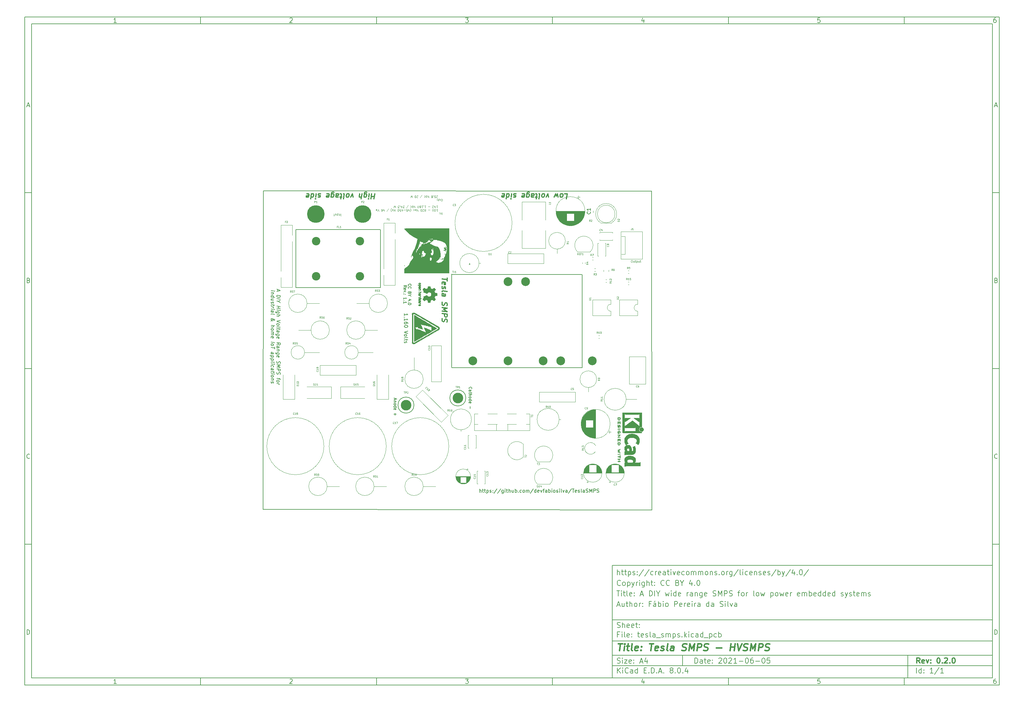
<source format=gbr>
%TF.GenerationSoftware,KiCad,Pcbnew,8.0.4-8.0.4-0~ubuntu22.04.1*%
%TF.CreationDate,2024-08-04T23:42:01-03:00*%
%TF.ProjectId,tesla_smps,7465736c-615f-4736-9d70-732e6b696361,0.2.0*%
%TF.SameCoordinates,Original*%
%TF.FileFunction,Legend,Top*%
%TF.FilePolarity,Positive*%
%FSLAX46Y46*%
G04 Gerber Fmt 4.6, Leading zero omitted, Abs format (unit mm)*
G04 Created by KiCad (PCBNEW 8.0.4-8.0.4-0~ubuntu22.04.1) date 2024-08-04 23:42:01*
%MOMM*%
%LPD*%
G01*
G04 APERTURE LIST*
%ADD10C,0.100000*%
%ADD11C,0.150000*%
%ADD12C,0.300000*%
%ADD13C,0.400000*%
%ADD14C,0.125000*%
%ADD15C,0.120000*%
%ADD16C,0.010000*%
%ADD17C,2.400000*%
%ADD18C,5.000000*%
%ADD19C,3.000000*%
%ADD20C,2.500000*%
%TA.AperFunction,Profile*%
%ADD21C,0.150000*%
%TD*%
G04 APERTURE END LIST*
D10*
D11*
X177002200Y-166007200D02*
X285002200Y-166007200D01*
X285002200Y-198007200D01*
X177002200Y-198007200D01*
X177002200Y-166007200D01*
D10*
D11*
X10000000Y-10000000D02*
X287002200Y-10000000D01*
X287002200Y-200007200D01*
X10000000Y-200007200D01*
X10000000Y-10000000D01*
D10*
D11*
X12000000Y-12000000D02*
X285002200Y-12000000D01*
X285002200Y-198007200D01*
X12000000Y-198007200D01*
X12000000Y-12000000D01*
D10*
D11*
X60000000Y-12000000D02*
X60000000Y-10000000D01*
D10*
D11*
X110000000Y-12000000D02*
X110000000Y-10000000D01*
D10*
D11*
X160000000Y-12000000D02*
X160000000Y-10000000D01*
D10*
D11*
X210000000Y-12000000D02*
X210000000Y-10000000D01*
D10*
D11*
X260000000Y-12000000D02*
X260000000Y-10000000D01*
D10*
D11*
X36089160Y-11593604D02*
X35346303Y-11593604D01*
X35717731Y-11593604D02*
X35717731Y-10293604D01*
X35717731Y-10293604D02*
X35593922Y-10479319D01*
X35593922Y-10479319D02*
X35470112Y-10603128D01*
X35470112Y-10603128D02*
X35346303Y-10665033D01*
D10*
D11*
X85346303Y-10417414D02*
X85408207Y-10355509D01*
X85408207Y-10355509D02*
X85532017Y-10293604D01*
X85532017Y-10293604D02*
X85841541Y-10293604D01*
X85841541Y-10293604D02*
X85965350Y-10355509D01*
X85965350Y-10355509D02*
X86027255Y-10417414D01*
X86027255Y-10417414D02*
X86089160Y-10541223D01*
X86089160Y-10541223D02*
X86089160Y-10665033D01*
X86089160Y-10665033D02*
X86027255Y-10850747D01*
X86027255Y-10850747D02*
X85284398Y-11593604D01*
X85284398Y-11593604D02*
X86089160Y-11593604D01*
D10*
D11*
X135284398Y-10293604D02*
X136089160Y-10293604D01*
X136089160Y-10293604D02*
X135655826Y-10788842D01*
X135655826Y-10788842D02*
X135841541Y-10788842D01*
X135841541Y-10788842D02*
X135965350Y-10850747D01*
X135965350Y-10850747D02*
X136027255Y-10912652D01*
X136027255Y-10912652D02*
X136089160Y-11036461D01*
X136089160Y-11036461D02*
X136089160Y-11345985D01*
X136089160Y-11345985D02*
X136027255Y-11469795D01*
X136027255Y-11469795D02*
X135965350Y-11531700D01*
X135965350Y-11531700D02*
X135841541Y-11593604D01*
X135841541Y-11593604D02*
X135470112Y-11593604D01*
X135470112Y-11593604D02*
X135346303Y-11531700D01*
X135346303Y-11531700D02*
X135284398Y-11469795D01*
D10*
D11*
X185965350Y-10726938D02*
X185965350Y-11593604D01*
X185655826Y-10231700D02*
X185346303Y-11160271D01*
X185346303Y-11160271D02*
X186151064Y-11160271D01*
D10*
D11*
X236027255Y-10293604D02*
X235408207Y-10293604D01*
X235408207Y-10293604D02*
X235346303Y-10912652D01*
X235346303Y-10912652D02*
X235408207Y-10850747D01*
X235408207Y-10850747D02*
X235532017Y-10788842D01*
X235532017Y-10788842D02*
X235841541Y-10788842D01*
X235841541Y-10788842D02*
X235965350Y-10850747D01*
X235965350Y-10850747D02*
X236027255Y-10912652D01*
X236027255Y-10912652D02*
X236089160Y-11036461D01*
X236089160Y-11036461D02*
X236089160Y-11345985D01*
X236089160Y-11345985D02*
X236027255Y-11469795D01*
X236027255Y-11469795D02*
X235965350Y-11531700D01*
X235965350Y-11531700D02*
X235841541Y-11593604D01*
X235841541Y-11593604D02*
X235532017Y-11593604D01*
X235532017Y-11593604D02*
X235408207Y-11531700D01*
X235408207Y-11531700D02*
X235346303Y-11469795D01*
D10*
D11*
X285965350Y-10293604D02*
X285717731Y-10293604D01*
X285717731Y-10293604D02*
X285593922Y-10355509D01*
X285593922Y-10355509D02*
X285532017Y-10417414D01*
X285532017Y-10417414D02*
X285408207Y-10603128D01*
X285408207Y-10603128D02*
X285346303Y-10850747D01*
X285346303Y-10850747D02*
X285346303Y-11345985D01*
X285346303Y-11345985D02*
X285408207Y-11469795D01*
X285408207Y-11469795D02*
X285470112Y-11531700D01*
X285470112Y-11531700D02*
X285593922Y-11593604D01*
X285593922Y-11593604D02*
X285841541Y-11593604D01*
X285841541Y-11593604D02*
X285965350Y-11531700D01*
X285965350Y-11531700D02*
X286027255Y-11469795D01*
X286027255Y-11469795D02*
X286089160Y-11345985D01*
X286089160Y-11345985D02*
X286089160Y-11036461D01*
X286089160Y-11036461D02*
X286027255Y-10912652D01*
X286027255Y-10912652D02*
X285965350Y-10850747D01*
X285965350Y-10850747D02*
X285841541Y-10788842D01*
X285841541Y-10788842D02*
X285593922Y-10788842D01*
X285593922Y-10788842D02*
X285470112Y-10850747D01*
X285470112Y-10850747D02*
X285408207Y-10912652D01*
X285408207Y-10912652D02*
X285346303Y-11036461D01*
D10*
D11*
X60000000Y-198007200D02*
X60000000Y-200007200D01*
D10*
D11*
X110000000Y-198007200D02*
X110000000Y-200007200D01*
D10*
D11*
X160000000Y-198007200D02*
X160000000Y-200007200D01*
D10*
D11*
X210000000Y-198007200D02*
X210000000Y-200007200D01*
D10*
D11*
X260000000Y-198007200D02*
X260000000Y-200007200D01*
D10*
D11*
X36089160Y-199600804D02*
X35346303Y-199600804D01*
X35717731Y-199600804D02*
X35717731Y-198300804D01*
X35717731Y-198300804D02*
X35593922Y-198486519D01*
X35593922Y-198486519D02*
X35470112Y-198610328D01*
X35470112Y-198610328D02*
X35346303Y-198672233D01*
D10*
D11*
X85346303Y-198424614D02*
X85408207Y-198362709D01*
X85408207Y-198362709D02*
X85532017Y-198300804D01*
X85532017Y-198300804D02*
X85841541Y-198300804D01*
X85841541Y-198300804D02*
X85965350Y-198362709D01*
X85965350Y-198362709D02*
X86027255Y-198424614D01*
X86027255Y-198424614D02*
X86089160Y-198548423D01*
X86089160Y-198548423D02*
X86089160Y-198672233D01*
X86089160Y-198672233D02*
X86027255Y-198857947D01*
X86027255Y-198857947D02*
X85284398Y-199600804D01*
X85284398Y-199600804D02*
X86089160Y-199600804D01*
D10*
D11*
X135284398Y-198300804D02*
X136089160Y-198300804D01*
X136089160Y-198300804D02*
X135655826Y-198796042D01*
X135655826Y-198796042D02*
X135841541Y-198796042D01*
X135841541Y-198796042D02*
X135965350Y-198857947D01*
X135965350Y-198857947D02*
X136027255Y-198919852D01*
X136027255Y-198919852D02*
X136089160Y-199043661D01*
X136089160Y-199043661D02*
X136089160Y-199353185D01*
X136089160Y-199353185D02*
X136027255Y-199476995D01*
X136027255Y-199476995D02*
X135965350Y-199538900D01*
X135965350Y-199538900D02*
X135841541Y-199600804D01*
X135841541Y-199600804D02*
X135470112Y-199600804D01*
X135470112Y-199600804D02*
X135346303Y-199538900D01*
X135346303Y-199538900D02*
X135284398Y-199476995D01*
D10*
D11*
X185965350Y-198734138D02*
X185965350Y-199600804D01*
X185655826Y-198238900D02*
X185346303Y-199167471D01*
X185346303Y-199167471D02*
X186151064Y-199167471D01*
D10*
D11*
X236027255Y-198300804D02*
X235408207Y-198300804D01*
X235408207Y-198300804D02*
X235346303Y-198919852D01*
X235346303Y-198919852D02*
X235408207Y-198857947D01*
X235408207Y-198857947D02*
X235532017Y-198796042D01*
X235532017Y-198796042D02*
X235841541Y-198796042D01*
X235841541Y-198796042D02*
X235965350Y-198857947D01*
X235965350Y-198857947D02*
X236027255Y-198919852D01*
X236027255Y-198919852D02*
X236089160Y-199043661D01*
X236089160Y-199043661D02*
X236089160Y-199353185D01*
X236089160Y-199353185D02*
X236027255Y-199476995D01*
X236027255Y-199476995D02*
X235965350Y-199538900D01*
X235965350Y-199538900D02*
X235841541Y-199600804D01*
X235841541Y-199600804D02*
X235532017Y-199600804D01*
X235532017Y-199600804D02*
X235408207Y-199538900D01*
X235408207Y-199538900D02*
X235346303Y-199476995D01*
D10*
D11*
X285965350Y-198300804D02*
X285717731Y-198300804D01*
X285717731Y-198300804D02*
X285593922Y-198362709D01*
X285593922Y-198362709D02*
X285532017Y-198424614D01*
X285532017Y-198424614D02*
X285408207Y-198610328D01*
X285408207Y-198610328D02*
X285346303Y-198857947D01*
X285346303Y-198857947D02*
X285346303Y-199353185D01*
X285346303Y-199353185D02*
X285408207Y-199476995D01*
X285408207Y-199476995D02*
X285470112Y-199538900D01*
X285470112Y-199538900D02*
X285593922Y-199600804D01*
X285593922Y-199600804D02*
X285841541Y-199600804D01*
X285841541Y-199600804D02*
X285965350Y-199538900D01*
X285965350Y-199538900D02*
X286027255Y-199476995D01*
X286027255Y-199476995D02*
X286089160Y-199353185D01*
X286089160Y-199353185D02*
X286089160Y-199043661D01*
X286089160Y-199043661D02*
X286027255Y-198919852D01*
X286027255Y-198919852D02*
X285965350Y-198857947D01*
X285965350Y-198857947D02*
X285841541Y-198796042D01*
X285841541Y-198796042D02*
X285593922Y-198796042D01*
X285593922Y-198796042D02*
X285470112Y-198857947D01*
X285470112Y-198857947D02*
X285408207Y-198919852D01*
X285408207Y-198919852D02*
X285346303Y-199043661D01*
D10*
D11*
X10000000Y-60000000D02*
X12000000Y-60000000D01*
D10*
D11*
X10000000Y-110000000D02*
X12000000Y-110000000D01*
D10*
D11*
X10000000Y-160000000D02*
X12000000Y-160000000D01*
D10*
D11*
X10690476Y-35222176D02*
X11309523Y-35222176D01*
X10566666Y-35593604D02*
X10999999Y-34293604D01*
X10999999Y-34293604D02*
X11433333Y-35593604D01*
D10*
D11*
X11092857Y-84912652D02*
X11278571Y-84974557D01*
X11278571Y-84974557D02*
X11340476Y-85036461D01*
X11340476Y-85036461D02*
X11402380Y-85160271D01*
X11402380Y-85160271D02*
X11402380Y-85345985D01*
X11402380Y-85345985D02*
X11340476Y-85469795D01*
X11340476Y-85469795D02*
X11278571Y-85531700D01*
X11278571Y-85531700D02*
X11154761Y-85593604D01*
X11154761Y-85593604D02*
X10659523Y-85593604D01*
X10659523Y-85593604D02*
X10659523Y-84293604D01*
X10659523Y-84293604D02*
X11092857Y-84293604D01*
X11092857Y-84293604D02*
X11216666Y-84355509D01*
X11216666Y-84355509D02*
X11278571Y-84417414D01*
X11278571Y-84417414D02*
X11340476Y-84541223D01*
X11340476Y-84541223D02*
X11340476Y-84665033D01*
X11340476Y-84665033D02*
X11278571Y-84788842D01*
X11278571Y-84788842D02*
X11216666Y-84850747D01*
X11216666Y-84850747D02*
X11092857Y-84912652D01*
X11092857Y-84912652D02*
X10659523Y-84912652D01*
D10*
D11*
X11402380Y-135469795D02*
X11340476Y-135531700D01*
X11340476Y-135531700D02*
X11154761Y-135593604D01*
X11154761Y-135593604D02*
X11030952Y-135593604D01*
X11030952Y-135593604D02*
X10845238Y-135531700D01*
X10845238Y-135531700D02*
X10721428Y-135407890D01*
X10721428Y-135407890D02*
X10659523Y-135284080D01*
X10659523Y-135284080D02*
X10597619Y-135036461D01*
X10597619Y-135036461D02*
X10597619Y-134850747D01*
X10597619Y-134850747D02*
X10659523Y-134603128D01*
X10659523Y-134603128D02*
X10721428Y-134479319D01*
X10721428Y-134479319D02*
X10845238Y-134355509D01*
X10845238Y-134355509D02*
X11030952Y-134293604D01*
X11030952Y-134293604D02*
X11154761Y-134293604D01*
X11154761Y-134293604D02*
X11340476Y-134355509D01*
X11340476Y-134355509D02*
X11402380Y-134417414D01*
D10*
D11*
X10659523Y-185593604D02*
X10659523Y-184293604D01*
X10659523Y-184293604D02*
X10969047Y-184293604D01*
X10969047Y-184293604D02*
X11154761Y-184355509D01*
X11154761Y-184355509D02*
X11278571Y-184479319D01*
X11278571Y-184479319D02*
X11340476Y-184603128D01*
X11340476Y-184603128D02*
X11402380Y-184850747D01*
X11402380Y-184850747D02*
X11402380Y-185036461D01*
X11402380Y-185036461D02*
X11340476Y-185284080D01*
X11340476Y-185284080D02*
X11278571Y-185407890D01*
X11278571Y-185407890D02*
X11154761Y-185531700D01*
X11154761Y-185531700D02*
X10969047Y-185593604D01*
X10969047Y-185593604D02*
X10659523Y-185593604D01*
D10*
D11*
X287002200Y-60000000D02*
X285002200Y-60000000D01*
D10*
D11*
X287002200Y-110000000D02*
X285002200Y-110000000D01*
D10*
D11*
X287002200Y-160000000D02*
X285002200Y-160000000D01*
D10*
D11*
X285692676Y-35222176D02*
X286311723Y-35222176D01*
X285568866Y-35593604D02*
X286002199Y-34293604D01*
X286002199Y-34293604D02*
X286435533Y-35593604D01*
D10*
D11*
X286095057Y-84912652D02*
X286280771Y-84974557D01*
X286280771Y-84974557D02*
X286342676Y-85036461D01*
X286342676Y-85036461D02*
X286404580Y-85160271D01*
X286404580Y-85160271D02*
X286404580Y-85345985D01*
X286404580Y-85345985D02*
X286342676Y-85469795D01*
X286342676Y-85469795D02*
X286280771Y-85531700D01*
X286280771Y-85531700D02*
X286156961Y-85593604D01*
X286156961Y-85593604D02*
X285661723Y-85593604D01*
X285661723Y-85593604D02*
X285661723Y-84293604D01*
X285661723Y-84293604D02*
X286095057Y-84293604D01*
X286095057Y-84293604D02*
X286218866Y-84355509D01*
X286218866Y-84355509D02*
X286280771Y-84417414D01*
X286280771Y-84417414D02*
X286342676Y-84541223D01*
X286342676Y-84541223D02*
X286342676Y-84665033D01*
X286342676Y-84665033D02*
X286280771Y-84788842D01*
X286280771Y-84788842D02*
X286218866Y-84850747D01*
X286218866Y-84850747D02*
X286095057Y-84912652D01*
X286095057Y-84912652D02*
X285661723Y-84912652D01*
D10*
D11*
X286404580Y-135469795D02*
X286342676Y-135531700D01*
X286342676Y-135531700D02*
X286156961Y-135593604D01*
X286156961Y-135593604D02*
X286033152Y-135593604D01*
X286033152Y-135593604D02*
X285847438Y-135531700D01*
X285847438Y-135531700D02*
X285723628Y-135407890D01*
X285723628Y-135407890D02*
X285661723Y-135284080D01*
X285661723Y-135284080D02*
X285599819Y-135036461D01*
X285599819Y-135036461D02*
X285599819Y-134850747D01*
X285599819Y-134850747D02*
X285661723Y-134603128D01*
X285661723Y-134603128D02*
X285723628Y-134479319D01*
X285723628Y-134479319D02*
X285847438Y-134355509D01*
X285847438Y-134355509D02*
X286033152Y-134293604D01*
X286033152Y-134293604D02*
X286156961Y-134293604D01*
X286156961Y-134293604D02*
X286342676Y-134355509D01*
X286342676Y-134355509D02*
X286404580Y-134417414D01*
D10*
D11*
X285661723Y-185593604D02*
X285661723Y-184293604D01*
X285661723Y-184293604D02*
X285971247Y-184293604D01*
X285971247Y-184293604D02*
X286156961Y-184355509D01*
X286156961Y-184355509D02*
X286280771Y-184479319D01*
X286280771Y-184479319D02*
X286342676Y-184603128D01*
X286342676Y-184603128D02*
X286404580Y-184850747D01*
X286404580Y-184850747D02*
X286404580Y-185036461D01*
X286404580Y-185036461D02*
X286342676Y-185284080D01*
X286342676Y-185284080D02*
X286280771Y-185407890D01*
X286280771Y-185407890D02*
X286156961Y-185531700D01*
X286156961Y-185531700D02*
X285971247Y-185593604D01*
X285971247Y-185593604D02*
X285661723Y-185593604D01*
D10*
D11*
X200458026Y-193793328D02*
X200458026Y-192293328D01*
X200458026Y-192293328D02*
X200815169Y-192293328D01*
X200815169Y-192293328D02*
X201029455Y-192364757D01*
X201029455Y-192364757D02*
X201172312Y-192507614D01*
X201172312Y-192507614D02*
X201243741Y-192650471D01*
X201243741Y-192650471D02*
X201315169Y-192936185D01*
X201315169Y-192936185D02*
X201315169Y-193150471D01*
X201315169Y-193150471D02*
X201243741Y-193436185D01*
X201243741Y-193436185D02*
X201172312Y-193579042D01*
X201172312Y-193579042D02*
X201029455Y-193721900D01*
X201029455Y-193721900D02*
X200815169Y-193793328D01*
X200815169Y-193793328D02*
X200458026Y-193793328D01*
X202600884Y-193793328D02*
X202600884Y-193007614D01*
X202600884Y-193007614D02*
X202529455Y-192864757D01*
X202529455Y-192864757D02*
X202386598Y-192793328D01*
X202386598Y-192793328D02*
X202100884Y-192793328D01*
X202100884Y-192793328D02*
X201958026Y-192864757D01*
X202600884Y-193721900D02*
X202458026Y-193793328D01*
X202458026Y-193793328D02*
X202100884Y-193793328D01*
X202100884Y-193793328D02*
X201958026Y-193721900D01*
X201958026Y-193721900D02*
X201886598Y-193579042D01*
X201886598Y-193579042D02*
X201886598Y-193436185D01*
X201886598Y-193436185D02*
X201958026Y-193293328D01*
X201958026Y-193293328D02*
X202100884Y-193221900D01*
X202100884Y-193221900D02*
X202458026Y-193221900D01*
X202458026Y-193221900D02*
X202600884Y-193150471D01*
X203100884Y-192793328D02*
X203672312Y-192793328D01*
X203315169Y-192293328D02*
X203315169Y-193579042D01*
X203315169Y-193579042D02*
X203386598Y-193721900D01*
X203386598Y-193721900D02*
X203529455Y-193793328D01*
X203529455Y-193793328D02*
X203672312Y-193793328D01*
X204743741Y-193721900D02*
X204600884Y-193793328D01*
X204600884Y-193793328D02*
X204315170Y-193793328D01*
X204315170Y-193793328D02*
X204172312Y-193721900D01*
X204172312Y-193721900D02*
X204100884Y-193579042D01*
X204100884Y-193579042D02*
X204100884Y-193007614D01*
X204100884Y-193007614D02*
X204172312Y-192864757D01*
X204172312Y-192864757D02*
X204315170Y-192793328D01*
X204315170Y-192793328D02*
X204600884Y-192793328D01*
X204600884Y-192793328D02*
X204743741Y-192864757D01*
X204743741Y-192864757D02*
X204815170Y-193007614D01*
X204815170Y-193007614D02*
X204815170Y-193150471D01*
X204815170Y-193150471D02*
X204100884Y-193293328D01*
X205458026Y-193650471D02*
X205529455Y-193721900D01*
X205529455Y-193721900D02*
X205458026Y-193793328D01*
X205458026Y-193793328D02*
X205386598Y-193721900D01*
X205386598Y-193721900D02*
X205458026Y-193650471D01*
X205458026Y-193650471D02*
X205458026Y-193793328D01*
X205458026Y-192864757D02*
X205529455Y-192936185D01*
X205529455Y-192936185D02*
X205458026Y-193007614D01*
X205458026Y-193007614D02*
X205386598Y-192936185D01*
X205386598Y-192936185D02*
X205458026Y-192864757D01*
X205458026Y-192864757D02*
X205458026Y-193007614D01*
X207243741Y-192436185D02*
X207315169Y-192364757D01*
X207315169Y-192364757D02*
X207458027Y-192293328D01*
X207458027Y-192293328D02*
X207815169Y-192293328D01*
X207815169Y-192293328D02*
X207958027Y-192364757D01*
X207958027Y-192364757D02*
X208029455Y-192436185D01*
X208029455Y-192436185D02*
X208100884Y-192579042D01*
X208100884Y-192579042D02*
X208100884Y-192721900D01*
X208100884Y-192721900D02*
X208029455Y-192936185D01*
X208029455Y-192936185D02*
X207172312Y-193793328D01*
X207172312Y-193793328D02*
X208100884Y-193793328D01*
X209029455Y-192293328D02*
X209172312Y-192293328D01*
X209172312Y-192293328D02*
X209315169Y-192364757D01*
X209315169Y-192364757D02*
X209386598Y-192436185D01*
X209386598Y-192436185D02*
X209458026Y-192579042D01*
X209458026Y-192579042D02*
X209529455Y-192864757D01*
X209529455Y-192864757D02*
X209529455Y-193221900D01*
X209529455Y-193221900D02*
X209458026Y-193507614D01*
X209458026Y-193507614D02*
X209386598Y-193650471D01*
X209386598Y-193650471D02*
X209315169Y-193721900D01*
X209315169Y-193721900D02*
X209172312Y-193793328D01*
X209172312Y-193793328D02*
X209029455Y-193793328D01*
X209029455Y-193793328D02*
X208886598Y-193721900D01*
X208886598Y-193721900D02*
X208815169Y-193650471D01*
X208815169Y-193650471D02*
X208743740Y-193507614D01*
X208743740Y-193507614D02*
X208672312Y-193221900D01*
X208672312Y-193221900D02*
X208672312Y-192864757D01*
X208672312Y-192864757D02*
X208743740Y-192579042D01*
X208743740Y-192579042D02*
X208815169Y-192436185D01*
X208815169Y-192436185D02*
X208886598Y-192364757D01*
X208886598Y-192364757D02*
X209029455Y-192293328D01*
X210100883Y-192436185D02*
X210172311Y-192364757D01*
X210172311Y-192364757D02*
X210315169Y-192293328D01*
X210315169Y-192293328D02*
X210672311Y-192293328D01*
X210672311Y-192293328D02*
X210815169Y-192364757D01*
X210815169Y-192364757D02*
X210886597Y-192436185D01*
X210886597Y-192436185D02*
X210958026Y-192579042D01*
X210958026Y-192579042D02*
X210958026Y-192721900D01*
X210958026Y-192721900D02*
X210886597Y-192936185D01*
X210886597Y-192936185D02*
X210029454Y-193793328D01*
X210029454Y-193793328D02*
X210958026Y-193793328D01*
X212386597Y-193793328D02*
X211529454Y-193793328D01*
X211958025Y-193793328D02*
X211958025Y-192293328D01*
X211958025Y-192293328D02*
X211815168Y-192507614D01*
X211815168Y-192507614D02*
X211672311Y-192650471D01*
X211672311Y-192650471D02*
X211529454Y-192721900D01*
X213029453Y-193221900D02*
X214172311Y-193221900D01*
X215172311Y-192293328D02*
X215315168Y-192293328D01*
X215315168Y-192293328D02*
X215458025Y-192364757D01*
X215458025Y-192364757D02*
X215529454Y-192436185D01*
X215529454Y-192436185D02*
X215600882Y-192579042D01*
X215600882Y-192579042D02*
X215672311Y-192864757D01*
X215672311Y-192864757D02*
X215672311Y-193221900D01*
X215672311Y-193221900D02*
X215600882Y-193507614D01*
X215600882Y-193507614D02*
X215529454Y-193650471D01*
X215529454Y-193650471D02*
X215458025Y-193721900D01*
X215458025Y-193721900D02*
X215315168Y-193793328D01*
X215315168Y-193793328D02*
X215172311Y-193793328D01*
X215172311Y-193793328D02*
X215029454Y-193721900D01*
X215029454Y-193721900D02*
X214958025Y-193650471D01*
X214958025Y-193650471D02*
X214886596Y-193507614D01*
X214886596Y-193507614D02*
X214815168Y-193221900D01*
X214815168Y-193221900D02*
X214815168Y-192864757D01*
X214815168Y-192864757D02*
X214886596Y-192579042D01*
X214886596Y-192579042D02*
X214958025Y-192436185D01*
X214958025Y-192436185D02*
X215029454Y-192364757D01*
X215029454Y-192364757D02*
X215172311Y-192293328D01*
X216958025Y-192293328D02*
X216672310Y-192293328D01*
X216672310Y-192293328D02*
X216529453Y-192364757D01*
X216529453Y-192364757D02*
X216458025Y-192436185D01*
X216458025Y-192436185D02*
X216315167Y-192650471D01*
X216315167Y-192650471D02*
X216243739Y-192936185D01*
X216243739Y-192936185D02*
X216243739Y-193507614D01*
X216243739Y-193507614D02*
X216315167Y-193650471D01*
X216315167Y-193650471D02*
X216386596Y-193721900D01*
X216386596Y-193721900D02*
X216529453Y-193793328D01*
X216529453Y-193793328D02*
X216815167Y-193793328D01*
X216815167Y-193793328D02*
X216958025Y-193721900D01*
X216958025Y-193721900D02*
X217029453Y-193650471D01*
X217029453Y-193650471D02*
X217100882Y-193507614D01*
X217100882Y-193507614D02*
X217100882Y-193150471D01*
X217100882Y-193150471D02*
X217029453Y-193007614D01*
X217029453Y-193007614D02*
X216958025Y-192936185D01*
X216958025Y-192936185D02*
X216815167Y-192864757D01*
X216815167Y-192864757D02*
X216529453Y-192864757D01*
X216529453Y-192864757D02*
X216386596Y-192936185D01*
X216386596Y-192936185D02*
X216315167Y-193007614D01*
X216315167Y-193007614D02*
X216243739Y-193150471D01*
X217743738Y-193221900D02*
X218886596Y-193221900D01*
X219886596Y-192293328D02*
X220029453Y-192293328D01*
X220029453Y-192293328D02*
X220172310Y-192364757D01*
X220172310Y-192364757D02*
X220243739Y-192436185D01*
X220243739Y-192436185D02*
X220315167Y-192579042D01*
X220315167Y-192579042D02*
X220386596Y-192864757D01*
X220386596Y-192864757D02*
X220386596Y-193221900D01*
X220386596Y-193221900D02*
X220315167Y-193507614D01*
X220315167Y-193507614D02*
X220243739Y-193650471D01*
X220243739Y-193650471D02*
X220172310Y-193721900D01*
X220172310Y-193721900D02*
X220029453Y-193793328D01*
X220029453Y-193793328D02*
X219886596Y-193793328D01*
X219886596Y-193793328D02*
X219743739Y-193721900D01*
X219743739Y-193721900D02*
X219672310Y-193650471D01*
X219672310Y-193650471D02*
X219600881Y-193507614D01*
X219600881Y-193507614D02*
X219529453Y-193221900D01*
X219529453Y-193221900D02*
X219529453Y-192864757D01*
X219529453Y-192864757D02*
X219600881Y-192579042D01*
X219600881Y-192579042D02*
X219672310Y-192436185D01*
X219672310Y-192436185D02*
X219743739Y-192364757D01*
X219743739Y-192364757D02*
X219886596Y-192293328D01*
X221743738Y-192293328D02*
X221029452Y-192293328D01*
X221029452Y-192293328D02*
X220958024Y-193007614D01*
X220958024Y-193007614D02*
X221029452Y-192936185D01*
X221029452Y-192936185D02*
X221172310Y-192864757D01*
X221172310Y-192864757D02*
X221529452Y-192864757D01*
X221529452Y-192864757D02*
X221672310Y-192936185D01*
X221672310Y-192936185D02*
X221743738Y-193007614D01*
X221743738Y-193007614D02*
X221815167Y-193150471D01*
X221815167Y-193150471D02*
X221815167Y-193507614D01*
X221815167Y-193507614D02*
X221743738Y-193650471D01*
X221743738Y-193650471D02*
X221672310Y-193721900D01*
X221672310Y-193721900D02*
X221529452Y-193793328D01*
X221529452Y-193793328D02*
X221172310Y-193793328D01*
X221172310Y-193793328D02*
X221029452Y-193721900D01*
X221029452Y-193721900D02*
X220958024Y-193650471D01*
D10*
D11*
X177002200Y-194507200D02*
X285002200Y-194507200D01*
D10*
D11*
X178458026Y-196593328D02*
X178458026Y-195093328D01*
X179315169Y-196593328D02*
X178672312Y-195736185D01*
X179315169Y-195093328D02*
X178458026Y-195950471D01*
X179958026Y-196593328D02*
X179958026Y-195593328D01*
X179958026Y-195093328D02*
X179886598Y-195164757D01*
X179886598Y-195164757D02*
X179958026Y-195236185D01*
X179958026Y-195236185D02*
X180029455Y-195164757D01*
X180029455Y-195164757D02*
X179958026Y-195093328D01*
X179958026Y-195093328D02*
X179958026Y-195236185D01*
X181529455Y-196450471D02*
X181458027Y-196521900D01*
X181458027Y-196521900D02*
X181243741Y-196593328D01*
X181243741Y-196593328D02*
X181100884Y-196593328D01*
X181100884Y-196593328D02*
X180886598Y-196521900D01*
X180886598Y-196521900D02*
X180743741Y-196379042D01*
X180743741Y-196379042D02*
X180672312Y-196236185D01*
X180672312Y-196236185D02*
X180600884Y-195950471D01*
X180600884Y-195950471D02*
X180600884Y-195736185D01*
X180600884Y-195736185D02*
X180672312Y-195450471D01*
X180672312Y-195450471D02*
X180743741Y-195307614D01*
X180743741Y-195307614D02*
X180886598Y-195164757D01*
X180886598Y-195164757D02*
X181100884Y-195093328D01*
X181100884Y-195093328D02*
X181243741Y-195093328D01*
X181243741Y-195093328D02*
X181458027Y-195164757D01*
X181458027Y-195164757D02*
X181529455Y-195236185D01*
X182815170Y-196593328D02*
X182815170Y-195807614D01*
X182815170Y-195807614D02*
X182743741Y-195664757D01*
X182743741Y-195664757D02*
X182600884Y-195593328D01*
X182600884Y-195593328D02*
X182315170Y-195593328D01*
X182315170Y-195593328D02*
X182172312Y-195664757D01*
X182815170Y-196521900D02*
X182672312Y-196593328D01*
X182672312Y-196593328D02*
X182315170Y-196593328D01*
X182315170Y-196593328D02*
X182172312Y-196521900D01*
X182172312Y-196521900D02*
X182100884Y-196379042D01*
X182100884Y-196379042D02*
X182100884Y-196236185D01*
X182100884Y-196236185D02*
X182172312Y-196093328D01*
X182172312Y-196093328D02*
X182315170Y-196021900D01*
X182315170Y-196021900D02*
X182672312Y-196021900D01*
X182672312Y-196021900D02*
X182815170Y-195950471D01*
X184172313Y-196593328D02*
X184172313Y-195093328D01*
X184172313Y-196521900D02*
X184029455Y-196593328D01*
X184029455Y-196593328D02*
X183743741Y-196593328D01*
X183743741Y-196593328D02*
X183600884Y-196521900D01*
X183600884Y-196521900D02*
X183529455Y-196450471D01*
X183529455Y-196450471D02*
X183458027Y-196307614D01*
X183458027Y-196307614D02*
X183458027Y-195879042D01*
X183458027Y-195879042D02*
X183529455Y-195736185D01*
X183529455Y-195736185D02*
X183600884Y-195664757D01*
X183600884Y-195664757D02*
X183743741Y-195593328D01*
X183743741Y-195593328D02*
X184029455Y-195593328D01*
X184029455Y-195593328D02*
X184172313Y-195664757D01*
X186029455Y-195807614D02*
X186529455Y-195807614D01*
X186743741Y-196593328D02*
X186029455Y-196593328D01*
X186029455Y-196593328D02*
X186029455Y-195093328D01*
X186029455Y-195093328D02*
X186743741Y-195093328D01*
X187386598Y-196450471D02*
X187458027Y-196521900D01*
X187458027Y-196521900D02*
X187386598Y-196593328D01*
X187386598Y-196593328D02*
X187315170Y-196521900D01*
X187315170Y-196521900D02*
X187386598Y-196450471D01*
X187386598Y-196450471D02*
X187386598Y-196593328D01*
X188100884Y-196593328D02*
X188100884Y-195093328D01*
X188100884Y-195093328D02*
X188458027Y-195093328D01*
X188458027Y-195093328D02*
X188672313Y-195164757D01*
X188672313Y-195164757D02*
X188815170Y-195307614D01*
X188815170Y-195307614D02*
X188886599Y-195450471D01*
X188886599Y-195450471D02*
X188958027Y-195736185D01*
X188958027Y-195736185D02*
X188958027Y-195950471D01*
X188958027Y-195950471D02*
X188886599Y-196236185D01*
X188886599Y-196236185D02*
X188815170Y-196379042D01*
X188815170Y-196379042D02*
X188672313Y-196521900D01*
X188672313Y-196521900D02*
X188458027Y-196593328D01*
X188458027Y-196593328D02*
X188100884Y-196593328D01*
X189600884Y-196450471D02*
X189672313Y-196521900D01*
X189672313Y-196521900D02*
X189600884Y-196593328D01*
X189600884Y-196593328D02*
X189529456Y-196521900D01*
X189529456Y-196521900D02*
X189600884Y-196450471D01*
X189600884Y-196450471D02*
X189600884Y-196593328D01*
X190243742Y-196164757D02*
X190958028Y-196164757D01*
X190100885Y-196593328D02*
X190600885Y-195093328D01*
X190600885Y-195093328D02*
X191100885Y-196593328D01*
X191600884Y-196450471D02*
X191672313Y-196521900D01*
X191672313Y-196521900D02*
X191600884Y-196593328D01*
X191600884Y-196593328D02*
X191529456Y-196521900D01*
X191529456Y-196521900D02*
X191600884Y-196450471D01*
X191600884Y-196450471D02*
X191600884Y-196593328D01*
X193672313Y-195736185D02*
X193529456Y-195664757D01*
X193529456Y-195664757D02*
X193458027Y-195593328D01*
X193458027Y-195593328D02*
X193386599Y-195450471D01*
X193386599Y-195450471D02*
X193386599Y-195379042D01*
X193386599Y-195379042D02*
X193458027Y-195236185D01*
X193458027Y-195236185D02*
X193529456Y-195164757D01*
X193529456Y-195164757D02*
X193672313Y-195093328D01*
X193672313Y-195093328D02*
X193958027Y-195093328D01*
X193958027Y-195093328D02*
X194100885Y-195164757D01*
X194100885Y-195164757D02*
X194172313Y-195236185D01*
X194172313Y-195236185D02*
X194243742Y-195379042D01*
X194243742Y-195379042D02*
X194243742Y-195450471D01*
X194243742Y-195450471D02*
X194172313Y-195593328D01*
X194172313Y-195593328D02*
X194100885Y-195664757D01*
X194100885Y-195664757D02*
X193958027Y-195736185D01*
X193958027Y-195736185D02*
X193672313Y-195736185D01*
X193672313Y-195736185D02*
X193529456Y-195807614D01*
X193529456Y-195807614D02*
X193458027Y-195879042D01*
X193458027Y-195879042D02*
X193386599Y-196021900D01*
X193386599Y-196021900D02*
X193386599Y-196307614D01*
X193386599Y-196307614D02*
X193458027Y-196450471D01*
X193458027Y-196450471D02*
X193529456Y-196521900D01*
X193529456Y-196521900D02*
X193672313Y-196593328D01*
X193672313Y-196593328D02*
X193958027Y-196593328D01*
X193958027Y-196593328D02*
X194100885Y-196521900D01*
X194100885Y-196521900D02*
X194172313Y-196450471D01*
X194172313Y-196450471D02*
X194243742Y-196307614D01*
X194243742Y-196307614D02*
X194243742Y-196021900D01*
X194243742Y-196021900D02*
X194172313Y-195879042D01*
X194172313Y-195879042D02*
X194100885Y-195807614D01*
X194100885Y-195807614D02*
X193958027Y-195736185D01*
X194886598Y-196450471D02*
X194958027Y-196521900D01*
X194958027Y-196521900D02*
X194886598Y-196593328D01*
X194886598Y-196593328D02*
X194815170Y-196521900D01*
X194815170Y-196521900D02*
X194886598Y-196450471D01*
X194886598Y-196450471D02*
X194886598Y-196593328D01*
X195886599Y-195093328D02*
X196029456Y-195093328D01*
X196029456Y-195093328D02*
X196172313Y-195164757D01*
X196172313Y-195164757D02*
X196243742Y-195236185D01*
X196243742Y-195236185D02*
X196315170Y-195379042D01*
X196315170Y-195379042D02*
X196386599Y-195664757D01*
X196386599Y-195664757D02*
X196386599Y-196021900D01*
X196386599Y-196021900D02*
X196315170Y-196307614D01*
X196315170Y-196307614D02*
X196243742Y-196450471D01*
X196243742Y-196450471D02*
X196172313Y-196521900D01*
X196172313Y-196521900D02*
X196029456Y-196593328D01*
X196029456Y-196593328D02*
X195886599Y-196593328D01*
X195886599Y-196593328D02*
X195743742Y-196521900D01*
X195743742Y-196521900D02*
X195672313Y-196450471D01*
X195672313Y-196450471D02*
X195600884Y-196307614D01*
X195600884Y-196307614D02*
X195529456Y-196021900D01*
X195529456Y-196021900D02*
X195529456Y-195664757D01*
X195529456Y-195664757D02*
X195600884Y-195379042D01*
X195600884Y-195379042D02*
X195672313Y-195236185D01*
X195672313Y-195236185D02*
X195743742Y-195164757D01*
X195743742Y-195164757D02*
X195886599Y-195093328D01*
X197029455Y-196450471D02*
X197100884Y-196521900D01*
X197100884Y-196521900D02*
X197029455Y-196593328D01*
X197029455Y-196593328D02*
X196958027Y-196521900D01*
X196958027Y-196521900D02*
X197029455Y-196450471D01*
X197029455Y-196450471D02*
X197029455Y-196593328D01*
X198386599Y-195593328D02*
X198386599Y-196593328D01*
X198029456Y-195021900D02*
X197672313Y-196093328D01*
X197672313Y-196093328D02*
X198600884Y-196093328D01*
D10*
D11*
X177002200Y-191507200D02*
X285002200Y-191507200D01*
D10*
D12*
X264413853Y-193785528D02*
X263913853Y-193071242D01*
X263556710Y-193785528D02*
X263556710Y-192285528D01*
X263556710Y-192285528D02*
X264128139Y-192285528D01*
X264128139Y-192285528D02*
X264270996Y-192356957D01*
X264270996Y-192356957D02*
X264342425Y-192428385D01*
X264342425Y-192428385D02*
X264413853Y-192571242D01*
X264413853Y-192571242D02*
X264413853Y-192785528D01*
X264413853Y-192785528D02*
X264342425Y-192928385D01*
X264342425Y-192928385D02*
X264270996Y-192999814D01*
X264270996Y-192999814D02*
X264128139Y-193071242D01*
X264128139Y-193071242D02*
X263556710Y-193071242D01*
X265628139Y-193714100D02*
X265485282Y-193785528D01*
X265485282Y-193785528D02*
X265199568Y-193785528D01*
X265199568Y-193785528D02*
X265056710Y-193714100D01*
X265056710Y-193714100D02*
X264985282Y-193571242D01*
X264985282Y-193571242D02*
X264985282Y-192999814D01*
X264985282Y-192999814D02*
X265056710Y-192856957D01*
X265056710Y-192856957D02*
X265199568Y-192785528D01*
X265199568Y-192785528D02*
X265485282Y-192785528D01*
X265485282Y-192785528D02*
X265628139Y-192856957D01*
X265628139Y-192856957D02*
X265699568Y-192999814D01*
X265699568Y-192999814D02*
X265699568Y-193142671D01*
X265699568Y-193142671D02*
X264985282Y-193285528D01*
X266199567Y-192785528D02*
X266556710Y-193785528D01*
X266556710Y-193785528D02*
X266913853Y-192785528D01*
X267485281Y-193642671D02*
X267556710Y-193714100D01*
X267556710Y-193714100D02*
X267485281Y-193785528D01*
X267485281Y-193785528D02*
X267413853Y-193714100D01*
X267413853Y-193714100D02*
X267485281Y-193642671D01*
X267485281Y-193642671D02*
X267485281Y-193785528D01*
X267485281Y-192856957D02*
X267556710Y-192928385D01*
X267556710Y-192928385D02*
X267485281Y-192999814D01*
X267485281Y-192999814D02*
X267413853Y-192928385D01*
X267413853Y-192928385D02*
X267485281Y-192856957D01*
X267485281Y-192856957D02*
X267485281Y-192999814D01*
X269628139Y-192285528D02*
X269770996Y-192285528D01*
X269770996Y-192285528D02*
X269913853Y-192356957D01*
X269913853Y-192356957D02*
X269985282Y-192428385D01*
X269985282Y-192428385D02*
X270056710Y-192571242D01*
X270056710Y-192571242D02*
X270128139Y-192856957D01*
X270128139Y-192856957D02*
X270128139Y-193214100D01*
X270128139Y-193214100D02*
X270056710Y-193499814D01*
X270056710Y-193499814D02*
X269985282Y-193642671D01*
X269985282Y-193642671D02*
X269913853Y-193714100D01*
X269913853Y-193714100D02*
X269770996Y-193785528D01*
X269770996Y-193785528D02*
X269628139Y-193785528D01*
X269628139Y-193785528D02*
X269485282Y-193714100D01*
X269485282Y-193714100D02*
X269413853Y-193642671D01*
X269413853Y-193642671D02*
X269342424Y-193499814D01*
X269342424Y-193499814D02*
X269270996Y-193214100D01*
X269270996Y-193214100D02*
X269270996Y-192856957D01*
X269270996Y-192856957D02*
X269342424Y-192571242D01*
X269342424Y-192571242D02*
X269413853Y-192428385D01*
X269413853Y-192428385D02*
X269485282Y-192356957D01*
X269485282Y-192356957D02*
X269628139Y-192285528D01*
X270770995Y-193642671D02*
X270842424Y-193714100D01*
X270842424Y-193714100D02*
X270770995Y-193785528D01*
X270770995Y-193785528D02*
X270699567Y-193714100D01*
X270699567Y-193714100D02*
X270770995Y-193642671D01*
X270770995Y-193642671D02*
X270770995Y-193785528D01*
X271413853Y-192428385D02*
X271485281Y-192356957D01*
X271485281Y-192356957D02*
X271628139Y-192285528D01*
X271628139Y-192285528D02*
X271985281Y-192285528D01*
X271985281Y-192285528D02*
X272128139Y-192356957D01*
X272128139Y-192356957D02*
X272199567Y-192428385D01*
X272199567Y-192428385D02*
X272270996Y-192571242D01*
X272270996Y-192571242D02*
X272270996Y-192714100D01*
X272270996Y-192714100D02*
X272199567Y-192928385D01*
X272199567Y-192928385D02*
X271342424Y-193785528D01*
X271342424Y-193785528D02*
X272270996Y-193785528D01*
X272913852Y-193642671D02*
X272985281Y-193714100D01*
X272985281Y-193714100D02*
X272913852Y-193785528D01*
X272913852Y-193785528D02*
X272842424Y-193714100D01*
X272842424Y-193714100D02*
X272913852Y-193642671D01*
X272913852Y-193642671D02*
X272913852Y-193785528D01*
X273913853Y-192285528D02*
X274056710Y-192285528D01*
X274056710Y-192285528D02*
X274199567Y-192356957D01*
X274199567Y-192356957D02*
X274270996Y-192428385D01*
X274270996Y-192428385D02*
X274342424Y-192571242D01*
X274342424Y-192571242D02*
X274413853Y-192856957D01*
X274413853Y-192856957D02*
X274413853Y-193214100D01*
X274413853Y-193214100D02*
X274342424Y-193499814D01*
X274342424Y-193499814D02*
X274270996Y-193642671D01*
X274270996Y-193642671D02*
X274199567Y-193714100D01*
X274199567Y-193714100D02*
X274056710Y-193785528D01*
X274056710Y-193785528D02*
X273913853Y-193785528D01*
X273913853Y-193785528D02*
X273770996Y-193714100D01*
X273770996Y-193714100D02*
X273699567Y-193642671D01*
X273699567Y-193642671D02*
X273628138Y-193499814D01*
X273628138Y-193499814D02*
X273556710Y-193214100D01*
X273556710Y-193214100D02*
X273556710Y-192856957D01*
X273556710Y-192856957D02*
X273628138Y-192571242D01*
X273628138Y-192571242D02*
X273699567Y-192428385D01*
X273699567Y-192428385D02*
X273770996Y-192356957D01*
X273770996Y-192356957D02*
X273913853Y-192285528D01*
D10*
D11*
X178386598Y-193721900D02*
X178600884Y-193793328D01*
X178600884Y-193793328D02*
X178958026Y-193793328D01*
X178958026Y-193793328D02*
X179100884Y-193721900D01*
X179100884Y-193721900D02*
X179172312Y-193650471D01*
X179172312Y-193650471D02*
X179243741Y-193507614D01*
X179243741Y-193507614D02*
X179243741Y-193364757D01*
X179243741Y-193364757D02*
X179172312Y-193221900D01*
X179172312Y-193221900D02*
X179100884Y-193150471D01*
X179100884Y-193150471D02*
X178958026Y-193079042D01*
X178958026Y-193079042D02*
X178672312Y-193007614D01*
X178672312Y-193007614D02*
X178529455Y-192936185D01*
X178529455Y-192936185D02*
X178458026Y-192864757D01*
X178458026Y-192864757D02*
X178386598Y-192721900D01*
X178386598Y-192721900D02*
X178386598Y-192579042D01*
X178386598Y-192579042D02*
X178458026Y-192436185D01*
X178458026Y-192436185D02*
X178529455Y-192364757D01*
X178529455Y-192364757D02*
X178672312Y-192293328D01*
X178672312Y-192293328D02*
X179029455Y-192293328D01*
X179029455Y-192293328D02*
X179243741Y-192364757D01*
X179886597Y-193793328D02*
X179886597Y-192793328D01*
X179886597Y-192293328D02*
X179815169Y-192364757D01*
X179815169Y-192364757D02*
X179886597Y-192436185D01*
X179886597Y-192436185D02*
X179958026Y-192364757D01*
X179958026Y-192364757D02*
X179886597Y-192293328D01*
X179886597Y-192293328D02*
X179886597Y-192436185D01*
X180458026Y-192793328D02*
X181243741Y-192793328D01*
X181243741Y-192793328D02*
X180458026Y-193793328D01*
X180458026Y-193793328D02*
X181243741Y-193793328D01*
X182386598Y-193721900D02*
X182243741Y-193793328D01*
X182243741Y-193793328D02*
X181958027Y-193793328D01*
X181958027Y-193793328D02*
X181815169Y-193721900D01*
X181815169Y-193721900D02*
X181743741Y-193579042D01*
X181743741Y-193579042D02*
X181743741Y-193007614D01*
X181743741Y-193007614D02*
X181815169Y-192864757D01*
X181815169Y-192864757D02*
X181958027Y-192793328D01*
X181958027Y-192793328D02*
X182243741Y-192793328D01*
X182243741Y-192793328D02*
X182386598Y-192864757D01*
X182386598Y-192864757D02*
X182458027Y-193007614D01*
X182458027Y-193007614D02*
X182458027Y-193150471D01*
X182458027Y-193150471D02*
X181743741Y-193293328D01*
X183100883Y-193650471D02*
X183172312Y-193721900D01*
X183172312Y-193721900D02*
X183100883Y-193793328D01*
X183100883Y-193793328D02*
X183029455Y-193721900D01*
X183029455Y-193721900D02*
X183100883Y-193650471D01*
X183100883Y-193650471D02*
X183100883Y-193793328D01*
X183100883Y-192864757D02*
X183172312Y-192936185D01*
X183172312Y-192936185D02*
X183100883Y-193007614D01*
X183100883Y-193007614D02*
X183029455Y-192936185D01*
X183029455Y-192936185D02*
X183100883Y-192864757D01*
X183100883Y-192864757D02*
X183100883Y-193007614D01*
X184886598Y-193364757D02*
X185600884Y-193364757D01*
X184743741Y-193793328D02*
X185243741Y-192293328D01*
X185243741Y-192293328D02*
X185743741Y-193793328D01*
X186886598Y-192793328D02*
X186886598Y-193793328D01*
X186529455Y-192221900D02*
X186172312Y-193293328D01*
X186172312Y-193293328D02*
X187100883Y-193293328D01*
D10*
D11*
X263458026Y-196593328D02*
X263458026Y-195093328D01*
X264815170Y-196593328D02*
X264815170Y-195093328D01*
X264815170Y-196521900D02*
X264672312Y-196593328D01*
X264672312Y-196593328D02*
X264386598Y-196593328D01*
X264386598Y-196593328D02*
X264243741Y-196521900D01*
X264243741Y-196521900D02*
X264172312Y-196450471D01*
X264172312Y-196450471D02*
X264100884Y-196307614D01*
X264100884Y-196307614D02*
X264100884Y-195879042D01*
X264100884Y-195879042D02*
X264172312Y-195736185D01*
X264172312Y-195736185D02*
X264243741Y-195664757D01*
X264243741Y-195664757D02*
X264386598Y-195593328D01*
X264386598Y-195593328D02*
X264672312Y-195593328D01*
X264672312Y-195593328D02*
X264815170Y-195664757D01*
X265529455Y-196450471D02*
X265600884Y-196521900D01*
X265600884Y-196521900D02*
X265529455Y-196593328D01*
X265529455Y-196593328D02*
X265458027Y-196521900D01*
X265458027Y-196521900D02*
X265529455Y-196450471D01*
X265529455Y-196450471D02*
X265529455Y-196593328D01*
X265529455Y-195664757D02*
X265600884Y-195736185D01*
X265600884Y-195736185D02*
X265529455Y-195807614D01*
X265529455Y-195807614D02*
X265458027Y-195736185D01*
X265458027Y-195736185D02*
X265529455Y-195664757D01*
X265529455Y-195664757D02*
X265529455Y-195807614D01*
X268172313Y-196593328D02*
X267315170Y-196593328D01*
X267743741Y-196593328D02*
X267743741Y-195093328D01*
X267743741Y-195093328D02*
X267600884Y-195307614D01*
X267600884Y-195307614D02*
X267458027Y-195450471D01*
X267458027Y-195450471D02*
X267315170Y-195521900D01*
X269886598Y-195021900D02*
X268600884Y-196950471D01*
X271172313Y-196593328D02*
X270315170Y-196593328D01*
X270743741Y-196593328D02*
X270743741Y-195093328D01*
X270743741Y-195093328D02*
X270600884Y-195307614D01*
X270600884Y-195307614D02*
X270458027Y-195450471D01*
X270458027Y-195450471D02*
X270315170Y-195521900D01*
D10*
D11*
X177002200Y-187507200D02*
X285002200Y-187507200D01*
D10*
D13*
X178693928Y-188211638D02*
X179836785Y-188211638D01*
X179015357Y-190211638D02*
X179265357Y-188211638D01*
X180253452Y-190211638D02*
X180420119Y-188878304D01*
X180503452Y-188211638D02*
X180396309Y-188306876D01*
X180396309Y-188306876D02*
X180479643Y-188402114D01*
X180479643Y-188402114D02*
X180586786Y-188306876D01*
X180586786Y-188306876D02*
X180503452Y-188211638D01*
X180503452Y-188211638D02*
X180479643Y-188402114D01*
X181086786Y-188878304D02*
X181848690Y-188878304D01*
X181455833Y-188211638D02*
X181241548Y-189925923D01*
X181241548Y-189925923D02*
X181312976Y-190116400D01*
X181312976Y-190116400D02*
X181491548Y-190211638D01*
X181491548Y-190211638D02*
X181682024Y-190211638D01*
X182634405Y-190211638D02*
X182455833Y-190116400D01*
X182455833Y-190116400D02*
X182384405Y-189925923D01*
X182384405Y-189925923D02*
X182598690Y-188211638D01*
X184170119Y-190116400D02*
X183967738Y-190211638D01*
X183967738Y-190211638D02*
X183586785Y-190211638D01*
X183586785Y-190211638D02*
X183408214Y-190116400D01*
X183408214Y-190116400D02*
X183336785Y-189925923D01*
X183336785Y-189925923D02*
X183432024Y-189164019D01*
X183432024Y-189164019D02*
X183551071Y-188973542D01*
X183551071Y-188973542D02*
X183753452Y-188878304D01*
X183753452Y-188878304D02*
X184134404Y-188878304D01*
X184134404Y-188878304D02*
X184312976Y-188973542D01*
X184312976Y-188973542D02*
X184384404Y-189164019D01*
X184384404Y-189164019D02*
X184360595Y-189354495D01*
X184360595Y-189354495D02*
X183384404Y-189544971D01*
X185134405Y-190021161D02*
X185217738Y-190116400D01*
X185217738Y-190116400D02*
X185110595Y-190211638D01*
X185110595Y-190211638D02*
X185027262Y-190116400D01*
X185027262Y-190116400D02*
X185134405Y-190021161D01*
X185134405Y-190021161D02*
X185110595Y-190211638D01*
X185265357Y-188973542D02*
X185348690Y-189068780D01*
X185348690Y-189068780D02*
X185241548Y-189164019D01*
X185241548Y-189164019D02*
X185158214Y-189068780D01*
X185158214Y-189068780D02*
X185265357Y-188973542D01*
X185265357Y-188973542D02*
X185241548Y-189164019D01*
X187551072Y-188211638D02*
X188693929Y-188211638D01*
X187872501Y-190211638D02*
X188122501Y-188211638D01*
X189884406Y-190116400D02*
X189682025Y-190211638D01*
X189682025Y-190211638D02*
X189301072Y-190211638D01*
X189301072Y-190211638D02*
X189122501Y-190116400D01*
X189122501Y-190116400D02*
X189051072Y-189925923D01*
X189051072Y-189925923D02*
X189146311Y-189164019D01*
X189146311Y-189164019D02*
X189265358Y-188973542D01*
X189265358Y-188973542D02*
X189467739Y-188878304D01*
X189467739Y-188878304D02*
X189848691Y-188878304D01*
X189848691Y-188878304D02*
X190027263Y-188973542D01*
X190027263Y-188973542D02*
X190098691Y-189164019D01*
X190098691Y-189164019D02*
X190074882Y-189354495D01*
X190074882Y-189354495D02*
X189098691Y-189544971D01*
X190741549Y-190116400D02*
X190920120Y-190211638D01*
X190920120Y-190211638D02*
X191301073Y-190211638D01*
X191301073Y-190211638D02*
X191503454Y-190116400D01*
X191503454Y-190116400D02*
X191622501Y-189925923D01*
X191622501Y-189925923D02*
X191634406Y-189830685D01*
X191634406Y-189830685D02*
X191562977Y-189640209D01*
X191562977Y-189640209D02*
X191384406Y-189544971D01*
X191384406Y-189544971D02*
X191098692Y-189544971D01*
X191098692Y-189544971D02*
X190920120Y-189449733D01*
X190920120Y-189449733D02*
X190848692Y-189259257D01*
X190848692Y-189259257D02*
X190860597Y-189164019D01*
X190860597Y-189164019D02*
X190979644Y-188973542D01*
X190979644Y-188973542D02*
X191182025Y-188878304D01*
X191182025Y-188878304D02*
X191467739Y-188878304D01*
X191467739Y-188878304D02*
X191646311Y-188973542D01*
X192729645Y-190211638D02*
X192551073Y-190116400D01*
X192551073Y-190116400D02*
X192479645Y-189925923D01*
X192479645Y-189925923D02*
X192693930Y-188211638D01*
X194348692Y-190211638D02*
X194479644Y-189164019D01*
X194479644Y-189164019D02*
X194408216Y-188973542D01*
X194408216Y-188973542D02*
X194229644Y-188878304D01*
X194229644Y-188878304D02*
X193848692Y-188878304D01*
X193848692Y-188878304D02*
X193646311Y-188973542D01*
X194360597Y-190116400D02*
X194158216Y-190211638D01*
X194158216Y-190211638D02*
X193682025Y-190211638D01*
X193682025Y-190211638D02*
X193503454Y-190116400D01*
X193503454Y-190116400D02*
X193432025Y-189925923D01*
X193432025Y-189925923D02*
X193455835Y-189735447D01*
X193455835Y-189735447D02*
X193574883Y-189544971D01*
X193574883Y-189544971D02*
X193777264Y-189449733D01*
X193777264Y-189449733D02*
X194253454Y-189449733D01*
X194253454Y-189449733D02*
X194455835Y-189354495D01*
X196741550Y-190116400D02*
X197015359Y-190211638D01*
X197015359Y-190211638D02*
X197491550Y-190211638D01*
X197491550Y-190211638D02*
X197693931Y-190116400D01*
X197693931Y-190116400D02*
X197801074Y-190021161D01*
X197801074Y-190021161D02*
X197920121Y-189830685D01*
X197920121Y-189830685D02*
X197943931Y-189640209D01*
X197943931Y-189640209D02*
X197872502Y-189449733D01*
X197872502Y-189449733D02*
X197789169Y-189354495D01*
X197789169Y-189354495D02*
X197610598Y-189259257D01*
X197610598Y-189259257D02*
X197241550Y-189164019D01*
X197241550Y-189164019D02*
X197062978Y-189068780D01*
X197062978Y-189068780D02*
X196979645Y-188973542D01*
X196979645Y-188973542D02*
X196908217Y-188783066D01*
X196908217Y-188783066D02*
X196932026Y-188592590D01*
X196932026Y-188592590D02*
X197051074Y-188402114D01*
X197051074Y-188402114D02*
X197158217Y-188306876D01*
X197158217Y-188306876D02*
X197360598Y-188211638D01*
X197360598Y-188211638D02*
X197836788Y-188211638D01*
X197836788Y-188211638D02*
X198110598Y-188306876D01*
X198729645Y-190211638D02*
X198979645Y-188211638D01*
X198979645Y-188211638D02*
X199467740Y-189640209D01*
X199467740Y-189640209D02*
X200312979Y-188211638D01*
X200312979Y-188211638D02*
X200062979Y-190211638D01*
X201015359Y-190211638D02*
X201265359Y-188211638D01*
X201265359Y-188211638D02*
X202027264Y-188211638D01*
X202027264Y-188211638D02*
X202205835Y-188306876D01*
X202205835Y-188306876D02*
X202289169Y-188402114D01*
X202289169Y-188402114D02*
X202360597Y-188592590D01*
X202360597Y-188592590D02*
X202324883Y-188878304D01*
X202324883Y-188878304D02*
X202205835Y-189068780D01*
X202205835Y-189068780D02*
X202098693Y-189164019D01*
X202098693Y-189164019D02*
X201896312Y-189259257D01*
X201896312Y-189259257D02*
X201134407Y-189259257D01*
X202932026Y-190116400D02*
X203205835Y-190211638D01*
X203205835Y-190211638D02*
X203682026Y-190211638D01*
X203682026Y-190211638D02*
X203884407Y-190116400D01*
X203884407Y-190116400D02*
X203991550Y-190021161D01*
X203991550Y-190021161D02*
X204110597Y-189830685D01*
X204110597Y-189830685D02*
X204134407Y-189640209D01*
X204134407Y-189640209D02*
X204062978Y-189449733D01*
X204062978Y-189449733D02*
X203979645Y-189354495D01*
X203979645Y-189354495D02*
X203801074Y-189259257D01*
X203801074Y-189259257D02*
X203432026Y-189164019D01*
X203432026Y-189164019D02*
X203253454Y-189068780D01*
X203253454Y-189068780D02*
X203170121Y-188973542D01*
X203170121Y-188973542D02*
X203098693Y-188783066D01*
X203098693Y-188783066D02*
X203122502Y-188592590D01*
X203122502Y-188592590D02*
X203241550Y-188402114D01*
X203241550Y-188402114D02*
X203348693Y-188306876D01*
X203348693Y-188306876D02*
X203551074Y-188211638D01*
X203551074Y-188211638D02*
X204027264Y-188211638D01*
X204027264Y-188211638D02*
X204301074Y-188306876D01*
X206539169Y-189449733D02*
X208062979Y-189449733D01*
X210443931Y-190211638D02*
X210693931Y-188211638D01*
X210574884Y-189164019D02*
X211717741Y-189164019D01*
X211586788Y-190211638D02*
X211836788Y-188211638D01*
X212503455Y-188211638D02*
X212920122Y-190211638D01*
X212920122Y-190211638D02*
X213836788Y-188211638D01*
X214170122Y-190116400D02*
X214443931Y-190211638D01*
X214443931Y-190211638D02*
X214920122Y-190211638D01*
X214920122Y-190211638D02*
X215122503Y-190116400D01*
X215122503Y-190116400D02*
X215229646Y-190021161D01*
X215229646Y-190021161D02*
X215348693Y-189830685D01*
X215348693Y-189830685D02*
X215372503Y-189640209D01*
X215372503Y-189640209D02*
X215301074Y-189449733D01*
X215301074Y-189449733D02*
X215217741Y-189354495D01*
X215217741Y-189354495D02*
X215039170Y-189259257D01*
X215039170Y-189259257D02*
X214670122Y-189164019D01*
X214670122Y-189164019D02*
X214491550Y-189068780D01*
X214491550Y-189068780D02*
X214408217Y-188973542D01*
X214408217Y-188973542D02*
X214336789Y-188783066D01*
X214336789Y-188783066D02*
X214360598Y-188592590D01*
X214360598Y-188592590D02*
X214479646Y-188402114D01*
X214479646Y-188402114D02*
X214586789Y-188306876D01*
X214586789Y-188306876D02*
X214789170Y-188211638D01*
X214789170Y-188211638D02*
X215265360Y-188211638D01*
X215265360Y-188211638D02*
X215539170Y-188306876D01*
X216158217Y-190211638D02*
X216408217Y-188211638D01*
X216408217Y-188211638D02*
X216896312Y-189640209D01*
X216896312Y-189640209D02*
X217741551Y-188211638D01*
X217741551Y-188211638D02*
X217491551Y-190211638D01*
X218443931Y-190211638D02*
X218693931Y-188211638D01*
X218693931Y-188211638D02*
X219455836Y-188211638D01*
X219455836Y-188211638D02*
X219634407Y-188306876D01*
X219634407Y-188306876D02*
X219717741Y-188402114D01*
X219717741Y-188402114D02*
X219789169Y-188592590D01*
X219789169Y-188592590D02*
X219753455Y-188878304D01*
X219753455Y-188878304D02*
X219634407Y-189068780D01*
X219634407Y-189068780D02*
X219527265Y-189164019D01*
X219527265Y-189164019D02*
X219324884Y-189259257D01*
X219324884Y-189259257D02*
X218562979Y-189259257D01*
X220360598Y-190116400D02*
X220634407Y-190211638D01*
X220634407Y-190211638D02*
X221110598Y-190211638D01*
X221110598Y-190211638D02*
X221312979Y-190116400D01*
X221312979Y-190116400D02*
X221420122Y-190021161D01*
X221420122Y-190021161D02*
X221539169Y-189830685D01*
X221539169Y-189830685D02*
X221562979Y-189640209D01*
X221562979Y-189640209D02*
X221491550Y-189449733D01*
X221491550Y-189449733D02*
X221408217Y-189354495D01*
X221408217Y-189354495D02*
X221229646Y-189259257D01*
X221229646Y-189259257D02*
X220860598Y-189164019D01*
X220860598Y-189164019D02*
X220682026Y-189068780D01*
X220682026Y-189068780D02*
X220598693Y-188973542D01*
X220598693Y-188973542D02*
X220527265Y-188783066D01*
X220527265Y-188783066D02*
X220551074Y-188592590D01*
X220551074Y-188592590D02*
X220670122Y-188402114D01*
X220670122Y-188402114D02*
X220777265Y-188306876D01*
X220777265Y-188306876D02*
X220979646Y-188211638D01*
X220979646Y-188211638D02*
X221455836Y-188211638D01*
X221455836Y-188211638D02*
X221729646Y-188306876D01*
D10*
D11*
X178958026Y-185607614D02*
X178458026Y-185607614D01*
X178458026Y-186393328D02*
X178458026Y-184893328D01*
X178458026Y-184893328D02*
X179172312Y-184893328D01*
X179743740Y-186393328D02*
X179743740Y-185393328D01*
X179743740Y-184893328D02*
X179672312Y-184964757D01*
X179672312Y-184964757D02*
X179743740Y-185036185D01*
X179743740Y-185036185D02*
X179815169Y-184964757D01*
X179815169Y-184964757D02*
X179743740Y-184893328D01*
X179743740Y-184893328D02*
X179743740Y-185036185D01*
X180672312Y-186393328D02*
X180529455Y-186321900D01*
X180529455Y-186321900D02*
X180458026Y-186179042D01*
X180458026Y-186179042D02*
X180458026Y-184893328D01*
X181815169Y-186321900D02*
X181672312Y-186393328D01*
X181672312Y-186393328D02*
X181386598Y-186393328D01*
X181386598Y-186393328D02*
X181243740Y-186321900D01*
X181243740Y-186321900D02*
X181172312Y-186179042D01*
X181172312Y-186179042D02*
X181172312Y-185607614D01*
X181172312Y-185607614D02*
X181243740Y-185464757D01*
X181243740Y-185464757D02*
X181386598Y-185393328D01*
X181386598Y-185393328D02*
X181672312Y-185393328D01*
X181672312Y-185393328D02*
X181815169Y-185464757D01*
X181815169Y-185464757D02*
X181886598Y-185607614D01*
X181886598Y-185607614D02*
X181886598Y-185750471D01*
X181886598Y-185750471D02*
X181172312Y-185893328D01*
X182529454Y-186250471D02*
X182600883Y-186321900D01*
X182600883Y-186321900D02*
X182529454Y-186393328D01*
X182529454Y-186393328D02*
X182458026Y-186321900D01*
X182458026Y-186321900D02*
X182529454Y-186250471D01*
X182529454Y-186250471D02*
X182529454Y-186393328D01*
X182529454Y-185464757D02*
X182600883Y-185536185D01*
X182600883Y-185536185D02*
X182529454Y-185607614D01*
X182529454Y-185607614D02*
X182458026Y-185536185D01*
X182458026Y-185536185D02*
X182529454Y-185464757D01*
X182529454Y-185464757D02*
X182529454Y-185607614D01*
X184172312Y-185393328D02*
X184743740Y-185393328D01*
X184386597Y-184893328D02*
X184386597Y-186179042D01*
X184386597Y-186179042D02*
X184458026Y-186321900D01*
X184458026Y-186321900D02*
X184600883Y-186393328D01*
X184600883Y-186393328D02*
X184743740Y-186393328D01*
X185815169Y-186321900D02*
X185672312Y-186393328D01*
X185672312Y-186393328D02*
X185386598Y-186393328D01*
X185386598Y-186393328D02*
X185243740Y-186321900D01*
X185243740Y-186321900D02*
X185172312Y-186179042D01*
X185172312Y-186179042D02*
X185172312Y-185607614D01*
X185172312Y-185607614D02*
X185243740Y-185464757D01*
X185243740Y-185464757D02*
X185386598Y-185393328D01*
X185386598Y-185393328D02*
X185672312Y-185393328D01*
X185672312Y-185393328D02*
X185815169Y-185464757D01*
X185815169Y-185464757D02*
X185886598Y-185607614D01*
X185886598Y-185607614D02*
X185886598Y-185750471D01*
X185886598Y-185750471D02*
X185172312Y-185893328D01*
X186458026Y-186321900D02*
X186600883Y-186393328D01*
X186600883Y-186393328D02*
X186886597Y-186393328D01*
X186886597Y-186393328D02*
X187029454Y-186321900D01*
X187029454Y-186321900D02*
X187100883Y-186179042D01*
X187100883Y-186179042D02*
X187100883Y-186107614D01*
X187100883Y-186107614D02*
X187029454Y-185964757D01*
X187029454Y-185964757D02*
X186886597Y-185893328D01*
X186886597Y-185893328D02*
X186672312Y-185893328D01*
X186672312Y-185893328D02*
X186529454Y-185821900D01*
X186529454Y-185821900D02*
X186458026Y-185679042D01*
X186458026Y-185679042D02*
X186458026Y-185607614D01*
X186458026Y-185607614D02*
X186529454Y-185464757D01*
X186529454Y-185464757D02*
X186672312Y-185393328D01*
X186672312Y-185393328D02*
X186886597Y-185393328D01*
X186886597Y-185393328D02*
X187029454Y-185464757D01*
X187958026Y-186393328D02*
X187815169Y-186321900D01*
X187815169Y-186321900D02*
X187743740Y-186179042D01*
X187743740Y-186179042D02*
X187743740Y-184893328D01*
X189172312Y-186393328D02*
X189172312Y-185607614D01*
X189172312Y-185607614D02*
X189100883Y-185464757D01*
X189100883Y-185464757D02*
X188958026Y-185393328D01*
X188958026Y-185393328D02*
X188672312Y-185393328D01*
X188672312Y-185393328D02*
X188529454Y-185464757D01*
X189172312Y-186321900D02*
X189029454Y-186393328D01*
X189029454Y-186393328D02*
X188672312Y-186393328D01*
X188672312Y-186393328D02*
X188529454Y-186321900D01*
X188529454Y-186321900D02*
X188458026Y-186179042D01*
X188458026Y-186179042D02*
X188458026Y-186036185D01*
X188458026Y-186036185D02*
X188529454Y-185893328D01*
X188529454Y-185893328D02*
X188672312Y-185821900D01*
X188672312Y-185821900D02*
X189029454Y-185821900D01*
X189029454Y-185821900D02*
X189172312Y-185750471D01*
X189529455Y-186536185D02*
X190672312Y-186536185D01*
X190958026Y-186321900D02*
X191100883Y-186393328D01*
X191100883Y-186393328D02*
X191386597Y-186393328D01*
X191386597Y-186393328D02*
X191529454Y-186321900D01*
X191529454Y-186321900D02*
X191600883Y-186179042D01*
X191600883Y-186179042D02*
X191600883Y-186107614D01*
X191600883Y-186107614D02*
X191529454Y-185964757D01*
X191529454Y-185964757D02*
X191386597Y-185893328D01*
X191386597Y-185893328D02*
X191172312Y-185893328D01*
X191172312Y-185893328D02*
X191029454Y-185821900D01*
X191029454Y-185821900D02*
X190958026Y-185679042D01*
X190958026Y-185679042D02*
X190958026Y-185607614D01*
X190958026Y-185607614D02*
X191029454Y-185464757D01*
X191029454Y-185464757D02*
X191172312Y-185393328D01*
X191172312Y-185393328D02*
X191386597Y-185393328D01*
X191386597Y-185393328D02*
X191529454Y-185464757D01*
X192243740Y-186393328D02*
X192243740Y-185393328D01*
X192243740Y-185536185D02*
X192315169Y-185464757D01*
X192315169Y-185464757D02*
X192458026Y-185393328D01*
X192458026Y-185393328D02*
X192672312Y-185393328D01*
X192672312Y-185393328D02*
X192815169Y-185464757D01*
X192815169Y-185464757D02*
X192886598Y-185607614D01*
X192886598Y-185607614D02*
X192886598Y-186393328D01*
X192886598Y-185607614D02*
X192958026Y-185464757D01*
X192958026Y-185464757D02*
X193100883Y-185393328D01*
X193100883Y-185393328D02*
X193315169Y-185393328D01*
X193315169Y-185393328D02*
X193458026Y-185464757D01*
X193458026Y-185464757D02*
X193529455Y-185607614D01*
X193529455Y-185607614D02*
X193529455Y-186393328D01*
X194243740Y-185393328D02*
X194243740Y-186893328D01*
X194243740Y-185464757D02*
X194386598Y-185393328D01*
X194386598Y-185393328D02*
X194672312Y-185393328D01*
X194672312Y-185393328D02*
X194815169Y-185464757D01*
X194815169Y-185464757D02*
X194886598Y-185536185D01*
X194886598Y-185536185D02*
X194958026Y-185679042D01*
X194958026Y-185679042D02*
X194958026Y-186107614D01*
X194958026Y-186107614D02*
X194886598Y-186250471D01*
X194886598Y-186250471D02*
X194815169Y-186321900D01*
X194815169Y-186321900D02*
X194672312Y-186393328D01*
X194672312Y-186393328D02*
X194386598Y-186393328D01*
X194386598Y-186393328D02*
X194243740Y-186321900D01*
X195529455Y-186321900D02*
X195672312Y-186393328D01*
X195672312Y-186393328D02*
X195958026Y-186393328D01*
X195958026Y-186393328D02*
X196100883Y-186321900D01*
X196100883Y-186321900D02*
X196172312Y-186179042D01*
X196172312Y-186179042D02*
X196172312Y-186107614D01*
X196172312Y-186107614D02*
X196100883Y-185964757D01*
X196100883Y-185964757D02*
X195958026Y-185893328D01*
X195958026Y-185893328D02*
X195743741Y-185893328D01*
X195743741Y-185893328D02*
X195600883Y-185821900D01*
X195600883Y-185821900D02*
X195529455Y-185679042D01*
X195529455Y-185679042D02*
X195529455Y-185607614D01*
X195529455Y-185607614D02*
X195600883Y-185464757D01*
X195600883Y-185464757D02*
X195743741Y-185393328D01*
X195743741Y-185393328D02*
X195958026Y-185393328D01*
X195958026Y-185393328D02*
X196100883Y-185464757D01*
X196815169Y-186250471D02*
X196886598Y-186321900D01*
X196886598Y-186321900D02*
X196815169Y-186393328D01*
X196815169Y-186393328D02*
X196743741Y-186321900D01*
X196743741Y-186321900D02*
X196815169Y-186250471D01*
X196815169Y-186250471D02*
X196815169Y-186393328D01*
X197529455Y-186393328D02*
X197529455Y-184893328D01*
X197672313Y-185821900D02*
X198100884Y-186393328D01*
X198100884Y-185393328D02*
X197529455Y-185964757D01*
X198743741Y-186393328D02*
X198743741Y-185393328D01*
X198743741Y-184893328D02*
X198672313Y-184964757D01*
X198672313Y-184964757D02*
X198743741Y-185036185D01*
X198743741Y-185036185D02*
X198815170Y-184964757D01*
X198815170Y-184964757D02*
X198743741Y-184893328D01*
X198743741Y-184893328D02*
X198743741Y-185036185D01*
X200100885Y-186321900D02*
X199958027Y-186393328D01*
X199958027Y-186393328D02*
X199672313Y-186393328D01*
X199672313Y-186393328D02*
X199529456Y-186321900D01*
X199529456Y-186321900D02*
X199458027Y-186250471D01*
X199458027Y-186250471D02*
X199386599Y-186107614D01*
X199386599Y-186107614D02*
X199386599Y-185679042D01*
X199386599Y-185679042D02*
X199458027Y-185536185D01*
X199458027Y-185536185D02*
X199529456Y-185464757D01*
X199529456Y-185464757D02*
X199672313Y-185393328D01*
X199672313Y-185393328D02*
X199958027Y-185393328D01*
X199958027Y-185393328D02*
X200100885Y-185464757D01*
X201386599Y-186393328D02*
X201386599Y-185607614D01*
X201386599Y-185607614D02*
X201315170Y-185464757D01*
X201315170Y-185464757D02*
X201172313Y-185393328D01*
X201172313Y-185393328D02*
X200886599Y-185393328D01*
X200886599Y-185393328D02*
X200743741Y-185464757D01*
X201386599Y-186321900D02*
X201243741Y-186393328D01*
X201243741Y-186393328D02*
X200886599Y-186393328D01*
X200886599Y-186393328D02*
X200743741Y-186321900D01*
X200743741Y-186321900D02*
X200672313Y-186179042D01*
X200672313Y-186179042D02*
X200672313Y-186036185D01*
X200672313Y-186036185D02*
X200743741Y-185893328D01*
X200743741Y-185893328D02*
X200886599Y-185821900D01*
X200886599Y-185821900D02*
X201243741Y-185821900D01*
X201243741Y-185821900D02*
X201386599Y-185750471D01*
X202743742Y-186393328D02*
X202743742Y-184893328D01*
X202743742Y-186321900D02*
X202600884Y-186393328D01*
X202600884Y-186393328D02*
X202315170Y-186393328D01*
X202315170Y-186393328D02*
X202172313Y-186321900D01*
X202172313Y-186321900D02*
X202100884Y-186250471D01*
X202100884Y-186250471D02*
X202029456Y-186107614D01*
X202029456Y-186107614D02*
X202029456Y-185679042D01*
X202029456Y-185679042D02*
X202100884Y-185536185D01*
X202100884Y-185536185D02*
X202172313Y-185464757D01*
X202172313Y-185464757D02*
X202315170Y-185393328D01*
X202315170Y-185393328D02*
X202600884Y-185393328D01*
X202600884Y-185393328D02*
X202743742Y-185464757D01*
X203100885Y-186536185D02*
X204243742Y-186536185D01*
X204600884Y-185393328D02*
X204600884Y-186893328D01*
X204600884Y-185464757D02*
X204743742Y-185393328D01*
X204743742Y-185393328D02*
X205029456Y-185393328D01*
X205029456Y-185393328D02*
X205172313Y-185464757D01*
X205172313Y-185464757D02*
X205243742Y-185536185D01*
X205243742Y-185536185D02*
X205315170Y-185679042D01*
X205315170Y-185679042D02*
X205315170Y-186107614D01*
X205315170Y-186107614D02*
X205243742Y-186250471D01*
X205243742Y-186250471D02*
X205172313Y-186321900D01*
X205172313Y-186321900D02*
X205029456Y-186393328D01*
X205029456Y-186393328D02*
X204743742Y-186393328D01*
X204743742Y-186393328D02*
X204600884Y-186321900D01*
X206600885Y-186321900D02*
X206458027Y-186393328D01*
X206458027Y-186393328D02*
X206172313Y-186393328D01*
X206172313Y-186393328D02*
X206029456Y-186321900D01*
X206029456Y-186321900D02*
X205958027Y-186250471D01*
X205958027Y-186250471D02*
X205886599Y-186107614D01*
X205886599Y-186107614D02*
X205886599Y-185679042D01*
X205886599Y-185679042D02*
X205958027Y-185536185D01*
X205958027Y-185536185D02*
X206029456Y-185464757D01*
X206029456Y-185464757D02*
X206172313Y-185393328D01*
X206172313Y-185393328D02*
X206458027Y-185393328D01*
X206458027Y-185393328D02*
X206600885Y-185464757D01*
X207243741Y-186393328D02*
X207243741Y-184893328D01*
X207243741Y-185464757D02*
X207386599Y-185393328D01*
X207386599Y-185393328D02*
X207672313Y-185393328D01*
X207672313Y-185393328D02*
X207815170Y-185464757D01*
X207815170Y-185464757D02*
X207886599Y-185536185D01*
X207886599Y-185536185D02*
X207958027Y-185679042D01*
X207958027Y-185679042D02*
X207958027Y-186107614D01*
X207958027Y-186107614D02*
X207886599Y-186250471D01*
X207886599Y-186250471D02*
X207815170Y-186321900D01*
X207815170Y-186321900D02*
X207672313Y-186393328D01*
X207672313Y-186393328D02*
X207386599Y-186393328D01*
X207386599Y-186393328D02*
X207243741Y-186321900D01*
D10*
D11*
X177002200Y-181507200D02*
X285002200Y-181507200D01*
D10*
D11*
X178386598Y-183621900D02*
X178600884Y-183693328D01*
X178600884Y-183693328D02*
X178958026Y-183693328D01*
X178958026Y-183693328D02*
X179100884Y-183621900D01*
X179100884Y-183621900D02*
X179172312Y-183550471D01*
X179172312Y-183550471D02*
X179243741Y-183407614D01*
X179243741Y-183407614D02*
X179243741Y-183264757D01*
X179243741Y-183264757D02*
X179172312Y-183121900D01*
X179172312Y-183121900D02*
X179100884Y-183050471D01*
X179100884Y-183050471D02*
X178958026Y-182979042D01*
X178958026Y-182979042D02*
X178672312Y-182907614D01*
X178672312Y-182907614D02*
X178529455Y-182836185D01*
X178529455Y-182836185D02*
X178458026Y-182764757D01*
X178458026Y-182764757D02*
X178386598Y-182621900D01*
X178386598Y-182621900D02*
X178386598Y-182479042D01*
X178386598Y-182479042D02*
X178458026Y-182336185D01*
X178458026Y-182336185D02*
X178529455Y-182264757D01*
X178529455Y-182264757D02*
X178672312Y-182193328D01*
X178672312Y-182193328D02*
X179029455Y-182193328D01*
X179029455Y-182193328D02*
X179243741Y-182264757D01*
X179886597Y-183693328D02*
X179886597Y-182193328D01*
X180529455Y-183693328D02*
X180529455Y-182907614D01*
X180529455Y-182907614D02*
X180458026Y-182764757D01*
X180458026Y-182764757D02*
X180315169Y-182693328D01*
X180315169Y-182693328D02*
X180100883Y-182693328D01*
X180100883Y-182693328D02*
X179958026Y-182764757D01*
X179958026Y-182764757D02*
X179886597Y-182836185D01*
X181815169Y-183621900D02*
X181672312Y-183693328D01*
X181672312Y-183693328D02*
X181386598Y-183693328D01*
X181386598Y-183693328D02*
X181243740Y-183621900D01*
X181243740Y-183621900D02*
X181172312Y-183479042D01*
X181172312Y-183479042D02*
X181172312Y-182907614D01*
X181172312Y-182907614D02*
X181243740Y-182764757D01*
X181243740Y-182764757D02*
X181386598Y-182693328D01*
X181386598Y-182693328D02*
X181672312Y-182693328D01*
X181672312Y-182693328D02*
X181815169Y-182764757D01*
X181815169Y-182764757D02*
X181886598Y-182907614D01*
X181886598Y-182907614D02*
X181886598Y-183050471D01*
X181886598Y-183050471D02*
X181172312Y-183193328D01*
X183100883Y-183621900D02*
X182958026Y-183693328D01*
X182958026Y-183693328D02*
X182672312Y-183693328D01*
X182672312Y-183693328D02*
X182529454Y-183621900D01*
X182529454Y-183621900D02*
X182458026Y-183479042D01*
X182458026Y-183479042D02*
X182458026Y-182907614D01*
X182458026Y-182907614D02*
X182529454Y-182764757D01*
X182529454Y-182764757D02*
X182672312Y-182693328D01*
X182672312Y-182693328D02*
X182958026Y-182693328D01*
X182958026Y-182693328D02*
X183100883Y-182764757D01*
X183100883Y-182764757D02*
X183172312Y-182907614D01*
X183172312Y-182907614D02*
X183172312Y-183050471D01*
X183172312Y-183050471D02*
X182458026Y-183193328D01*
X183600883Y-182693328D02*
X184172311Y-182693328D01*
X183815168Y-182193328D02*
X183815168Y-183479042D01*
X183815168Y-183479042D02*
X183886597Y-183621900D01*
X183886597Y-183621900D02*
X184029454Y-183693328D01*
X184029454Y-183693328D02*
X184172311Y-183693328D01*
X184672311Y-183550471D02*
X184743740Y-183621900D01*
X184743740Y-183621900D02*
X184672311Y-183693328D01*
X184672311Y-183693328D02*
X184600883Y-183621900D01*
X184600883Y-183621900D02*
X184672311Y-183550471D01*
X184672311Y-183550471D02*
X184672311Y-183693328D01*
X184672311Y-182764757D02*
X184743740Y-182836185D01*
X184743740Y-182836185D02*
X184672311Y-182907614D01*
X184672311Y-182907614D02*
X184600883Y-182836185D01*
X184600883Y-182836185D02*
X184672311Y-182764757D01*
X184672311Y-182764757D02*
X184672311Y-182907614D01*
D10*
D11*
X178386598Y-177264757D02*
X179100884Y-177264757D01*
X178243741Y-177693328D02*
X178743741Y-176193328D01*
X178743741Y-176193328D02*
X179243741Y-177693328D01*
X180386598Y-176693328D02*
X180386598Y-177693328D01*
X179743740Y-176693328D02*
X179743740Y-177479042D01*
X179743740Y-177479042D02*
X179815169Y-177621900D01*
X179815169Y-177621900D02*
X179958026Y-177693328D01*
X179958026Y-177693328D02*
X180172312Y-177693328D01*
X180172312Y-177693328D02*
X180315169Y-177621900D01*
X180315169Y-177621900D02*
X180386598Y-177550471D01*
X180886598Y-176693328D02*
X181458026Y-176693328D01*
X181100883Y-176193328D02*
X181100883Y-177479042D01*
X181100883Y-177479042D02*
X181172312Y-177621900D01*
X181172312Y-177621900D02*
X181315169Y-177693328D01*
X181315169Y-177693328D02*
X181458026Y-177693328D01*
X181958026Y-177693328D02*
X181958026Y-176193328D01*
X182600884Y-177693328D02*
X182600884Y-176907614D01*
X182600884Y-176907614D02*
X182529455Y-176764757D01*
X182529455Y-176764757D02*
X182386598Y-176693328D01*
X182386598Y-176693328D02*
X182172312Y-176693328D01*
X182172312Y-176693328D02*
X182029455Y-176764757D01*
X182029455Y-176764757D02*
X181958026Y-176836185D01*
X183529455Y-177693328D02*
X183386598Y-177621900D01*
X183386598Y-177621900D02*
X183315169Y-177550471D01*
X183315169Y-177550471D02*
X183243741Y-177407614D01*
X183243741Y-177407614D02*
X183243741Y-176979042D01*
X183243741Y-176979042D02*
X183315169Y-176836185D01*
X183315169Y-176836185D02*
X183386598Y-176764757D01*
X183386598Y-176764757D02*
X183529455Y-176693328D01*
X183529455Y-176693328D02*
X183743741Y-176693328D01*
X183743741Y-176693328D02*
X183886598Y-176764757D01*
X183886598Y-176764757D02*
X183958027Y-176836185D01*
X183958027Y-176836185D02*
X184029455Y-176979042D01*
X184029455Y-176979042D02*
X184029455Y-177407614D01*
X184029455Y-177407614D02*
X183958027Y-177550471D01*
X183958027Y-177550471D02*
X183886598Y-177621900D01*
X183886598Y-177621900D02*
X183743741Y-177693328D01*
X183743741Y-177693328D02*
X183529455Y-177693328D01*
X184672312Y-177693328D02*
X184672312Y-176693328D01*
X184672312Y-176979042D02*
X184743741Y-176836185D01*
X184743741Y-176836185D02*
X184815170Y-176764757D01*
X184815170Y-176764757D02*
X184958027Y-176693328D01*
X184958027Y-176693328D02*
X185100884Y-176693328D01*
X185600883Y-177550471D02*
X185672312Y-177621900D01*
X185672312Y-177621900D02*
X185600883Y-177693328D01*
X185600883Y-177693328D02*
X185529455Y-177621900D01*
X185529455Y-177621900D02*
X185600883Y-177550471D01*
X185600883Y-177550471D02*
X185600883Y-177693328D01*
X185600883Y-176764757D02*
X185672312Y-176836185D01*
X185672312Y-176836185D02*
X185600883Y-176907614D01*
X185600883Y-176907614D02*
X185529455Y-176836185D01*
X185529455Y-176836185D02*
X185600883Y-176764757D01*
X185600883Y-176764757D02*
X185600883Y-176907614D01*
X187958026Y-176907614D02*
X187458026Y-176907614D01*
X187458026Y-177693328D02*
X187458026Y-176193328D01*
X187458026Y-176193328D02*
X188172312Y-176193328D01*
X189386598Y-177693328D02*
X189386598Y-176907614D01*
X189386598Y-176907614D02*
X189315169Y-176764757D01*
X189315169Y-176764757D02*
X189172312Y-176693328D01*
X189172312Y-176693328D02*
X188886598Y-176693328D01*
X188886598Y-176693328D02*
X188743740Y-176764757D01*
X189386598Y-177621900D02*
X189243740Y-177693328D01*
X189243740Y-177693328D02*
X188886598Y-177693328D01*
X188886598Y-177693328D02*
X188743740Y-177621900D01*
X188743740Y-177621900D02*
X188672312Y-177479042D01*
X188672312Y-177479042D02*
X188672312Y-177336185D01*
X188672312Y-177336185D02*
X188743740Y-177193328D01*
X188743740Y-177193328D02*
X188886598Y-177121900D01*
X188886598Y-177121900D02*
X189243740Y-177121900D01*
X189243740Y-177121900D02*
X189386598Y-177050471D01*
X189172312Y-176121900D02*
X188958026Y-176336185D01*
X190100883Y-177693328D02*
X190100883Y-176193328D01*
X190100883Y-176764757D02*
X190243741Y-176693328D01*
X190243741Y-176693328D02*
X190529455Y-176693328D01*
X190529455Y-176693328D02*
X190672312Y-176764757D01*
X190672312Y-176764757D02*
X190743741Y-176836185D01*
X190743741Y-176836185D02*
X190815169Y-176979042D01*
X190815169Y-176979042D02*
X190815169Y-177407614D01*
X190815169Y-177407614D02*
X190743741Y-177550471D01*
X190743741Y-177550471D02*
X190672312Y-177621900D01*
X190672312Y-177621900D02*
X190529455Y-177693328D01*
X190529455Y-177693328D02*
X190243741Y-177693328D01*
X190243741Y-177693328D02*
X190100883Y-177621900D01*
X191458026Y-177693328D02*
X191458026Y-176693328D01*
X191458026Y-176193328D02*
X191386598Y-176264757D01*
X191386598Y-176264757D02*
X191458026Y-176336185D01*
X191458026Y-176336185D02*
X191529455Y-176264757D01*
X191529455Y-176264757D02*
X191458026Y-176193328D01*
X191458026Y-176193328D02*
X191458026Y-176336185D01*
X192386598Y-177693328D02*
X192243741Y-177621900D01*
X192243741Y-177621900D02*
X192172312Y-177550471D01*
X192172312Y-177550471D02*
X192100884Y-177407614D01*
X192100884Y-177407614D02*
X192100884Y-176979042D01*
X192100884Y-176979042D02*
X192172312Y-176836185D01*
X192172312Y-176836185D02*
X192243741Y-176764757D01*
X192243741Y-176764757D02*
X192386598Y-176693328D01*
X192386598Y-176693328D02*
X192600884Y-176693328D01*
X192600884Y-176693328D02*
X192743741Y-176764757D01*
X192743741Y-176764757D02*
X192815170Y-176836185D01*
X192815170Y-176836185D02*
X192886598Y-176979042D01*
X192886598Y-176979042D02*
X192886598Y-177407614D01*
X192886598Y-177407614D02*
X192815170Y-177550471D01*
X192815170Y-177550471D02*
X192743741Y-177621900D01*
X192743741Y-177621900D02*
X192600884Y-177693328D01*
X192600884Y-177693328D02*
X192386598Y-177693328D01*
X194672312Y-177693328D02*
X194672312Y-176193328D01*
X194672312Y-176193328D02*
X195243741Y-176193328D01*
X195243741Y-176193328D02*
X195386598Y-176264757D01*
X195386598Y-176264757D02*
X195458027Y-176336185D01*
X195458027Y-176336185D02*
X195529455Y-176479042D01*
X195529455Y-176479042D02*
X195529455Y-176693328D01*
X195529455Y-176693328D02*
X195458027Y-176836185D01*
X195458027Y-176836185D02*
X195386598Y-176907614D01*
X195386598Y-176907614D02*
X195243741Y-176979042D01*
X195243741Y-176979042D02*
X194672312Y-176979042D01*
X196743741Y-177621900D02*
X196600884Y-177693328D01*
X196600884Y-177693328D02*
X196315170Y-177693328D01*
X196315170Y-177693328D02*
X196172312Y-177621900D01*
X196172312Y-177621900D02*
X196100884Y-177479042D01*
X196100884Y-177479042D02*
X196100884Y-176907614D01*
X196100884Y-176907614D02*
X196172312Y-176764757D01*
X196172312Y-176764757D02*
X196315170Y-176693328D01*
X196315170Y-176693328D02*
X196600884Y-176693328D01*
X196600884Y-176693328D02*
X196743741Y-176764757D01*
X196743741Y-176764757D02*
X196815170Y-176907614D01*
X196815170Y-176907614D02*
X196815170Y-177050471D01*
X196815170Y-177050471D02*
X196100884Y-177193328D01*
X197458026Y-177693328D02*
X197458026Y-176693328D01*
X197458026Y-176979042D02*
X197529455Y-176836185D01*
X197529455Y-176836185D02*
X197600884Y-176764757D01*
X197600884Y-176764757D02*
X197743741Y-176693328D01*
X197743741Y-176693328D02*
X197886598Y-176693328D01*
X198958026Y-177621900D02*
X198815169Y-177693328D01*
X198815169Y-177693328D02*
X198529455Y-177693328D01*
X198529455Y-177693328D02*
X198386597Y-177621900D01*
X198386597Y-177621900D02*
X198315169Y-177479042D01*
X198315169Y-177479042D02*
X198315169Y-176907614D01*
X198315169Y-176907614D02*
X198386597Y-176764757D01*
X198386597Y-176764757D02*
X198529455Y-176693328D01*
X198529455Y-176693328D02*
X198815169Y-176693328D01*
X198815169Y-176693328D02*
X198958026Y-176764757D01*
X198958026Y-176764757D02*
X199029455Y-176907614D01*
X199029455Y-176907614D02*
X199029455Y-177050471D01*
X199029455Y-177050471D02*
X198315169Y-177193328D01*
X199672311Y-177693328D02*
X199672311Y-176693328D01*
X199672311Y-176193328D02*
X199600883Y-176264757D01*
X199600883Y-176264757D02*
X199672311Y-176336185D01*
X199672311Y-176336185D02*
X199743740Y-176264757D01*
X199743740Y-176264757D02*
X199672311Y-176193328D01*
X199672311Y-176193328D02*
X199672311Y-176336185D01*
X200386597Y-177693328D02*
X200386597Y-176693328D01*
X200386597Y-176979042D02*
X200458026Y-176836185D01*
X200458026Y-176836185D02*
X200529455Y-176764757D01*
X200529455Y-176764757D02*
X200672312Y-176693328D01*
X200672312Y-176693328D02*
X200815169Y-176693328D01*
X201958026Y-177693328D02*
X201958026Y-176907614D01*
X201958026Y-176907614D02*
X201886597Y-176764757D01*
X201886597Y-176764757D02*
X201743740Y-176693328D01*
X201743740Y-176693328D02*
X201458026Y-176693328D01*
X201458026Y-176693328D02*
X201315168Y-176764757D01*
X201958026Y-177621900D02*
X201815168Y-177693328D01*
X201815168Y-177693328D02*
X201458026Y-177693328D01*
X201458026Y-177693328D02*
X201315168Y-177621900D01*
X201315168Y-177621900D02*
X201243740Y-177479042D01*
X201243740Y-177479042D02*
X201243740Y-177336185D01*
X201243740Y-177336185D02*
X201315168Y-177193328D01*
X201315168Y-177193328D02*
X201458026Y-177121900D01*
X201458026Y-177121900D02*
X201815168Y-177121900D01*
X201815168Y-177121900D02*
X201958026Y-177050471D01*
X204458026Y-177693328D02*
X204458026Y-176193328D01*
X204458026Y-177621900D02*
X204315168Y-177693328D01*
X204315168Y-177693328D02*
X204029454Y-177693328D01*
X204029454Y-177693328D02*
X203886597Y-177621900D01*
X203886597Y-177621900D02*
X203815168Y-177550471D01*
X203815168Y-177550471D02*
X203743740Y-177407614D01*
X203743740Y-177407614D02*
X203743740Y-176979042D01*
X203743740Y-176979042D02*
X203815168Y-176836185D01*
X203815168Y-176836185D02*
X203886597Y-176764757D01*
X203886597Y-176764757D02*
X204029454Y-176693328D01*
X204029454Y-176693328D02*
X204315168Y-176693328D01*
X204315168Y-176693328D02*
X204458026Y-176764757D01*
X205815169Y-177693328D02*
X205815169Y-176907614D01*
X205815169Y-176907614D02*
X205743740Y-176764757D01*
X205743740Y-176764757D02*
X205600883Y-176693328D01*
X205600883Y-176693328D02*
X205315169Y-176693328D01*
X205315169Y-176693328D02*
X205172311Y-176764757D01*
X205815169Y-177621900D02*
X205672311Y-177693328D01*
X205672311Y-177693328D02*
X205315169Y-177693328D01*
X205315169Y-177693328D02*
X205172311Y-177621900D01*
X205172311Y-177621900D02*
X205100883Y-177479042D01*
X205100883Y-177479042D02*
X205100883Y-177336185D01*
X205100883Y-177336185D02*
X205172311Y-177193328D01*
X205172311Y-177193328D02*
X205315169Y-177121900D01*
X205315169Y-177121900D02*
X205672311Y-177121900D01*
X205672311Y-177121900D02*
X205815169Y-177050471D01*
X207600883Y-177621900D02*
X207815169Y-177693328D01*
X207815169Y-177693328D02*
X208172311Y-177693328D01*
X208172311Y-177693328D02*
X208315169Y-177621900D01*
X208315169Y-177621900D02*
X208386597Y-177550471D01*
X208386597Y-177550471D02*
X208458026Y-177407614D01*
X208458026Y-177407614D02*
X208458026Y-177264757D01*
X208458026Y-177264757D02*
X208386597Y-177121900D01*
X208386597Y-177121900D02*
X208315169Y-177050471D01*
X208315169Y-177050471D02*
X208172311Y-176979042D01*
X208172311Y-176979042D02*
X207886597Y-176907614D01*
X207886597Y-176907614D02*
X207743740Y-176836185D01*
X207743740Y-176836185D02*
X207672311Y-176764757D01*
X207672311Y-176764757D02*
X207600883Y-176621900D01*
X207600883Y-176621900D02*
X207600883Y-176479042D01*
X207600883Y-176479042D02*
X207672311Y-176336185D01*
X207672311Y-176336185D02*
X207743740Y-176264757D01*
X207743740Y-176264757D02*
X207886597Y-176193328D01*
X207886597Y-176193328D02*
X208243740Y-176193328D01*
X208243740Y-176193328D02*
X208458026Y-176264757D01*
X209100882Y-177693328D02*
X209100882Y-176693328D01*
X209100882Y-176193328D02*
X209029454Y-176264757D01*
X209029454Y-176264757D02*
X209100882Y-176336185D01*
X209100882Y-176336185D02*
X209172311Y-176264757D01*
X209172311Y-176264757D02*
X209100882Y-176193328D01*
X209100882Y-176193328D02*
X209100882Y-176336185D01*
X210029454Y-177693328D02*
X209886597Y-177621900D01*
X209886597Y-177621900D02*
X209815168Y-177479042D01*
X209815168Y-177479042D02*
X209815168Y-176193328D01*
X210458025Y-176693328D02*
X210815168Y-177693328D01*
X210815168Y-177693328D02*
X211172311Y-176693328D01*
X212386597Y-177693328D02*
X212386597Y-176907614D01*
X212386597Y-176907614D02*
X212315168Y-176764757D01*
X212315168Y-176764757D02*
X212172311Y-176693328D01*
X212172311Y-176693328D02*
X211886597Y-176693328D01*
X211886597Y-176693328D02*
X211743739Y-176764757D01*
X212386597Y-177621900D02*
X212243739Y-177693328D01*
X212243739Y-177693328D02*
X211886597Y-177693328D01*
X211886597Y-177693328D02*
X211743739Y-177621900D01*
X211743739Y-177621900D02*
X211672311Y-177479042D01*
X211672311Y-177479042D02*
X211672311Y-177336185D01*
X211672311Y-177336185D02*
X211743739Y-177193328D01*
X211743739Y-177193328D02*
X211886597Y-177121900D01*
X211886597Y-177121900D02*
X212243739Y-177121900D01*
X212243739Y-177121900D02*
X212386597Y-177050471D01*
D10*
D11*
X178243741Y-173193328D02*
X179100884Y-173193328D01*
X178672312Y-174693328D02*
X178672312Y-173193328D01*
X179600883Y-174693328D02*
X179600883Y-173693328D01*
X179600883Y-173193328D02*
X179529455Y-173264757D01*
X179529455Y-173264757D02*
X179600883Y-173336185D01*
X179600883Y-173336185D02*
X179672312Y-173264757D01*
X179672312Y-173264757D02*
X179600883Y-173193328D01*
X179600883Y-173193328D02*
X179600883Y-173336185D01*
X180100884Y-173693328D02*
X180672312Y-173693328D01*
X180315169Y-173193328D02*
X180315169Y-174479042D01*
X180315169Y-174479042D02*
X180386598Y-174621900D01*
X180386598Y-174621900D02*
X180529455Y-174693328D01*
X180529455Y-174693328D02*
X180672312Y-174693328D01*
X181386598Y-174693328D02*
X181243741Y-174621900D01*
X181243741Y-174621900D02*
X181172312Y-174479042D01*
X181172312Y-174479042D02*
X181172312Y-173193328D01*
X182529455Y-174621900D02*
X182386598Y-174693328D01*
X182386598Y-174693328D02*
X182100884Y-174693328D01*
X182100884Y-174693328D02*
X181958026Y-174621900D01*
X181958026Y-174621900D02*
X181886598Y-174479042D01*
X181886598Y-174479042D02*
X181886598Y-173907614D01*
X181886598Y-173907614D02*
X181958026Y-173764757D01*
X181958026Y-173764757D02*
X182100884Y-173693328D01*
X182100884Y-173693328D02*
X182386598Y-173693328D01*
X182386598Y-173693328D02*
X182529455Y-173764757D01*
X182529455Y-173764757D02*
X182600884Y-173907614D01*
X182600884Y-173907614D02*
X182600884Y-174050471D01*
X182600884Y-174050471D02*
X181886598Y-174193328D01*
X183243740Y-174550471D02*
X183315169Y-174621900D01*
X183315169Y-174621900D02*
X183243740Y-174693328D01*
X183243740Y-174693328D02*
X183172312Y-174621900D01*
X183172312Y-174621900D02*
X183243740Y-174550471D01*
X183243740Y-174550471D02*
X183243740Y-174693328D01*
X183243740Y-173764757D02*
X183315169Y-173836185D01*
X183315169Y-173836185D02*
X183243740Y-173907614D01*
X183243740Y-173907614D02*
X183172312Y-173836185D01*
X183172312Y-173836185D02*
X183243740Y-173764757D01*
X183243740Y-173764757D02*
X183243740Y-173907614D01*
X185029455Y-174264757D02*
X185743741Y-174264757D01*
X184886598Y-174693328D02*
X185386598Y-173193328D01*
X185386598Y-173193328D02*
X185886598Y-174693328D01*
X187529454Y-174693328D02*
X187529454Y-173193328D01*
X187529454Y-173193328D02*
X187886597Y-173193328D01*
X187886597Y-173193328D02*
X188100883Y-173264757D01*
X188100883Y-173264757D02*
X188243740Y-173407614D01*
X188243740Y-173407614D02*
X188315169Y-173550471D01*
X188315169Y-173550471D02*
X188386597Y-173836185D01*
X188386597Y-173836185D02*
X188386597Y-174050471D01*
X188386597Y-174050471D02*
X188315169Y-174336185D01*
X188315169Y-174336185D02*
X188243740Y-174479042D01*
X188243740Y-174479042D02*
X188100883Y-174621900D01*
X188100883Y-174621900D02*
X187886597Y-174693328D01*
X187886597Y-174693328D02*
X187529454Y-174693328D01*
X189029454Y-174693328D02*
X189029454Y-173193328D01*
X190029455Y-173979042D02*
X190029455Y-174693328D01*
X189529455Y-173193328D02*
X190029455Y-173979042D01*
X190029455Y-173979042D02*
X190529455Y-173193328D01*
X192029454Y-173693328D02*
X192315169Y-174693328D01*
X192315169Y-174693328D02*
X192600883Y-173979042D01*
X192600883Y-173979042D02*
X192886597Y-174693328D01*
X192886597Y-174693328D02*
X193172311Y-173693328D01*
X193743740Y-174693328D02*
X193743740Y-173693328D01*
X193743740Y-173193328D02*
X193672312Y-173264757D01*
X193672312Y-173264757D02*
X193743740Y-173336185D01*
X193743740Y-173336185D02*
X193815169Y-173264757D01*
X193815169Y-173264757D02*
X193743740Y-173193328D01*
X193743740Y-173193328D02*
X193743740Y-173336185D01*
X195100884Y-174693328D02*
X195100884Y-173193328D01*
X195100884Y-174621900D02*
X194958026Y-174693328D01*
X194958026Y-174693328D02*
X194672312Y-174693328D01*
X194672312Y-174693328D02*
X194529455Y-174621900D01*
X194529455Y-174621900D02*
X194458026Y-174550471D01*
X194458026Y-174550471D02*
X194386598Y-174407614D01*
X194386598Y-174407614D02*
X194386598Y-173979042D01*
X194386598Y-173979042D02*
X194458026Y-173836185D01*
X194458026Y-173836185D02*
X194529455Y-173764757D01*
X194529455Y-173764757D02*
X194672312Y-173693328D01*
X194672312Y-173693328D02*
X194958026Y-173693328D01*
X194958026Y-173693328D02*
X195100884Y-173764757D01*
X196386598Y-174621900D02*
X196243741Y-174693328D01*
X196243741Y-174693328D02*
X195958027Y-174693328D01*
X195958027Y-174693328D02*
X195815169Y-174621900D01*
X195815169Y-174621900D02*
X195743741Y-174479042D01*
X195743741Y-174479042D02*
X195743741Y-173907614D01*
X195743741Y-173907614D02*
X195815169Y-173764757D01*
X195815169Y-173764757D02*
X195958027Y-173693328D01*
X195958027Y-173693328D02*
X196243741Y-173693328D01*
X196243741Y-173693328D02*
X196386598Y-173764757D01*
X196386598Y-173764757D02*
X196458027Y-173907614D01*
X196458027Y-173907614D02*
X196458027Y-174050471D01*
X196458027Y-174050471D02*
X195743741Y-174193328D01*
X198243740Y-174693328D02*
X198243740Y-173693328D01*
X198243740Y-173979042D02*
X198315169Y-173836185D01*
X198315169Y-173836185D02*
X198386598Y-173764757D01*
X198386598Y-173764757D02*
X198529455Y-173693328D01*
X198529455Y-173693328D02*
X198672312Y-173693328D01*
X199815169Y-174693328D02*
X199815169Y-173907614D01*
X199815169Y-173907614D02*
X199743740Y-173764757D01*
X199743740Y-173764757D02*
X199600883Y-173693328D01*
X199600883Y-173693328D02*
X199315169Y-173693328D01*
X199315169Y-173693328D02*
X199172311Y-173764757D01*
X199815169Y-174621900D02*
X199672311Y-174693328D01*
X199672311Y-174693328D02*
X199315169Y-174693328D01*
X199315169Y-174693328D02*
X199172311Y-174621900D01*
X199172311Y-174621900D02*
X199100883Y-174479042D01*
X199100883Y-174479042D02*
X199100883Y-174336185D01*
X199100883Y-174336185D02*
X199172311Y-174193328D01*
X199172311Y-174193328D02*
X199315169Y-174121900D01*
X199315169Y-174121900D02*
X199672311Y-174121900D01*
X199672311Y-174121900D02*
X199815169Y-174050471D01*
X200529454Y-173693328D02*
X200529454Y-174693328D01*
X200529454Y-173836185D02*
X200600883Y-173764757D01*
X200600883Y-173764757D02*
X200743740Y-173693328D01*
X200743740Y-173693328D02*
X200958026Y-173693328D01*
X200958026Y-173693328D02*
X201100883Y-173764757D01*
X201100883Y-173764757D02*
X201172312Y-173907614D01*
X201172312Y-173907614D02*
X201172312Y-174693328D01*
X202529455Y-173693328D02*
X202529455Y-174907614D01*
X202529455Y-174907614D02*
X202458026Y-175050471D01*
X202458026Y-175050471D02*
X202386597Y-175121900D01*
X202386597Y-175121900D02*
X202243740Y-175193328D01*
X202243740Y-175193328D02*
X202029455Y-175193328D01*
X202029455Y-175193328D02*
X201886597Y-175121900D01*
X202529455Y-174621900D02*
X202386597Y-174693328D01*
X202386597Y-174693328D02*
X202100883Y-174693328D01*
X202100883Y-174693328D02*
X201958026Y-174621900D01*
X201958026Y-174621900D02*
X201886597Y-174550471D01*
X201886597Y-174550471D02*
X201815169Y-174407614D01*
X201815169Y-174407614D02*
X201815169Y-173979042D01*
X201815169Y-173979042D02*
X201886597Y-173836185D01*
X201886597Y-173836185D02*
X201958026Y-173764757D01*
X201958026Y-173764757D02*
X202100883Y-173693328D01*
X202100883Y-173693328D02*
X202386597Y-173693328D01*
X202386597Y-173693328D02*
X202529455Y-173764757D01*
X203815169Y-174621900D02*
X203672312Y-174693328D01*
X203672312Y-174693328D02*
X203386598Y-174693328D01*
X203386598Y-174693328D02*
X203243740Y-174621900D01*
X203243740Y-174621900D02*
X203172312Y-174479042D01*
X203172312Y-174479042D02*
X203172312Y-173907614D01*
X203172312Y-173907614D02*
X203243740Y-173764757D01*
X203243740Y-173764757D02*
X203386598Y-173693328D01*
X203386598Y-173693328D02*
X203672312Y-173693328D01*
X203672312Y-173693328D02*
X203815169Y-173764757D01*
X203815169Y-173764757D02*
X203886598Y-173907614D01*
X203886598Y-173907614D02*
X203886598Y-174050471D01*
X203886598Y-174050471D02*
X203172312Y-174193328D01*
X205600883Y-174621900D02*
X205815169Y-174693328D01*
X205815169Y-174693328D02*
X206172311Y-174693328D01*
X206172311Y-174693328D02*
X206315169Y-174621900D01*
X206315169Y-174621900D02*
X206386597Y-174550471D01*
X206386597Y-174550471D02*
X206458026Y-174407614D01*
X206458026Y-174407614D02*
X206458026Y-174264757D01*
X206458026Y-174264757D02*
X206386597Y-174121900D01*
X206386597Y-174121900D02*
X206315169Y-174050471D01*
X206315169Y-174050471D02*
X206172311Y-173979042D01*
X206172311Y-173979042D02*
X205886597Y-173907614D01*
X205886597Y-173907614D02*
X205743740Y-173836185D01*
X205743740Y-173836185D02*
X205672311Y-173764757D01*
X205672311Y-173764757D02*
X205600883Y-173621900D01*
X205600883Y-173621900D02*
X205600883Y-173479042D01*
X205600883Y-173479042D02*
X205672311Y-173336185D01*
X205672311Y-173336185D02*
X205743740Y-173264757D01*
X205743740Y-173264757D02*
X205886597Y-173193328D01*
X205886597Y-173193328D02*
X206243740Y-173193328D01*
X206243740Y-173193328D02*
X206458026Y-173264757D01*
X207100882Y-174693328D02*
X207100882Y-173193328D01*
X207100882Y-173193328D02*
X207600882Y-174264757D01*
X207600882Y-174264757D02*
X208100882Y-173193328D01*
X208100882Y-173193328D02*
X208100882Y-174693328D01*
X208815168Y-174693328D02*
X208815168Y-173193328D01*
X208815168Y-173193328D02*
X209386597Y-173193328D01*
X209386597Y-173193328D02*
X209529454Y-173264757D01*
X209529454Y-173264757D02*
X209600883Y-173336185D01*
X209600883Y-173336185D02*
X209672311Y-173479042D01*
X209672311Y-173479042D02*
X209672311Y-173693328D01*
X209672311Y-173693328D02*
X209600883Y-173836185D01*
X209600883Y-173836185D02*
X209529454Y-173907614D01*
X209529454Y-173907614D02*
X209386597Y-173979042D01*
X209386597Y-173979042D02*
X208815168Y-173979042D01*
X210243740Y-174621900D02*
X210458026Y-174693328D01*
X210458026Y-174693328D02*
X210815168Y-174693328D01*
X210815168Y-174693328D02*
X210958026Y-174621900D01*
X210958026Y-174621900D02*
X211029454Y-174550471D01*
X211029454Y-174550471D02*
X211100883Y-174407614D01*
X211100883Y-174407614D02*
X211100883Y-174264757D01*
X211100883Y-174264757D02*
X211029454Y-174121900D01*
X211029454Y-174121900D02*
X210958026Y-174050471D01*
X210958026Y-174050471D02*
X210815168Y-173979042D01*
X210815168Y-173979042D02*
X210529454Y-173907614D01*
X210529454Y-173907614D02*
X210386597Y-173836185D01*
X210386597Y-173836185D02*
X210315168Y-173764757D01*
X210315168Y-173764757D02*
X210243740Y-173621900D01*
X210243740Y-173621900D02*
X210243740Y-173479042D01*
X210243740Y-173479042D02*
X210315168Y-173336185D01*
X210315168Y-173336185D02*
X210386597Y-173264757D01*
X210386597Y-173264757D02*
X210529454Y-173193328D01*
X210529454Y-173193328D02*
X210886597Y-173193328D01*
X210886597Y-173193328D02*
X211100883Y-173264757D01*
X212672311Y-173693328D02*
X213243739Y-173693328D01*
X212886596Y-174693328D02*
X212886596Y-173407614D01*
X212886596Y-173407614D02*
X212958025Y-173264757D01*
X212958025Y-173264757D02*
X213100882Y-173193328D01*
X213100882Y-173193328D02*
X213243739Y-173193328D01*
X213958025Y-174693328D02*
X213815168Y-174621900D01*
X213815168Y-174621900D02*
X213743739Y-174550471D01*
X213743739Y-174550471D02*
X213672311Y-174407614D01*
X213672311Y-174407614D02*
X213672311Y-173979042D01*
X213672311Y-173979042D02*
X213743739Y-173836185D01*
X213743739Y-173836185D02*
X213815168Y-173764757D01*
X213815168Y-173764757D02*
X213958025Y-173693328D01*
X213958025Y-173693328D02*
X214172311Y-173693328D01*
X214172311Y-173693328D02*
X214315168Y-173764757D01*
X214315168Y-173764757D02*
X214386597Y-173836185D01*
X214386597Y-173836185D02*
X214458025Y-173979042D01*
X214458025Y-173979042D02*
X214458025Y-174407614D01*
X214458025Y-174407614D02*
X214386597Y-174550471D01*
X214386597Y-174550471D02*
X214315168Y-174621900D01*
X214315168Y-174621900D02*
X214172311Y-174693328D01*
X214172311Y-174693328D02*
X213958025Y-174693328D01*
X215100882Y-174693328D02*
X215100882Y-173693328D01*
X215100882Y-173979042D02*
X215172311Y-173836185D01*
X215172311Y-173836185D02*
X215243740Y-173764757D01*
X215243740Y-173764757D02*
X215386597Y-173693328D01*
X215386597Y-173693328D02*
X215529454Y-173693328D01*
X217386596Y-174693328D02*
X217243739Y-174621900D01*
X217243739Y-174621900D02*
X217172310Y-174479042D01*
X217172310Y-174479042D02*
X217172310Y-173193328D01*
X218172310Y-174693328D02*
X218029453Y-174621900D01*
X218029453Y-174621900D02*
X217958024Y-174550471D01*
X217958024Y-174550471D02*
X217886596Y-174407614D01*
X217886596Y-174407614D02*
X217886596Y-173979042D01*
X217886596Y-173979042D02*
X217958024Y-173836185D01*
X217958024Y-173836185D02*
X218029453Y-173764757D01*
X218029453Y-173764757D02*
X218172310Y-173693328D01*
X218172310Y-173693328D02*
X218386596Y-173693328D01*
X218386596Y-173693328D02*
X218529453Y-173764757D01*
X218529453Y-173764757D02*
X218600882Y-173836185D01*
X218600882Y-173836185D02*
X218672310Y-173979042D01*
X218672310Y-173979042D02*
X218672310Y-174407614D01*
X218672310Y-174407614D02*
X218600882Y-174550471D01*
X218600882Y-174550471D02*
X218529453Y-174621900D01*
X218529453Y-174621900D02*
X218386596Y-174693328D01*
X218386596Y-174693328D02*
X218172310Y-174693328D01*
X219172310Y-173693328D02*
X219458025Y-174693328D01*
X219458025Y-174693328D02*
X219743739Y-173979042D01*
X219743739Y-173979042D02*
X220029453Y-174693328D01*
X220029453Y-174693328D02*
X220315167Y-173693328D01*
X222029453Y-173693328D02*
X222029453Y-175193328D01*
X222029453Y-173764757D02*
X222172311Y-173693328D01*
X222172311Y-173693328D02*
X222458025Y-173693328D01*
X222458025Y-173693328D02*
X222600882Y-173764757D01*
X222600882Y-173764757D02*
X222672311Y-173836185D01*
X222672311Y-173836185D02*
X222743739Y-173979042D01*
X222743739Y-173979042D02*
X222743739Y-174407614D01*
X222743739Y-174407614D02*
X222672311Y-174550471D01*
X222672311Y-174550471D02*
X222600882Y-174621900D01*
X222600882Y-174621900D02*
X222458025Y-174693328D01*
X222458025Y-174693328D02*
X222172311Y-174693328D01*
X222172311Y-174693328D02*
X222029453Y-174621900D01*
X223600882Y-174693328D02*
X223458025Y-174621900D01*
X223458025Y-174621900D02*
X223386596Y-174550471D01*
X223386596Y-174550471D02*
X223315168Y-174407614D01*
X223315168Y-174407614D02*
X223315168Y-173979042D01*
X223315168Y-173979042D02*
X223386596Y-173836185D01*
X223386596Y-173836185D02*
X223458025Y-173764757D01*
X223458025Y-173764757D02*
X223600882Y-173693328D01*
X223600882Y-173693328D02*
X223815168Y-173693328D01*
X223815168Y-173693328D02*
X223958025Y-173764757D01*
X223958025Y-173764757D02*
X224029454Y-173836185D01*
X224029454Y-173836185D02*
X224100882Y-173979042D01*
X224100882Y-173979042D02*
X224100882Y-174407614D01*
X224100882Y-174407614D02*
X224029454Y-174550471D01*
X224029454Y-174550471D02*
X223958025Y-174621900D01*
X223958025Y-174621900D02*
X223815168Y-174693328D01*
X223815168Y-174693328D02*
X223600882Y-174693328D01*
X224600882Y-173693328D02*
X224886597Y-174693328D01*
X224886597Y-174693328D02*
X225172311Y-173979042D01*
X225172311Y-173979042D02*
X225458025Y-174693328D01*
X225458025Y-174693328D02*
X225743739Y-173693328D01*
X226886597Y-174621900D02*
X226743740Y-174693328D01*
X226743740Y-174693328D02*
X226458026Y-174693328D01*
X226458026Y-174693328D02*
X226315168Y-174621900D01*
X226315168Y-174621900D02*
X226243740Y-174479042D01*
X226243740Y-174479042D02*
X226243740Y-173907614D01*
X226243740Y-173907614D02*
X226315168Y-173764757D01*
X226315168Y-173764757D02*
X226458026Y-173693328D01*
X226458026Y-173693328D02*
X226743740Y-173693328D01*
X226743740Y-173693328D02*
X226886597Y-173764757D01*
X226886597Y-173764757D02*
X226958026Y-173907614D01*
X226958026Y-173907614D02*
X226958026Y-174050471D01*
X226958026Y-174050471D02*
X226243740Y-174193328D01*
X227600882Y-174693328D02*
X227600882Y-173693328D01*
X227600882Y-173979042D02*
X227672311Y-173836185D01*
X227672311Y-173836185D02*
X227743740Y-173764757D01*
X227743740Y-173764757D02*
X227886597Y-173693328D01*
X227886597Y-173693328D02*
X228029454Y-173693328D01*
X230243739Y-174621900D02*
X230100882Y-174693328D01*
X230100882Y-174693328D02*
X229815168Y-174693328D01*
X229815168Y-174693328D02*
X229672310Y-174621900D01*
X229672310Y-174621900D02*
X229600882Y-174479042D01*
X229600882Y-174479042D02*
X229600882Y-173907614D01*
X229600882Y-173907614D02*
X229672310Y-173764757D01*
X229672310Y-173764757D02*
X229815168Y-173693328D01*
X229815168Y-173693328D02*
X230100882Y-173693328D01*
X230100882Y-173693328D02*
X230243739Y-173764757D01*
X230243739Y-173764757D02*
X230315168Y-173907614D01*
X230315168Y-173907614D02*
X230315168Y-174050471D01*
X230315168Y-174050471D02*
X229600882Y-174193328D01*
X230958024Y-174693328D02*
X230958024Y-173693328D01*
X230958024Y-173836185D02*
X231029453Y-173764757D01*
X231029453Y-173764757D02*
X231172310Y-173693328D01*
X231172310Y-173693328D02*
X231386596Y-173693328D01*
X231386596Y-173693328D02*
X231529453Y-173764757D01*
X231529453Y-173764757D02*
X231600882Y-173907614D01*
X231600882Y-173907614D02*
X231600882Y-174693328D01*
X231600882Y-173907614D02*
X231672310Y-173764757D01*
X231672310Y-173764757D02*
X231815167Y-173693328D01*
X231815167Y-173693328D02*
X232029453Y-173693328D01*
X232029453Y-173693328D02*
X232172310Y-173764757D01*
X232172310Y-173764757D02*
X232243739Y-173907614D01*
X232243739Y-173907614D02*
X232243739Y-174693328D01*
X232958024Y-174693328D02*
X232958024Y-173193328D01*
X232958024Y-173764757D02*
X233100882Y-173693328D01*
X233100882Y-173693328D02*
X233386596Y-173693328D01*
X233386596Y-173693328D02*
X233529453Y-173764757D01*
X233529453Y-173764757D02*
X233600882Y-173836185D01*
X233600882Y-173836185D02*
X233672310Y-173979042D01*
X233672310Y-173979042D02*
X233672310Y-174407614D01*
X233672310Y-174407614D02*
X233600882Y-174550471D01*
X233600882Y-174550471D02*
X233529453Y-174621900D01*
X233529453Y-174621900D02*
X233386596Y-174693328D01*
X233386596Y-174693328D02*
X233100882Y-174693328D01*
X233100882Y-174693328D02*
X232958024Y-174621900D01*
X234886596Y-174621900D02*
X234743739Y-174693328D01*
X234743739Y-174693328D02*
X234458025Y-174693328D01*
X234458025Y-174693328D02*
X234315167Y-174621900D01*
X234315167Y-174621900D02*
X234243739Y-174479042D01*
X234243739Y-174479042D02*
X234243739Y-173907614D01*
X234243739Y-173907614D02*
X234315167Y-173764757D01*
X234315167Y-173764757D02*
X234458025Y-173693328D01*
X234458025Y-173693328D02*
X234743739Y-173693328D01*
X234743739Y-173693328D02*
X234886596Y-173764757D01*
X234886596Y-173764757D02*
X234958025Y-173907614D01*
X234958025Y-173907614D02*
X234958025Y-174050471D01*
X234958025Y-174050471D02*
X234243739Y-174193328D01*
X236243739Y-174693328D02*
X236243739Y-173193328D01*
X236243739Y-174621900D02*
X236100881Y-174693328D01*
X236100881Y-174693328D02*
X235815167Y-174693328D01*
X235815167Y-174693328D02*
X235672310Y-174621900D01*
X235672310Y-174621900D02*
X235600881Y-174550471D01*
X235600881Y-174550471D02*
X235529453Y-174407614D01*
X235529453Y-174407614D02*
X235529453Y-173979042D01*
X235529453Y-173979042D02*
X235600881Y-173836185D01*
X235600881Y-173836185D02*
X235672310Y-173764757D01*
X235672310Y-173764757D02*
X235815167Y-173693328D01*
X235815167Y-173693328D02*
X236100881Y-173693328D01*
X236100881Y-173693328D02*
X236243739Y-173764757D01*
X237600882Y-174693328D02*
X237600882Y-173193328D01*
X237600882Y-174621900D02*
X237458024Y-174693328D01*
X237458024Y-174693328D02*
X237172310Y-174693328D01*
X237172310Y-174693328D02*
X237029453Y-174621900D01*
X237029453Y-174621900D02*
X236958024Y-174550471D01*
X236958024Y-174550471D02*
X236886596Y-174407614D01*
X236886596Y-174407614D02*
X236886596Y-173979042D01*
X236886596Y-173979042D02*
X236958024Y-173836185D01*
X236958024Y-173836185D02*
X237029453Y-173764757D01*
X237029453Y-173764757D02*
X237172310Y-173693328D01*
X237172310Y-173693328D02*
X237458024Y-173693328D01*
X237458024Y-173693328D02*
X237600882Y-173764757D01*
X238886596Y-174621900D02*
X238743739Y-174693328D01*
X238743739Y-174693328D02*
X238458025Y-174693328D01*
X238458025Y-174693328D02*
X238315167Y-174621900D01*
X238315167Y-174621900D02*
X238243739Y-174479042D01*
X238243739Y-174479042D02*
X238243739Y-173907614D01*
X238243739Y-173907614D02*
X238315167Y-173764757D01*
X238315167Y-173764757D02*
X238458025Y-173693328D01*
X238458025Y-173693328D02*
X238743739Y-173693328D01*
X238743739Y-173693328D02*
X238886596Y-173764757D01*
X238886596Y-173764757D02*
X238958025Y-173907614D01*
X238958025Y-173907614D02*
X238958025Y-174050471D01*
X238958025Y-174050471D02*
X238243739Y-174193328D01*
X240243739Y-174693328D02*
X240243739Y-173193328D01*
X240243739Y-174621900D02*
X240100881Y-174693328D01*
X240100881Y-174693328D02*
X239815167Y-174693328D01*
X239815167Y-174693328D02*
X239672310Y-174621900D01*
X239672310Y-174621900D02*
X239600881Y-174550471D01*
X239600881Y-174550471D02*
X239529453Y-174407614D01*
X239529453Y-174407614D02*
X239529453Y-173979042D01*
X239529453Y-173979042D02*
X239600881Y-173836185D01*
X239600881Y-173836185D02*
X239672310Y-173764757D01*
X239672310Y-173764757D02*
X239815167Y-173693328D01*
X239815167Y-173693328D02*
X240100881Y-173693328D01*
X240100881Y-173693328D02*
X240243739Y-173764757D01*
X242029453Y-174621900D02*
X242172310Y-174693328D01*
X242172310Y-174693328D02*
X242458024Y-174693328D01*
X242458024Y-174693328D02*
X242600881Y-174621900D01*
X242600881Y-174621900D02*
X242672310Y-174479042D01*
X242672310Y-174479042D02*
X242672310Y-174407614D01*
X242672310Y-174407614D02*
X242600881Y-174264757D01*
X242600881Y-174264757D02*
X242458024Y-174193328D01*
X242458024Y-174193328D02*
X242243739Y-174193328D01*
X242243739Y-174193328D02*
X242100881Y-174121900D01*
X242100881Y-174121900D02*
X242029453Y-173979042D01*
X242029453Y-173979042D02*
X242029453Y-173907614D01*
X242029453Y-173907614D02*
X242100881Y-173764757D01*
X242100881Y-173764757D02*
X242243739Y-173693328D01*
X242243739Y-173693328D02*
X242458024Y-173693328D01*
X242458024Y-173693328D02*
X242600881Y-173764757D01*
X243172310Y-173693328D02*
X243529453Y-174693328D01*
X243886596Y-173693328D02*
X243529453Y-174693328D01*
X243529453Y-174693328D02*
X243386596Y-175050471D01*
X243386596Y-175050471D02*
X243315167Y-175121900D01*
X243315167Y-175121900D02*
X243172310Y-175193328D01*
X244386596Y-174621900D02*
X244529453Y-174693328D01*
X244529453Y-174693328D02*
X244815167Y-174693328D01*
X244815167Y-174693328D02*
X244958024Y-174621900D01*
X244958024Y-174621900D02*
X245029453Y-174479042D01*
X245029453Y-174479042D02*
X245029453Y-174407614D01*
X245029453Y-174407614D02*
X244958024Y-174264757D01*
X244958024Y-174264757D02*
X244815167Y-174193328D01*
X244815167Y-174193328D02*
X244600882Y-174193328D01*
X244600882Y-174193328D02*
X244458024Y-174121900D01*
X244458024Y-174121900D02*
X244386596Y-173979042D01*
X244386596Y-173979042D02*
X244386596Y-173907614D01*
X244386596Y-173907614D02*
X244458024Y-173764757D01*
X244458024Y-173764757D02*
X244600882Y-173693328D01*
X244600882Y-173693328D02*
X244815167Y-173693328D01*
X244815167Y-173693328D02*
X244958024Y-173764757D01*
X245458025Y-173693328D02*
X246029453Y-173693328D01*
X245672310Y-173193328D02*
X245672310Y-174479042D01*
X245672310Y-174479042D02*
X245743739Y-174621900D01*
X245743739Y-174621900D02*
X245886596Y-174693328D01*
X245886596Y-174693328D02*
X246029453Y-174693328D01*
X247100882Y-174621900D02*
X246958025Y-174693328D01*
X246958025Y-174693328D02*
X246672311Y-174693328D01*
X246672311Y-174693328D02*
X246529453Y-174621900D01*
X246529453Y-174621900D02*
X246458025Y-174479042D01*
X246458025Y-174479042D02*
X246458025Y-173907614D01*
X246458025Y-173907614D02*
X246529453Y-173764757D01*
X246529453Y-173764757D02*
X246672311Y-173693328D01*
X246672311Y-173693328D02*
X246958025Y-173693328D01*
X246958025Y-173693328D02*
X247100882Y-173764757D01*
X247100882Y-173764757D02*
X247172311Y-173907614D01*
X247172311Y-173907614D02*
X247172311Y-174050471D01*
X247172311Y-174050471D02*
X246458025Y-174193328D01*
X247815167Y-174693328D02*
X247815167Y-173693328D01*
X247815167Y-173836185D02*
X247886596Y-173764757D01*
X247886596Y-173764757D02*
X248029453Y-173693328D01*
X248029453Y-173693328D02*
X248243739Y-173693328D01*
X248243739Y-173693328D02*
X248386596Y-173764757D01*
X248386596Y-173764757D02*
X248458025Y-173907614D01*
X248458025Y-173907614D02*
X248458025Y-174693328D01*
X248458025Y-173907614D02*
X248529453Y-173764757D01*
X248529453Y-173764757D02*
X248672310Y-173693328D01*
X248672310Y-173693328D02*
X248886596Y-173693328D01*
X248886596Y-173693328D02*
X249029453Y-173764757D01*
X249029453Y-173764757D02*
X249100882Y-173907614D01*
X249100882Y-173907614D02*
X249100882Y-174693328D01*
X249743739Y-174621900D02*
X249886596Y-174693328D01*
X249886596Y-174693328D02*
X250172310Y-174693328D01*
X250172310Y-174693328D02*
X250315167Y-174621900D01*
X250315167Y-174621900D02*
X250386596Y-174479042D01*
X250386596Y-174479042D02*
X250386596Y-174407614D01*
X250386596Y-174407614D02*
X250315167Y-174264757D01*
X250315167Y-174264757D02*
X250172310Y-174193328D01*
X250172310Y-174193328D02*
X249958025Y-174193328D01*
X249958025Y-174193328D02*
X249815167Y-174121900D01*
X249815167Y-174121900D02*
X249743739Y-173979042D01*
X249743739Y-173979042D02*
X249743739Y-173907614D01*
X249743739Y-173907614D02*
X249815167Y-173764757D01*
X249815167Y-173764757D02*
X249958025Y-173693328D01*
X249958025Y-173693328D02*
X250172310Y-173693328D01*
X250172310Y-173693328D02*
X250315167Y-173764757D01*
D10*
D11*
X179315169Y-171550471D02*
X179243741Y-171621900D01*
X179243741Y-171621900D02*
X179029455Y-171693328D01*
X179029455Y-171693328D02*
X178886598Y-171693328D01*
X178886598Y-171693328D02*
X178672312Y-171621900D01*
X178672312Y-171621900D02*
X178529455Y-171479042D01*
X178529455Y-171479042D02*
X178458026Y-171336185D01*
X178458026Y-171336185D02*
X178386598Y-171050471D01*
X178386598Y-171050471D02*
X178386598Y-170836185D01*
X178386598Y-170836185D02*
X178458026Y-170550471D01*
X178458026Y-170550471D02*
X178529455Y-170407614D01*
X178529455Y-170407614D02*
X178672312Y-170264757D01*
X178672312Y-170264757D02*
X178886598Y-170193328D01*
X178886598Y-170193328D02*
X179029455Y-170193328D01*
X179029455Y-170193328D02*
X179243741Y-170264757D01*
X179243741Y-170264757D02*
X179315169Y-170336185D01*
X180172312Y-171693328D02*
X180029455Y-171621900D01*
X180029455Y-171621900D02*
X179958026Y-171550471D01*
X179958026Y-171550471D02*
X179886598Y-171407614D01*
X179886598Y-171407614D02*
X179886598Y-170979042D01*
X179886598Y-170979042D02*
X179958026Y-170836185D01*
X179958026Y-170836185D02*
X180029455Y-170764757D01*
X180029455Y-170764757D02*
X180172312Y-170693328D01*
X180172312Y-170693328D02*
X180386598Y-170693328D01*
X180386598Y-170693328D02*
X180529455Y-170764757D01*
X180529455Y-170764757D02*
X180600884Y-170836185D01*
X180600884Y-170836185D02*
X180672312Y-170979042D01*
X180672312Y-170979042D02*
X180672312Y-171407614D01*
X180672312Y-171407614D02*
X180600884Y-171550471D01*
X180600884Y-171550471D02*
X180529455Y-171621900D01*
X180529455Y-171621900D02*
X180386598Y-171693328D01*
X180386598Y-171693328D02*
X180172312Y-171693328D01*
X181315169Y-170693328D02*
X181315169Y-172193328D01*
X181315169Y-170764757D02*
X181458027Y-170693328D01*
X181458027Y-170693328D02*
X181743741Y-170693328D01*
X181743741Y-170693328D02*
X181886598Y-170764757D01*
X181886598Y-170764757D02*
X181958027Y-170836185D01*
X181958027Y-170836185D02*
X182029455Y-170979042D01*
X182029455Y-170979042D02*
X182029455Y-171407614D01*
X182029455Y-171407614D02*
X181958027Y-171550471D01*
X181958027Y-171550471D02*
X181886598Y-171621900D01*
X181886598Y-171621900D02*
X181743741Y-171693328D01*
X181743741Y-171693328D02*
X181458027Y-171693328D01*
X181458027Y-171693328D02*
X181315169Y-171621900D01*
X182529455Y-170693328D02*
X182886598Y-171693328D01*
X183243741Y-170693328D02*
X182886598Y-171693328D01*
X182886598Y-171693328D02*
X182743741Y-172050471D01*
X182743741Y-172050471D02*
X182672312Y-172121900D01*
X182672312Y-172121900D02*
X182529455Y-172193328D01*
X183815169Y-171693328D02*
X183815169Y-170693328D01*
X183815169Y-170979042D02*
X183886598Y-170836185D01*
X183886598Y-170836185D02*
X183958027Y-170764757D01*
X183958027Y-170764757D02*
X184100884Y-170693328D01*
X184100884Y-170693328D02*
X184243741Y-170693328D01*
X184743740Y-171693328D02*
X184743740Y-170693328D01*
X184743740Y-170193328D02*
X184672312Y-170264757D01*
X184672312Y-170264757D02*
X184743740Y-170336185D01*
X184743740Y-170336185D02*
X184815169Y-170264757D01*
X184815169Y-170264757D02*
X184743740Y-170193328D01*
X184743740Y-170193328D02*
X184743740Y-170336185D01*
X186100884Y-170693328D02*
X186100884Y-171907614D01*
X186100884Y-171907614D02*
X186029455Y-172050471D01*
X186029455Y-172050471D02*
X185958026Y-172121900D01*
X185958026Y-172121900D02*
X185815169Y-172193328D01*
X185815169Y-172193328D02*
X185600884Y-172193328D01*
X185600884Y-172193328D02*
X185458026Y-172121900D01*
X186100884Y-171621900D02*
X185958026Y-171693328D01*
X185958026Y-171693328D02*
X185672312Y-171693328D01*
X185672312Y-171693328D02*
X185529455Y-171621900D01*
X185529455Y-171621900D02*
X185458026Y-171550471D01*
X185458026Y-171550471D02*
X185386598Y-171407614D01*
X185386598Y-171407614D02*
X185386598Y-170979042D01*
X185386598Y-170979042D02*
X185458026Y-170836185D01*
X185458026Y-170836185D02*
X185529455Y-170764757D01*
X185529455Y-170764757D02*
X185672312Y-170693328D01*
X185672312Y-170693328D02*
X185958026Y-170693328D01*
X185958026Y-170693328D02*
X186100884Y-170764757D01*
X186815169Y-171693328D02*
X186815169Y-170193328D01*
X187458027Y-171693328D02*
X187458027Y-170907614D01*
X187458027Y-170907614D02*
X187386598Y-170764757D01*
X187386598Y-170764757D02*
X187243741Y-170693328D01*
X187243741Y-170693328D02*
X187029455Y-170693328D01*
X187029455Y-170693328D02*
X186886598Y-170764757D01*
X186886598Y-170764757D02*
X186815169Y-170836185D01*
X187958027Y-170693328D02*
X188529455Y-170693328D01*
X188172312Y-170193328D02*
X188172312Y-171479042D01*
X188172312Y-171479042D02*
X188243741Y-171621900D01*
X188243741Y-171621900D02*
X188386598Y-171693328D01*
X188386598Y-171693328D02*
X188529455Y-171693328D01*
X189029455Y-171550471D02*
X189100884Y-171621900D01*
X189100884Y-171621900D02*
X189029455Y-171693328D01*
X189029455Y-171693328D02*
X188958027Y-171621900D01*
X188958027Y-171621900D02*
X189029455Y-171550471D01*
X189029455Y-171550471D02*
X189029455Y-171693328D01*
X189029455Y-170764757D02*
X189100884Y-170836185D01*
X189100884Y-170836185D02*
X189029455Y-170907614D01*
X189029455Y-170907614D02*
X188958027Y-170836185D01*
X188958027Y-170836185D02*
X189029455Y-170764757D01*
X189029455Y-170764757D02*
X189029455Y-170907614D01*
X191743741Y-171550471D02*
X191672313Y-171621900D01*
X191672313Y-171621900D02*
X191458027Y-171693328D01*
X191458027Y-171693328D02*
X191315170Y-171693328D01*
X191315170Y-171693328D02*
X191100884Y-171621900D01*
X191100884Y-171621900D02*
X190958027Y-171479042D01*
X190958027Y-171479042D02*
X190886598Y-171336185D01*
X190886598Y-171336185D02*
X190815170Y-171050471D01*
X190815170Y-171050471D02*
X190815170Y-170836185D01*
X190815170Y-170836185D02*
X190886598Y-170550471D01*
X190886598Y-170550471D02*
X190958027Y-170407614D01*
X190958027Y-170407614D02*
X191100884Y-170264757D01*
X191100884Y-170264757D02*
X191315170Y-170193328D01*
X191315170Y-170193328D02*
X191458027Y-170193328D01*
X191458027Y-170193328D02*
X191672313Y-170264757D01*
X191672313Y-170264757D02*
X191743741Y-170336185D01*
X193243741Y-171550471D02*
X193172313Y-171621900D01*
X193172313Y-171621900D02*
X192958027Y-171693328D01*
X192958027Y-171693328D02*
X192815170Y-171693328D01*
X192815170Y-171693328D02*
X192600884Y-171621900D01*
X192600884Y-171621900D02*
X192458027Y-171479042D01*
X192458027Y-171479042D02*
X192386598Y-171336185D01*
X192386598Y-171336185D02*
X192315170Y-171050471D01*
X192315170Y-171050471D02*
X192315170Y-170836185D01*
X192315170Y-170836185D02*
X192386598Y-170550471D01*
X192386598Y-170550471D02*
X192458027Y-170407614D01*
X192458027Y-170407614D02*
X192600884Y-170264757D01*
X192600884Y-170264757D02*
X192815170Y-170193328D01*
X192815170Y-170193328D02*
X192958027Y-170193328D01*
X192958027Y-170193328D02*
X193172313Y-170264757D01*
X193172313Y-170264757D02*
X193243741Y-170336185D01*
X195529455Y-170907614D02*
X195743741Y-170979042D01*
X195743741Y-170979042D02*
X195815170Y-171050471D01*
X195815170Y-171050471D02*
X195886598Y-171193328D01*
X195886598Y-171193328D02*
X195886598Y-171407614D01*
X195886598Y-171407614D02*
X195815170Y-171550471D01*
X195815170Y-171550471D02*
X195743741Y-171621900D01*
X195743741Y-171621900D02*
X195600884Y-171693328D01*
X195600884Y-171693328D02*
X195029455Y-171693328D01*
X195029455Y-171693328D02*
X195029455Y-170193328D01*
X195029455Y-170193328D02*
X195529455Y-170193328D01*
X195529455Y-170193328D02*
X195672313Y-170264757D01*
X195672313Y-170264757D02*
X195743741Y-170336185D01*
X195743741Y-170336185D02*
X195815170Y-170479042D01*
X195815170Y-170479042D02*
X195815170Y-170621900D01*
X195815170Y-170621900D02*
X195743741Y-170764757D01*
X195743741Y-170764757D02*
X195672313Y-170836185D01*
X195672313Y-170836185D02*
X195529455Y-170907614D01*
X195529455Y-170907614D02*
X195029455Y-170907614D01*
X196815170Y-170979042D02*
X196815170Y-171693328D01*
X196315170Y-170193328D02*
X196815170Y-170979042D01*
X196815170Y-170979042D02*
X197315170Y-170193328D01*
X199600884Y-170693328D02*
X199600884Y-171693328D01*
X199243741Y-170121900D02*
X198886598Y-171193328D01*
X198886598Y-171193328D02*
X199815169Y-171193328D01*
X200386597Y-171550471D02*
X200458026Y-171621900D01*
X200458026Y-171621900D02*
X200386597Y-171693328D01*
X200386597Y-171693328D02*
X200315169Y-171621900D01*
X200315169Y-171621900D02*
X200386597Y-171550471D01*
X200386597Y-171550471D02*
X200386597Y-171693328D01*
X201386598Y-170193328D02*
X201529455Y-170193328D01*
X201529455Y-170193328D02*
X201672312Y-170264757D01*
X201672312Y-170264757D02*
X201743741Y-170336185D01*
X201743741Y-170336185D02*
X201815169Y-170479042D01*
X201815169Y-170479042D02*
X201886598Y-170764757D01*
X201886598Y-170764757D02*
X201886598Y-171121900D01*
X201886598Y-171121900D02*
X201815169Y-171407614D01*
X201815169Y-171407614D02*
X201743741Y-171550471D01*
X201743741Y-171550471D02*
X201672312Y-171621900D01*
X201672312Y-171621900D02*
X201529455Y-171693328D01*
X201529455Y-171693328D02*
X201386598Y-171693328D01*
X201386598Y-171693328D02*
X201243741Y-171621900D01*
X201243741Y-171621900D02*
X201172312Y-171550471D01*
X201172312Y-171550471D02*
X201100883Y-171407614D01*
X201100883Y-171407614D02*
X201029455Y-171121900D01*
X201029455Y-171121900D02*
X201029455Y-170764757D01*
X201029455Y-170764757D02*
X201100883Y-170479042D01*
X201100883Y-170479042D02*
X201172312Y-170336185D01*
X201172312Y-170336185D02*
X201243741Y-170264757D01*
X201243741Y-170264757D02*
X201386598Y-170193328D01*
D10*
D11*
X178458026Y-168693328D02*
X178458026Y-167193328D01*
X179100884Y-168693328D02*
X179100884Y-167907614D01*
X179100884Y-167907614D02*
X179029455Y-167764757D01*
X179029455Y-167764757D02*
X178886598Y-167693328D01*
X178886598Y-167693328D02*
X178672312Y-167693328D01*
X178672312Y-167693328D02*
X178529455Y-167764757D01*
X178529455Y-167764757D02*
X178458026Y-167836185D01*
X179600884Y-167693328D02*
X180172312Y-167693328D01*
X179815169Y-167193328D02*
X179815169Y-168479042D01*
X179815169Y-168479042D02*
X179886598Y-168621900D01*
X179886598Y-168621900D02*
X180029455Y-168693328D01*
X180029455Y-168693328D02*
X180172312Y-168693328D01*
X180458027Y-167693328D02*
X181029455Y-167693328D01*
X180672312Y-167193328D02*
X180672312Y-168479042D01*
X180672312Y-168479042D02*
X180743741Y-168621900D01*
X180743741Y-168621900D02*
X180886598Y-168693328D01*
X180886598Y-168693328D02*
X181029455Y-168693328D01*
X181529455Y-167693328D02*
X181529455Y-169193328D01*
X181529455Y-167764757D02*
X181672313Y-167693328D01*
X181672313Y-167693328D02*
X181958027Y-167693328D01*
X181958027Y-167693328D02*
X182100884Y-167764757D01*
X182100884Y-167764757D02*
X182172313Y-167836185D01*
X182172313Y-167836185D02*
X182243741Y-167979042D01*
X182243741Y-167979042D02*
X182243741Y-168407614D01*
X182243741Y-168407614D02*
X182172313Y-168550471D01*
X182172313Y-168550471D02*
X182100884Y-168621900D01*
X182100884Y-168621900D02*
X181958027Y-168693328D01*
X181958027Y-168693328D02*
X181672313Y-168693328D01*
X181672313Y-168693328D02*
X181529455Y-168621900D01*
X182815170Y-168621900D02*
X182958027Y-168693328D01*
X182958027Y-168693328D02*
X183243741Y-168693328D01*
X183243741Y-168693328D02*
X183386598Y-168621900D01*
X183386598Y-168621900D02*
X183458027Y-168479042D01*
X183458027Y-168479042D02*
X183458027Y-168407614D01*
X183458027Y-168407614D02*
X183386598Y-168264757D01*
X183386598Y-168264757D02*
X183243741Y-168193328D01*
X183243741Y-168193328D02*
X183029456Y-168193328D01*
X183029456Y-168193328D02*
X182886598Y-168121900D01*
X182886598Y-168121900D02*
X182815170Y-167979042D01*
X182815170Y-167979042D02*
X182815170Y-167907614D01*
X182815170Y-167907614D02*
X182886598Y-167764757D01*
X182886598Y-167764757D02*
X183029456Y-167693328D01*
X183029456Y-167693328D02*
X183243741Y-167693328D01*
X183243741Y-167693328D02*
X183386598Y-167764757D01*
X184100884Y-168550471D02*
X184172313Y-168621900D01*
X184172313Y-168621900D02*
X184100884Y-168693328D01*
X184100884Y-168693328D02*
X184029456Y-168621900D01*
X184029456Y-168621900D02*
X184100884Y-168550471D01*
X184100884Y-168550471D02*
X184100884Y-168693328D01*
X184100884Y-167764757D02*
X184172313Y-167836185D01*
X184172313Y-167836185D02*
X184100884Y-167907614D01*
X184100884Y-167907614D02*
X184029456Y-167836185D01*
X184029456Y-167836185D02*
X184100884Y-167764757D01*
X184100884Y-167764757D02*
X184100884Y-167907614D01*
X185886599Y-167121900D02*
X184600885Y-169050471D01*
X187458028Y-167121900D02*
X186172314Y-169050471D01*
X188600886Y-168621900D02*
X188458028Y-168693328D01*
X188458028Y-168693328D02*
X188172314Y-168693328D01*
X188172314Y-168693328D02*
X188029457Y-168621900D01*
X188029457Y-168621900D02*
X187958028Y-168550471D01*
X187958028Y-168550471D02*
X187886600Y-168407614D01*
X187886600Y-168407614D02*
X187886600Y-167979042D01*
X187886600Y-167979042D02*
X187958028Y-167836185D01*
X187958028Y-167836185D02*
X188029457Y-167764757D01*
X188029457Y-167764757D02*
X188172314Y-167693328D01*
X188172314Y-167693328D02*
X188458028Y-167693328D01*
X188458028Y-167693328D02*
X188600886Y-167764757D01*
X189243742Y-168693328D02*
X189243742Y-167693328D01*
X189243742Y-167979042D02*
X189315171Y-167836185D01*
X189315171Y-167836185D02*
X189386600Y-167764757D01*
X189386600Y-167764757D02*
X189529457Y-167693328D01*
X189529457Y-167693328D02*
X189672314Y-167693328D01*
X190743742Y-168621900D02*
X190600885Y-168693328D01*
X190600885Y-168693328D02*
X190315171Y-168693328D01*
X190315171Y-168693328D02*
X190172313Y-168621900D01*
X190172313Y-168621900D02*
X190100885Y-168479042D01*
X190100885Y-168479042D02*
X190100885Y-167907614D01*
X190100885Y-167907614D02*
X190172313Y-167764757D01*
X190172313Y-167764757D02*
X190315171Y-167693328D01*
X190315171Y-167693328D02*
X190600885Y-167693328D01*
X190600885Y-167693328D02*
X190743742Y-167764757D01*
X190743742Y-167764757D02*
X190815171Y-167907614D01*
X190815171Y-167907614D02*
X190815171Y-168050471D01*
X190815171Y-168050471D02*
X190100885Y-168193328D01*
X192100885Y-168693328D02*
X192100885Y-167907614D01*
X192100885Y-167907614D02*
X192029456Y-167764757D01*
X192029456Y-167764757D02*
X191886599Y-167693328D01*
X191886599Y-167693328D02*
X191600885Y-167693328D01*
X191600885Y-167693328D02*
X191458027Y-167764757D01*
X192100885Y-168621900D02*
X191958027Y-168693328D01*
X191958027Y-168693328D02*
X191600885Y-168693328D01*
X191600885Y-168693328D02*
X191458027Y-168621900D01*
X191458027Y-168621900D02*
X191386599Y-168479042D01*
X191386599Y-168479042D02*
X191386599Y-168336185D01*
X191386599Y-168336185D02*
X191458027Y-168193328D01*
X191458027Y-168193328D02*
X191600885Y-168121900D01*
X191600885Y-168121900D02*
X191958027Y-168121900D01*
X191958027Y-168121900D02*
X192100885Y-168050471D01*
X192600885Y-167693328D02*
X193172313Y-167693328D01*
X192815170Y-167193328D02*
X192815170Y-168479042D01*
X192815170Y-168479042D02*
X192886599Y-168621900D01*
X192886599Y-168621900D02*
X193029456Y-168693328D01*
X193029456Y-168693328D02*
X193172313Y-168693328D01*
X193672313Y-168693328D02*
X193672313Y-167693328D01*
X193672313Y-167193328D02*
X193600885Y-167264757D01*
X193600885Y-167264757D02*
X193672313Y-167336185D01*
X193672313Y-167336185D02*
X193743742Y-167264757D01*
X193743742Y-167264757D02*
X193672313Y-167193328D01*
X193672313Y-167193328D02*
X193672313Y-167336185D01*
X194243742Y-167693328D02*
X194600885Y-168693328D01*
X194600885Y-168693328D02*
X194958028Y-167693328D01*
X196100885Y-168621900D02*
X195958028Y-168693328D01*
X195958028Y-168693328D02*
X195672314Y-168693328D01*
X195672314Y-168693328D02*
X195529456Y-168621900D01*
X195529456Y-168621900D02*
X195458028Y-168479042D01*
X195458028Y-168479042D02*
X195458028Y-167907614D01*
X195458028Y-167907614D02*
X195529456Y-167764757D01*
X195529456Y-167764757D02*
X195672314Y-167693328D01*
X195672314Y-167693328D02*
X195958028Y-167693328D01*
X195958028Y-167693328D02*
X196100885Y-167764757D01*
X196100885Y-167764757D02*
X196172314Y-167907614D01*
X196172314Y-167907614D02*
X196172314Y-168050471D01*
X196172314Y-168050471D02*
X195458028Y-168193328D01*
X197458028Y-168621900D02*
X197315170Y-168693328D01*
X197315170Y-168693328D02*
X197029456Y-168693328D01*
X197029456Y-168693328D02*
X196886599Y-168621900D01*
X196886599Y-168621900D02*
X196815170Y-168550471D01*
X196815170Y-168550471D02*
X196743742Y-168407614D01*
X196743742Y-168407614D02*
X196743742Y-167979042D01*
X196743742Y-167979042D02*
X196815170Y-167836185D01*
X196815170Y-167836185D02*
X196886599Y-167764757D01*
X196886599Y-167764757D02*
X197029456Y-167693328D01*
X197029456Y-167693328D02*
X197315170Y-167693328D01*
X197315170Y-167693328D02*
X197458028Y-167764757D01*
X198315170Y-168693328D02*
X198172313Y-168621900D01*
X198172313Y-168621900D02*
X198100884Y-168550471D01*
X198100884Y-168550471D02*
X198029456Y-168407614D01*
X198029456Y-168407614D02*
X198029456Y-167979042D01*
X198029456Y-167979042D02*
X198100884Y-167836185D01*
X198100884Y-167836185D02*
X198172313Y-167764757D01*
X198172313Y-167764757D02*
X198315170Y-167693328D01*
X198315170Y-167693328D02*
X198529456Y-167693328D01*
X198529456Y-167693328D02*
X198672313Y-167764757D01*
X198672313Y-167764757D02*
X198743742Y-167836185D01*
X198743742Y-167836185D02*
X198815170Y-167979042D01*
X198815170Y-167979042D02*
X198815170Y-168407614D01*
X198815170Y-168407614D02*
X198743742Y-168550471D01*
X198743742Y-168550471D02*
X198672313Y-168621900D01*
X198672313Y-168621900D02*
X198529456Y-168693328D01*
X198529456Y-168693328D02*
X198315170Y-168693328D01*
X199458027Y-168693328D02*
X199458027Y-167693328D01*
X199458027Y-167836185D02*
X199529456Y-167764757D01*
X199529456Y-167764757D02*
X199672313Y-167693328D01*
X199672313Y-167693328D02*
X199886599Y-167693328D01*
X199886599Y-167693328D02*
X200029456Y-167764757D01*
X200029456Y-167764757D02*
X200100885Y-167907614D01*
X200100885Y-167907614D02*
X200100885Y-168693328D01*
X200100885Y-167907614D02*
X200172313Y-167764757D01*
X200172313Y-167764757D02*
X200315170Y-167693328D01*
X200315170Y-167693328D02*
X200529456Y-167693328D01*
X200529456Y-167693328D02*
X200672313Y-167764757D01*
X200672313Y-167764757D02*
X200743742Y-167907614D01*
X200743742Y-167907614D02*
X200743742Y-168693328D01*
X201458027Y-168693328D02*
X201458027Y-167693328D01*
X201458027Y-167836185D02*
X201529456Y-167764757D01*
X201529456Y-167764757D02*
X201672313Y-167693328D01*
X201672313Y-167693328D02*
X201886599Y-167693328D01*
X201886599Y-167693328D02*
X202029456Y-167764757D01*
X202029456Y-167764757D02*
X202100885Y-167907614D01*
X202100885Y-167907614D02*
X202100885Y-168693328D01*
X202100885Y-167907614D02*
X202172313Y-167764757D01*
X202172313Y-167764757D02*
X202315170Y-167693328D01*
X202315170Y-167693328D02*
X202529456Y-167693328D01*
X202529456Y-167693328D02*
X202672313Y-167764757D01*
X202672313Y-167764757D02*
X202743742Y-167907614D01*
X202743742Y-167907614D02*
X202743742Y-168693328D01*
X203672313Y-168693328D02*
X203529456Y-168621900D01*
X203529456Y-168621900D02*
X203458027Y-168550471D01*
X203458027Y-168550471D02*
X203386599Y-168407614D01*
X203386599Y-168407614D02*
X203386599Y-167979042D01*
X203386599Y-167979042D02*
X203458027Y-167836185D01*
X203458027Y-167836185D02*
X203529456Y-167764757D01*
X203529456Y-167764757D02*
X203672313Y-167693328D01*
X203672313Y-167693328D02*
X203886599Y-167693328D01*
X203886599Y-167693328D02*
X204029456Y-167764757D01*
X204029456Y-167764757D02*
X204100885Y-167836185D01*
X204100885Y-167836185D02*
X204172313Y-167979042D01*
X204172313Y-167979042D02*
X204172313Y-168407614D01*
X204172313Y-168407614D02*
X204100885Y-168550471D01*
X204100885Y-168550471D02*
X204029456Y-168621900D01*
X204029456Y-168621900D02*
X203886599Y-168693328D01*
X203886599Y-168693328D02*
X203672313Y-168693328D01*
X204815170Y-167693328D02*
X204815170Y-168693328D01*
X204815170Y-167836185D02*
X204886599Y-167764757D01*
X204886599Y-167764757D02*
X205029456Y-167693328D01*
X205029456Y-167693328D02*
X205243742Y-167693328D01*
X205243742Y-167693328D02*
X205386599Y-167764757D01*
X205386599Y-167764757D02*
X205458028Y-167907614D01*
X205458028Y-167907614D02*
X205458028Y-168693328D01*
X206100885Y-168621900D02*
X206243742Y-168693328D01*
X206243742Y-168693328D02*
X206529456Y-168693328D01*
X206529456Y-168693328D02*
X206672313Y-168621900D01*
X206672313Y-168621900D02*
X206743742Y-168479042D01*
X206743742Y-168479042D02*
X206743742Y-168407614D01*
X206743742Y-168407614D02*
X206672313Y-168264757D01*
X206672313Y-168264757D02*
X206529456Y-168193328D01*
X206529456Y-168193328D02*
X206315171Y-168193328D01*
X206315171Y-168193328D02*
X206172313Y-168121900D01*
X206172313Y-168121900D02*
X206100885Y-167979042D01*
X206100885Y-167979042D02*
X206100885Y-167907614D01*
X206100885Y-167907614D02*
X206172313Y-167764757D01*
X206172313Y-167764757D02*
X206315171Y-167693328D01*
X206315171Y-167693328D02*
X206529456Y-167693328D01*
X206529456Y-167693328D02*
X206672313Y-167764757D01*
X207386599Y-168550471D02*
X207458028Y-168621900D01*
X207458028Y-168621900D02*
X207386599Y-168693328D01*
X207386599Y-168693328D02*
X207315171Y-168621900D01*
X207315171Y-168621900D02*
X207386599Y-168550471D01*
X207386599Y-168550471D02*
X207386599Y-168693328D01*
X208315171Y-168693328D02*
X208172314Y-168621900D01*
X208172314Y-168621900D02*
X208100885Y-168550471D01*
X208100885Y-168550471D02*
X208029457Y-168407614D01*
X208029457Y-168407614D02*
X208029457Y-167979042D01*
X208029457Y-167979042D02*
X208100885Y-167836185D01*
X208100885Y-167836185D02*
X208172314Y-167764757D01*
X208172314Y-167764757D02*
X208315171Y-167693328D01*
X208315171Y-167693328D02*
X208529457Y-167693328D01*
X208529457Y-167693328D02*
X208672314Y-167764757D01*
X208672314Y-167764757D02*
X208743743Y-167836185D01*
X208743743Y-167836185D02*
X208815171Y-167979042D01*
X208815171Y-167979042D02*
X208815171Y-168407614D01*
X208815171Y-168407614D02*
X208743743Y-168550471D01*
X208743743Y-168550471D02*
X208672314Y-168621900D01*
X208672314Y-168621900D02*
X208529457Y-168693328D01*
X208529457Y-168693328D02*
X208315171Y-168693328D01*
X209458028Y-168693328D02*
X209458028Y-167693328D01*
X209458028Y-167979042D02*
X209529457Y-167836185D01*
X209529457Y-167836185D02*
X209600886Y-167764757D01*
X209600886Y-167764757D02*
X209743743Y-167693328D01*
X209743743Y-167693328D02*
X209886600Y-167693328D01*
X211029457Y-167693328D02*
X211029457Y-168907614D01*
X211029457Y-168907614D02*
X210958028Y-169050471D01*
X210958028Y-169050471D02*
X210886599Y-169121900D01*
X210886599Y-169121900D02*
X210743742Y-169193328D01*
X210743742Y-169193328D02*
X210529457Y-169193328D01*
X210529457Y-169193328D02*
X210386599Y-169121900D01*
X211029457Y-168621900D02*
X210886599Y-168693328D01*
X210886599Y-168693328D02*
X210600885Y-168693328D01*
X210600885Y-168693328D02*
X210458028Y-168621900D01*
X210458028Y-168621900D02*
X210386599Y-168550471D01*
X210386599Y-168550471D02*
X210315171Y-168407614D01*
X210315171Y-168407614D02*
X210315171Y-167979042D01*
X210315171Y-167979042D02*
X210386599Y-167836185D01*
X210386599Y-167836185D02*
X210458028Y-167764757D01*
X210458028Y-167764757D02*
X210600885Y-167693328D01*
X210600885Y-167693328D02*
X210886599Y-167693328D01*
X210886599Y-167693328D02*
X211029457Y-167764757D01*
X212815171Y-167121900D02*
X211529457Y-169050471D01*
X213529457Y-168693328D02*
X213386600Y-168621900D01*
X213386600Y-168621900D02*
X213315171Y-168479042D01*
X213315171Y-168479042D02*
X213315171Y-167193328D01*
X214100885Y-168693328D02*
X214100885Y-167693328D01*
X214100885Y-167193328D02*
X214029457Y-167264757D01*
X214029457Y-167264757D02*
X214100885Y-167336185D01*
X214100885Y-167336185D02*
X214172314Y-167264757D01*
X214172314Y-167264757D02*
X214100885Y-167193328D01*
X214100885Y-167193328D02*
X214100885Y-167336185D01*
X215458029Y-168621900D02*
X215315171Y-168693328D01*
X215315171Y-168693328D02*
X215029457Y-168693328D01*
X215029457Y-168693328D02*
X214886600Y-168621900D01*
X214886600Y-168621900D02*
X214815171Y-168550471D01*
X214815171Y-168550471D02*
X214743743Y-168407614D01*
X214743743Y-168407614D02*
X214743743Y-167979042D01*
X214743743Y-167979042D02*
X214815171Y-167836185D01*
X214815171Y-167836185D02*
X214886600Y-167764757D01*
X214886600Y-167764757D02*
X215029457Y-167693328D01*
X215029457Y-167693328D02*
X215315171Y-167693328D01*
X215315171Y-167693328D02*
X215458029Y-167764757D01*
X216672314Y-168621900D02*
X216529457Y-168693328D01*
X216529457Y-168693328D02*
X216243743Y-168693328D01*
X216243743Y-168693328D02*
X216100885Y-168621900D01*
X216100885Y-168621900D02*
X216029457Y-168479042D01*
X216029457Y-168479042D02*
X216029457Y-167907614D01*
X216029457Y-167907614D02*
X216100885Y-167764757D01*
X216100885Y-167764757D02*
X216243743Y-167693328D01*
X216243743Y-167693328D02*
X216529457Y-167693328D01*
X216529457Y-167693328D02*
X216672314Y-167764757D01*
X216672314Y-167764757D02*
X216743743Y-167907614D01*
X216743743Y-167907614D02*
X216743743Y-168050471D01*
X216743743Y-168050471D02*
X216029457Y-168193328D01*
X217386599Y-167693328D02*
X217386599Y-168693328D01*
X217386599Y-167836185D02*
X217458028Y-167764757D01*
X217458028Y-167764757D02*
X217600885Y-167693328D01*
X217600885Y-167693328D02*
X217815171Y-167693328D01*
X217815171Y-167693328D02*
X217958028Y-167764757D01*
X217958028Y-167764757D02*
X218029457Y-167907614D01*
X218029457Y-167907614D02*
X218029457Y-168693328D01*
X218672314Y-168621900D02*
X218815171Y-168693328D01*
X218815171Y-168693328D02*
X219100885Y-168693328D01*
X219100885Y-168693328D02*
X219243742Y-168621900D01*
X219243742Y-168621900D02*
X219315171Y-168479042D01*
X219315171Y-168479042D02*
X219315171Y-168407614D01*
X219315171Y-168407614D02*
X219243742Y-168264757D01*
X219243742Y-168264757D02*
X219100885Y-168193328D01*
X219100885Y-168193328D02*
X218886600Y-168193328D01*
X218886600Y-168193328D02*
X218743742Y-168121900D01*
X218743742Y-168121900D02*
X218672314Y-167979042D01*
X218672314Y-167979042D02*
X218672314Y-167907614D01*
X218672314Y-167907614D02*
X218743742Y-167764757D01*
X218743742Y-167764757D02*
X218886600Y-167693328D01*
X218886600Y-167693328D02*
X219100885Y-167693328D01*
X219100885Y-167693328D02*
X219243742Y-167764757D01*
X220529457Y-168621900D02*
X220386600Y-168693328D01*
X220386600Y-168693328D02*
X220100886Y-168693328D01*
X220100886Y-168693328D02*
X219958028Y-168621900D01*
X219958028Y-168621900D02*
X219886600Y-168479042D01*
X219886600Y-168479042D02*
X219886600Y-167907614D01*
X219886600Y-167907614D02*
X219958028Y-167764757D01*
X219958028Y-167764757D02*
X220100886Y-167693328D01*
X220100886Y-167693328D02*
X220386600Y-167693328D01*
X220386600Y-167693328D02*
X220529457Y-167764757D01*
X220529457Y-167764757D02*
X220600886Y-167907614D01*
X220600886Y-167907614D02*
X220600886Y-168050471D01*
X220600886Y-168050471D02*
X219886600Y-168193328D01*
X221172314Y-168621900D02*
X221315171Y-168693328D01*
X221315171Y-168693328D02*
X221600885Y-168693328D01*
X221600885Y-168693328D02*
X221743742Y-168621900D01*
X221743742Y-168621900D02*
X221815171Y-168479042D01*
X221815171Y-168479042D02*
X221815171Y-168407614D01*
X221815171Y-168407614D02*
X221743742Y-168264757D01*
X221743742Y-168264757D02*
X221600885Y-168193328D01*
X221600885Y-168193328D02*
X221386600Y-168193328D01*
X221386600Y-168193328D02*
X221243742Y-168121900D01*
X221243742Y-168121900D02*
X221172314Y-167979042D01*
X221172314Y-167979042D02*
X221172314Y-167907614D01*
X221172314Y-167907614D02*
X221243742Y-167764757D01*
X221243742Y-167764757D02*
X221386600Y-167693328D01*
X221386600Y-167693328D02*
X221600885Y-167693328D01*
X221600885Y-167693328D02*
X221743742Y-167764757D01*
X223529457Y-167121900D02*
X222243743Y-169050471D01*
X224029457Y-168693328D02*
X224029457Y-167193328D01*
X224029457Y-167764757D02*
X224172315Y-167693328D01*
X224172315Y-167693328D02*
X224458029Y-167693328D01*
X224458029Y-167693328D02*
X224600886Y-167764757D01*
X224600886Y-167764757D02*
X224672315Y-167836185D01*
X224672315Y-167836185D02*
X224743743Y-167979042D01*
X224743743Y-167979042D02*
X224743743Y-168407614D01*
X224743743Y-168407614D02*
X224672315Y-168550471D01*
X224672315Y-168550471D02*
X224600886Y-168621900D01*
X224600886Y-168621900D02*
X224458029Y-168693328D01*
X224458029Y-168693328D02*
X224172315Y-168693328D01*
X224172315Y-168693328D02*
X224029457Y-168621900D01*
X225243743Y-167693328D02*
X225600886Y-168693328D01*
X225958029Y-167693328D02*
X225600886Y-168693328D01*
X225600886Y-168693328D02*
X225458029Y-169050471D01*
X225458029Y-169050471D02*
X225386600Y-169121900D01*
X225386600Y-169121900D02*
X225243743Y-169193328D01*
X227600886Y-167121900D02*
X226315172Y-169050471D01*
X228743744Y-167693328D02*
X228743744Y-168693328D01*
X228386601Y-167121900D02*
X228029458Y-168193328D01*
X228029458Y-168193328D02*
X228958029Y-168193328D01*
X229529457Y-168550471D02*
X229600886Y-168621900D01*
X229600886Y-168621900D02*
X229529457Y-168693328D01*
X229529457Y-168693328D02*
X229458029Y-168621900D01*
X229458029Y-168621900D02*
X229529457Y-168550471D01*
X229529457Y-168550471D02*
X229529457Y-168693328D01*
X230529458Y-167193328D02*
X230672315Y-167193328D01*
X230672315Y-167193328D02*
X230815172Y-167264757D01*
X230815172Y-167264757D02*
X230886601Y-167336185D01*
X230886601Y-167336185D02*
X230958029Y-167479042D01*
X230958029Y-167479042D02*
X231029458Y-167764757D01*
X231029458Y-167764757D02*
X231029458Y-168121900D01*
X231029458Y-168121900D02*
X230958029Y-168407614D01*
X230958029Y-168407614D02*
X230886601Y-168550471D01*
X230886601Y-168550471D02*
X230815172Y-168621900D01*
X230815172Y-168621900D02*
X230672315Y-168693328D01*
X230672315Y-168693328D02*
X230529458Y-168693328D01*
X230529458Y-168693328D02*
X230386601Y-168621900D01*
X230386601Y-168621900D02*
X230315172Y-168550471D01*
X230315172Y-168550471D02*
X230243743Y-168407614D01*
X230243743Y-168407614D02*
X230172315Y-168121900D01*
X230172315Y-168121900D02*
X230172315Y-167764757D01*
X230172315Y-167764757D02*
X230243743Y-167479042D01*
X230243743Y-167479042D02*
X230315172Y-167336185D01*
X230315172Y-167336185D02*
X230386601Y-167264757D01*
X230386601Y-167264757D02*
X230529458Y-167193328D01*
X232743743Y-167121900D02*
X231458029Y-169050471D01*
D10*
D11*
X197002200Y-191507200D02*
X197002200Y-194507200D01*
D10*
D11*
X261002200Y-191507200D02*
X261002200Y-198007200D01*
X115182276Y-118484951D02*
X115182276Y-118865904D01*
X114953704Y-118408761D02*
X115753704Y-118675428D01*
X115753704Y-118675428D02*
X114953704Y-118942094D01*
X115487038Y-119208761D02*
X114953704Y-119208761D01*
X115410847Y-119208761D02*
X115448942Y-119246856D01*
X115448942Y-119246856D02*
X115487038Y-119323046D01*
X115487038Y-119323046D02*
X115487038Y-119437332D01*
X115487038Y-119437332D02*
X115448942Y-119513523D01*
X115448942Y-119513523D02*
X115372752Y-119551618D01*
X115372752Y-119551618D02*
X114953704Y-119551618D01*
X114953704Y-120046856D02*
X114991800Y-119970666D01*
X114991800Y-119970666D02*
X115029895Y-119932571D01*
X115029895Y-119932571D02*
X115106085Y-119894475D01*
X115106085Y-119894475D02*
X115334657Y-119894475D01*
X115334657Y-119894475D02*
X115410847Y-119932571D01*
X115410847Y-119932571D02*
X115448942Y-119970666D01*
X115448942Y-119970666D02*
X115487038Y-120046856D01*
X115487038Y-120046856D02*
X115487038Y-120161142D01*
X115487038Y-120161142D02*
X115448942Y-120237333D01*
X115448942Y-120237333D02*
X115410847Y-120275428D01*
X115410847Y-120275428D02*
X115334657Y-120313523D01*
X115334657Y-120313523D02*
X115106085Y-120313523D01*
X115106085Y-120313523D02*
X115029895Y-120275428D01*
X115029895Y-120275428D02*
X114991800Y-120237333D01*
X114991800Y-120237333D02*
X114953704Y-120161142D01*
X114953704Y-120161142D02*
X114953704Y-120046856D01*
X114953704Y-120999238D02*
X115753704Y-120999238D01*
X114991800Y-120999238D02*
X114953704Y-120923047D01*
X114953704Y-120923047D02*
X114953704Y-120770666D01*
X114953704Y-120770666D02*
X114991800Y-120694476D01*
X114991800Y-120694476D02*
X115029895Y-120656381D01*
X115029895Y-120656381D02*
X115106085Y-120618285D01*
X115106085Y-120618285D02*
X115334657Y-120618285D01*
X115334657Y-120618285D02*
X115410847Y-120656381D01*
X115410847Y-120656381D02*
X115448942Y-120694476D01*
X115448942Y-120694476D02*
X115487038Y-120770666D01*
X115487038Y-120770666D02*
X115487038Y-120923047D01*
X115487038Y-120923047D02*
X115448942Y-120999238D01*
X114991800Y-121684953D02*
X114953704Y-121608762D01*
X114953704Y-121608762D02*
X114953704Y-121456381D01*
X114953704Y-121456381D02*
X114991800Y-121380191D01*
X114991800Y-121380191D02*
X115067990Y-121342095D01*
X115067990Y-121342095D02*
X115372752Y-121342095D01*
X115372752Y-121342095D02*
X115448942Y-121380191D01*
X115448942Y-121380191D02*
X115487038Y-121456381D01*
X115487038Y-121456381D02*
X115487038Y-121608762D01*
X115487038Y-121608762D02*
X115448942Y-121684953D01*
X115448942Y-121684953D02*
X115372752Y-121723048D01*
X115372752Y-121723048D02*
X115296561Y-121723048D01*
X115296561Y-121723048D02*
X115220371Y-121342095D01*
X115258466Y-122675429D02*
X115258466Y-123284953D01*
X114953704Y-122980191D02*
X115563228Y-122980191D01*
X139281427Y-145234819D02*
X139281427Y-144234819D01*
X139709998Y-145234819D02*
X139709998Y-144711009D01*
X139709998Y-144711009D02*
X139662379Y-144615771D01*
X139662379Y-144615771D02*
X139567141Y-144568152D01*
X139567141Y-144568152D02*
X139424284Y-144568152D01*
X139424284Y-144568152D02*
X139329046Y-144615771D01*
X139329046Y-144615771D02*
X139281427Y-144663390D01*
X140043332Y-144568152D02*
X140424284Y-144568152D01*
X140186189Y-144234819D02*
X140186189Y-145091961D01*
X140186189Y-145091961D02*
X140233808Y-145187200D01*
X140233808Y-145187200D02*
X140329046Y-145234819D01*
X140329046Y-145234819D02*
X140424284Y-145234819D01*
X140614761Y-144568152D02*
X140995713Y-144568152D01*
X140757618Y-144234819D02*
X140757618Y-145091961D01*
X140757618Y-145091961D02*
X140805237Y-145187200D01*
X140805237Y-145187200D02*
X140900475Y-145234819D01*
X140900475Y-145234819D02*
X140995713Y-145234819D01*
X141329047Y-144568152D02*
X141329047Y-145568152D01*
X141329047Y-144615771D02*
X141424285Y-144568152D01*
X141424285Y-144568152D02*
X141614761Y-144568152D01*
X141614761Y-144568152D02*
X141709999Y-144615771D01*
X141709999Y-144615771D02*
X141757618Y-144663390D01*
X141757618Y-144663390D02*
X141805237Y-144758628D01*
X141805237Y-144758628D02*
X141805237Y-145044342D01*
X141805237Y-145044342D02*
X141757618Y-145139580D01*
X141757618Y-145139580D02*
X141709999Y-145187200D01*
X141709999Y-145187200D02*
X141614761Y-145234819D01*
X141614761Y-145234819D02*
X141424285Y-145234819D01*
X141424285Y-145234819D02*
X141329047Y-145187200D01*
X142186190Y-145187200D02*
X142281428Y-145234819D01*
X142281428Y-145234819D02*
X142471904Y-145234819D01*
X142471904Y-145234819D02*
X142567142Y-145187200D01*
X142567142Y-145187200D02*
X142614761Y-145091961D01*
X142614761Y-145091961D02*
X142614761Y-145044342D01*
X142614761Y-145044342D02*
X142567142Y-144949104D01*
X142567142Y-144949104D02*
X142471904Y-144901485D01*
X142471904Y-144901485D02*
X142329047Y-144901485D01*
X142329047Y-144901485D02*
X142233809Y-144853866D01*
X142233809Y-144853866D02*
X142186190Y-144758628D01*
X142186190Y-144758628D02*
X142186190Y-144711009D01*
X142186190Y-144711009D02*
X142233809Y-144615771D01*
X142233809Y-144615771D02*
X142329047Y-144568152D01*
X142329047Y-144568152D02*
X142471904Y-144568152D01*
X142471904Y-144568152D02*
X142567142Y-144615771D01*
X143043333Y-145139580D02*
X143090952Y-145187200D01*
X143090952Y-145187200D02*
X143043333Y-145234819D01*
X143043333Y-145234819D02*
X142995714Y-145187200D01*
X142995714Y-145187200D02*
X143043333Y-145139580D01*
X143043333Y-145139580D02*
X143043333Y-145234819D01*
X143043333Y-144615771D02*
X143090952Y-144663390D01*
X143090952Y-144663390D02*
X143043333Y-144711009D01*
X143043333Y-144711009D02*
X142995714Y-144663390D01*
X142995714Y-144663390D02*
X143043333Y-144615771D01*
X143043333Y-144615771D02*
X143043333Y-144711009D01*
X144233808Y-144187200D02*
X143376666Y-145472914D01*
X145281427Y-144187200D02*
X144424285Y-145472914D01*
X146043332Y-144568152D02*
X146043332Y-145377676D01*
X146043332Y-145377676D02*
X145995713Y-145472914D01*
X145995713Y-145472914D02*
X145948094Y-145520533D01*
X145948094Y-145520533D02*
X145852856Y-145568152D01*
X145852856Y-145568152D02*
X145709999Y-145568152D01*
X145709999Y-145568152D02*
X145614761Y-145520533D01*
X146043332Y-145187200D02*
X145948094Y-145234819D01*
X145948094Y-145234819D02*
X145757618Y-145234819D01*
X145757618Y-145234819D02*
X145662380Y-145187200D01*
X145662380Y-145187200D02*
X145614761Y-145139580D01*
X145614761Y-145139580D02*
X145567142Y-145044342D01*
X145567142Y-145044342D02*
X145567142Y-144758628D01*
X145567142Y-144758628D02*
X145614761Y-144663390D01*
X145614761Y-144663390D02*
X145662380Y-144615771D01*
X145662380Y-144615771D02*
X145757618Y-144568152D01*
X145757618Y-144568152D02*
X145948094Y-144568152D01*
X145948094Y-144568152D02*
X146043332Y-144615771D01*
X146519523Y-145234819D02*
X146519523Y-144568152D01*
X146519523Y-144234819D02*
X146471904Y-144282438D01*
X146471904Y-144282438D02*
X146519523Y-144330057D01*
X146519523Y-144330057D02*
X146567142Y-144282438D01*
X146567142Y-144282438D02*
X146519523Y-144234819D01*
X146519523Y-144234819D02*
X146519523Y-144330057D01*
X146852856Y-144568152D02*
X147233808Y-144568152D01*
X146995713Y-144234819D02*
X146995713Y-145091961D01*
X146995713Y-145091961D02*
X147043332Y-145187200D01*
X147043332Y-145187200D02*
X147138570Y-145234819D01*
X147138570Y-145234819D02*
X147233808Y-145234819D01*
X147567142Y-145234819D02*
X147567142Y-144234819D01*
X147995713Y-145234819D02*
X147995713Y-144711009D01*
X147995713Y-144711009D02*
X147948094Y-144615771D01*
X147948094Y-144615771D02*
X147852856Y-144568152D01*
X147852856Y-144568152D02*
X147709999Y-144568152D01*
X147709999Y-144568152D02*
X147614761Y-144615771D01*
X147614761Y-144615771D02*
X147567142Y-144663390D01*
X148900475Y-144568152D02*
X148900475Y-145234819D01*
X148471904Y-144568152D02*
X148471904Y-145091961D01*
X148471904Y-145091961D02*
X148519523Y-145187200D01*
X148519523Y-145187200D02*
X148614761Y-145234819D01*
X148614761Y-145234819D02*
X148757618Y-145234819D01*
X148757618Y-145234819D02*
X148852856Y-145187200D01*
X148852856Y-145187200D02*
X148900475Y-145139580D01*
X149376666Y-145234819D02*
X149376666Y-144234819D01*
X149376666Y-144615771D02*
X149471904Y-144568152D01*
X149471904Y-144568152D02*
X149662380Y-144568152D01*
X149662380Y-144568152D02*
X149757618Y-144615771D01*
X149757618Y-144615771D02*
X149805237Y-144663390D01*
X149805237Y-144663390D02*
X149852856Y-144758628D01*
X149852856Y-144758628D02*
X149852856Y-145044342D01*
X149852856Y-145044342D02*
X149805237Y-145139580D01*
X149805237Y-145139580D02*
X149757618Y-145187200D01*
X149757618Y-145187200D02*
X149662380Y-145234819D01*
X149662380Y-145234819D02*
X149471904Y-145234819D01*
X149471904Y-145234819D02*
X149376666Y-145187200D01*
X150281428Y-145139580D02*
X150329047Y-145187200D01*
X150329047Y-145187200D02*
X150281428Y-145234819D01*
X150281428Y-145234819D02*
X150233809Y-145187200D01*
X150233809Y-145187200D02*
X150281428Y-145139580D01*
X150281428Y-145139580D02*
X150281428Y-145234819D01*
X151186189Y-145187200D02*
X151090951Y-145234819D01*
X151090951Y-145234819D02*
X150900475Y-145234819D01*
X150900475Y-145234819D02*
X150805237Y-145187200D01*
X150805237Y-145187200D02*
X150757618Y-145139580D01*
X150757618Y-145139580D02*
X150709999Y-145044342D01*
X150709999Y-145044342D02*
X150709999Y-144758628D01*
X150709999Y-144758628D02*
X150757618Y-144663390D01*
X150757618Y-144663390D02*
X150805237Y-144615771D01*
X150805237Y-144615771D02*
X150900475Y-144568152D01*
X150900475Y-144568152D02*
X151090951Y-144568152D01*
X151090951Y-144568152D02*
X151186189Y-144615771D01*
X151757618Y-145234819D02*
X151662380Y-145187200D01*
X151662380Y-145187200D02*
X151614761Y-145139580D01*
X151614761Y-145139580D02*
X151567142Y-145044342D01*
X151567142Y-145044342D02*
X151567142Y-144758628D01*
X151567142Y-144758628D02*
X151614761Y-144663390D01*
X151614761Y-144663390D02*
X151662380Y-144615771D01*
X151662380Y-144615771D02*
X151757618Y-144568152D01*
X151757618Y-144568152D02*
X151900475Y-144568152D01*
X151900475Y-144568152D02*
X151995713Y-144615771D01*
X151995713Y-144615771D02*
X152043332Y-144663390D01*
X152043332Y-144663390D02*
X152090951Y-144758628D01*
X152090951Y-144758628D02*
X152090951Y-145044342D01*
X152090951Y-145044342D02*
X152043332Y-145139580D01*
X152043332Y-145139580D02*
X151995713Y-145187200D01*
X151995713Y-145187200D02*
X151900475Y-145234819D01*
X151900475Y-145234819D02*
X151757618Y-145234819D01*
X152519523Y-145234819D02*
X152519523Y-144568152D01*
X152519523Y-144663390D02*
X152567142Y-144615771D01*
X152567142Y-144615771D02*
X152662380Y-144568152D01*
X152662380Y-144568152D02*
X152805237Y-144568152D01*
X152805237Y-144568152D02*
X152900475Y-144615771D01*
X152900475Y-144615771D02*
X152948094Y-144711009D01*
X152948094Y-144711009D02*
X152948094Y-145234819D01*
X152948094Y-144711009D02*
X152995713Y-144615771D01*
X152995713Y-144615771D02*
X153090951Y-144568152D01*
X153090951Y-144568152D02*
X153233808Y-144568152D01*
X153233808Y-144568152D02*
X153329047Y-144615771D01*
X153329047Y-144615771D02*
X153376666Y-144711009D01*
X153376666Y-144711009D02*
X153376666Y-145234819D01*
X154567141Y-144187200D02*
X153709999Y-145472914D01*
X155329046Y-145234819D02*
X155329046Y-144234819D01*
X155329046Y-145187200D02*
X155233808Y-145234819D01*
X155233808Y-145234819D02*
X155043332Y-145234819D01*
X155043332Y-145234819D02*
X154948094Y-145187200D01*
X154948094Y-145187200D02*
X154900475Y-145139580D01*
X154900475Y-145139580D02*
X154852856Y-145044342D01*
X154852856Y-145044342D02*
X154852856Y-144758628D01*
X154852856Y-144758628D02*
X154900475Y-144663390D01*
X154900475Y-144663390D02*
X154948094Y-144615771D01*
X154948094Y-144615771D02*
X155043332Y-144568152D01*
X155043332Y-144568152D02*
X155233808Y-144568152D01*
X155233808Y-144568152D02*
X155329046Y-144615771D01*
X156186189Y-145187200D02*
X156090951Y-145234819D01*
X156090951Y-145234819D02*
X155900475Y-145234819D01*
X155900475Y-145234819D02*
X155805237Y-145187200D01*
X155805237Y-145187200D02*
X155757618Y-145091961D01*
X155757618Y-145091961D02*
X155757618Y-144711009D01*
X155757618Y-144711009D02*
X155805237Y-144615771D01*
X155805237Y-144615771D02*
X155900475Y-144568152D01*
X155900475Y-144568152D02*
X156090951Y-144568152D01*
X156090951Y-144568152D02*
X156186189Y-144615771D01*
X156186189Y-144615771D02*
X156233808Y-144711009D01*
X156233808Y-144711009D02*
X156233808Y-144806247D01*
X156233808Y-144806247D02*
X155757618Y-144901485D01*
X156567142Y-144568152D02*
X156805237Y-145234819D01*
X156805237Y-145234819D02*
X157043332Y-144568152D01*
X157281428Y-144568152D02*
X157662380Y-144568152D01*
X157424285Y-145234819D02*
X157424285Y-144377676D01*
X157424285Y-144377676D02*
X157471904Y-144282438D01*
X157471904Y-144282438D02*
X157567142Y-144234819D01*
X157567142Y-144234819D02*
X157662380Y-144234819D01*
X158424285Y-145234819D02*
X158424285Y-144711009D01*
X158424285Y-144711009D02*
X158376666Y-144615771D01*
X158376666Y-144615771D02*
X158281428Y-144568152D01*
X158281428Y-144568152D02*
X158090952Y-144568152D01*
X158090952Y-144568152D02*
X157995714Y-144615771D01*
X158424285Y-145187200D02*
X158329047Y-145234819D01*
X158329047Y-145234819D02*
X158090952Y-145234819D01*
X158090952Y-145234819D02*
X157995714Y-145187200D01*
X157995714Y-145187200D02*
X157948095Y-145091961D01*
X157948095Y-145091961D02*
X157948095Y-144996723D01*
X157948095Y-144996723D02*
X157995714Y-144901485D01*
X157995714Y-144901485D02*
X158090952Y-144853866D01*
X158090952Y-144853866D02*
X158329047Y-144853866D01*
X158329047Y-144853866D02*
X158424285Y-144806247D01*
X158900476Y-145234819D02*
X158900476Y-144234819D01*
X158900476Y-144615771D02*
X158995714Y-144568152D01*
X158995714Y-144568152D02*
X159186190Y-144568152D01*
X159186190Y-144568152D02*
X159281428Y-144615771D01*
X159281428Y-144615771D02*
X159329047Y-144663390D01*
X159329047Y-144663390D02*
X159376666Y-144758628D01*
X159376666Y-144758628D02*
X159376666Y-145044342D01*
X159376666Y-145044342D02*
X159329047Y-145139580D01*
X159329047Y-145139580D02*
X159281428Y-145187200D01*
X159281428Y-145187200D02*
X159186190Y-145234819D01*
X159186190Y-145234819D02*
X158995714Y-145234819D01*
X158995714Y-145234819D02*
X158900476Y-145187200D01*
X159805238Y-145234819D02*
X159805238Y-144568152D01*
X159805238Y-144234819D02*
X159757619Y-144282438D01*
X159757619Y-144282438D02*
X159805238Y-144330057D01*
X159805238Y-144330057D02*
X159852857Y-144282438D01*
X159852857Y-144282438D02*
X159805238Y-144234819D01*
X159805238Y-144234819D02*
X159805238Y-144330057D01*
X160424285Y-145234819D02*
X160329047Y-145187200D01*
X160329047Y-145187200D02*
X160281428Y-145139580D01*
X160281428Y-145139580D02*
X160233809Y-145044342D01*
X160233809Y-145044342D02*
X160233809Y-144758628D01*
X160233809Y-144758628D02*
X160281428Y-144663390D01*
X160281428Y-144663390D02*
X160329047Y-144615771D01*
X160329047Y-144615771D02*
X160424285Y-144568152D01*
X160424285Y-144568152D02*
X160567142Y-144568152D01*
X160567142Y-144568152D02*
X160662380Y-144615771D01*
X160662380Y-144615771D02*
X160709999Y-144663390D01*
X160709999Y-144663390D02*
X160757618Y-144758628D01*
X160757618Y-144758628D02*
X160757618Y-145044342D01*
X160757618Y-145044342D02*
X160709999Y-145139580D01*
X160709999Y-145139580D02*
X160662380Y-145187200D01*
X160662380Y-145187200D02*
X160567142Y-145234819D01*
X160567142Y-145234819D02*
X160424285Y-145234819D01*
X161138571Y-145187200D02*
X161233809Y-145234819D01*
X161233809Y-145234819D02*
X161424285Y-145234819D01*
X161424285Y-145234819D02*
X161519523Y-145187200D01*
X161519523Y-145187200D02*
X161567142Y-145091961D01*
X161567142Y-145091961D02*
X161567142Y-145044342D01*
X161567142Y-145044342D02*
X161519523Y-144949104D01*
X161519523Y-144949104D02*
X161424285Y-144901485D01*
X161424285Y-144901485D02*
X161281428Y-144901485D01*
X161281428Y-144901485D02*
X161186190Y-144853866D01*
X161186190Y-144853866D02*
X161138571Y-144758628D01*
X161138571Y-144758628D02*
X161138571Y-144711009D01*
X161138571Y-144711009D02*
X161186190Y-144615771D01*
X161186190Y-144615771D02*
X161281428Y-144568152D01*
X161281428Y-144568152D02*
X161424285Y-144568152D01*
X161424285Y-144568152D02*
X161519523Y-144615771D01*
X161995714Y-145234819D02*
X161995714Y-144568152D01*
X161995714Y-144234819D02*
X161948095Y-144282438D01*
X161948095Y-144282438D02*
X161995714Y-144330057D01*
X161995714Y-144330057D02*
X162043333Y-144282438D01*
X162043333Y-144282438D02*
X161995714Y-144234819D01*
X161995714Y-144234819D02*
X161995714Y-144330057D01*
X162614761Y-145234819D02*
X162519523Y-145187200D01*
X162519523Y-145187200D02*
X162471904Y-145091961D01*
X162471904Y-145091961D02*
X162471904Y-144234819D01*
X162900476Y-144568152D02*
X163138571Y-145234819D01*
X163138571Y-145234819D02*
X163376666Y-144568152D01*
X164186190Y-145234819D02*
X164186190Y-144711009D01*
X164186190Y-144711009D02*
X164138571Y-144615771D01*
X164138571Y-144615771D02*
X164043333Y-144568152D01*
X164043333Y-144568152D02*
X163852857Y-144568152D01*
X163852857Y-144568152D02*
X163757619Y-144615771D01*
X164186190Y-145187200D02*
X164090952Y-145234819D01*
X164090952Y-145234819D02*
X163852857Y-145234819D01*
X163852857Y-145234819D02*
X163757619Y-145187200D01*
X163757619Y-145187200D02*
X163710000Y-145091961D01*
X163710000Y-145091961D02*
X163710000Y-144996723D01*
X163710000Y-144996723D02*
X163757619Y-144901485D01*
X163757619Y-144901485D02*
X163852857Y-144853866D01*
X163852857Y-144853866D02*
X164090952Y-144853866D01*
X164090952Y-144853866D02*
X164186190Y-144806247D01*
X165376666Y-144187200D02*
X164519524Y-145472914D01*
X165567143Y-144234819D02*
X166138571Y-144234819D01*
X165852857Y-145234819D02*
X165852857Y-144234819D01*
X166852857Y-145187200D02*
X166757619Y-145234819D01*
X166757619Y-145234819D02*
X166567143Y-145234819D01*
X166567143Y-145234819D02*
X166471905Y-145187200D01*
X166471905Y-145187200D02*
X166424286Y-145091961D01*
X166424286Y-145091961D02*
X166424286Y-144711009D01*
X166424286Y-144711009D02*
X166471905Y-144615771D01*
X166471905Y-144615771D02*
X166567143Y-144568152D01*
X166567143Y-144568152D02*
X166757619Y-144568152D01*
X166757619Y-144568152D02*
X166852857Y-144615771D01*
X166852857Y-144615771D02*
X166900476Y-144711009D01*
X166900476Y-144711009D02*
X166900476Y-144806247D01*
X166900476Y-144806247D02*
X166424286Y-144901485D01*
X167281429Y-145187200D02*
X167376667Y-145234819D01*
X167376667Y-145234819D02*
X167567143Y-145234819D01*
X167567143Y-145234819D02*
X167662381Y-145187200D01*
X167662381Y-145187200D02*
X167710000Y-145091961D01*
X167710000Y-145091961D02*
X167710000Y-145044342D01*
X167710000Y-145044342D02*
X167662381Y-144949104D01*
X167662381Y-144949104D02*
X167567143Y-144901485D01*
X167567143Y-144901485D02*
X167424286Y-144901485D01*
X167424286Y-144901485D02*
X167329048Y-144853866D01*
X167329048Y-144853866D02*
X167281429Y-144758628D01*
X167281429Y-144758628D02*
X167281429Y-144711009D01*
X167281429Y-144711009D02*
X167329048Y-144615771D01*
X167329048Y-144615771D02*
X167424286Y-144568152D01*
X167424286Y-144568152D02*
X167567143Y-144568152D01*
X167567143Y-144568152D02*
X167662381Y-144615771D01*
X168281429Y-145234819D02*
X168186191Y-145187200D01*
X168186191Y-145187200D02*
X168138572Y-145091961D01*
X168138572Y-145091961D02*
X168138572Y-144234819D01*
X169090953Y-145234819D02*
X169090953Y-144711009D01*
X169090953Y-144711009D02*
X169043334Y-144615771D01*
X169043334Y-144615771D02*
X168948096Y-144568152D01*
X168948096Y-144568152D02*
X168757620Y-144568152D01*
X168757620Y-144568152D02*
X168662382Y-144615771D01*
X169090953Y-145187200D02*
X168995715Y-145234819D01*
X168995715Y-145234819D02*
X168757620Y-145234819D01*
X168757620Y-145234819D02*
X168662382Y-145187200D01*
X168662382Y-145187200D02*
X168614763Y-145091961D01*
X168614763Y-145091961D02*
X168614763Y-144996723D01*
X168614763Y-144996723D02*
X168662382Y-144901485D01*
X168662382Y-144901485D02*
X168757620Y-144853866D01*
X168757620Y-144853866D02*
X168995715Y-144853866D01*
X168995715Y-144853866D02*
X169090953Y-144806247D01*
X169519525Y-145187200D02*
X169662382Y-145234819D01*
X169662382Y-145234819D02*
X169900477Y-145234819D01*
X169900477Y-145234819D02*
X169995715Y-145187200D01*
X169995715Y-145187200D02*
X170043334Y-145139580D01*
X170043334Y-145139580D02*
X170090953Y-145044342D01*
X170090953Y-145044342D02*
X170090953Y-144949104D01*
X170090953Y-144949104D02*
X170043334Y-144853866D01*
X170043334Y-144853866D02*
X169995715Y-144806247D01*
X169995715Y-144806247D02*
X169900477Y-144758628D01*
X169900477Y-144758628D02*
X169710001Y-144711009D01*
X169710001Y-144711009D02*
X169614763Y-144663390D01*
X169614763Y-144663390D02*
X169567144Y-144615771D01*
X169567144Y-144615771D02*
X169519525Y-144520533D01*
X169519525Y-144520533D02*
X169519525Y-144425295D01*
X169519525Y-144425295D02*
X169567144Y-144330057D01*
X169567144Y-144330057D02*
X169614763Y-144282438D01*
X169614763Y-144282438D02*
X169710001Y-144234819D01*
X169710001Y-144234819D02*
X169948096Y-144234819D01*
X169948096Y-144234819D02*
X170090953Y-144282438D01*
X170519525Y-145234819D02*
X170519525Y-144234819D01*
X170519525Y-144234819D02*
X170852858Y-144949104D01*
X170852858Y-144949104D02*
X171186191Y-144234819D01*
X171186191Y-144234819D02*
X171186191Y-145234819D01*
X171662382Y-145234819D02*
X171662382Y-144234819D01*
X171662382Y-144234819D02*
X172043334Y-144234819D01*
X172043334Y-144234819D02*
X172138572Y-144282438D01*
X172138572Y-144282438D02*
X172186191Y-144330057D01*
X172186191Y-144330057D02*
X172233810Y-144425295D01*
X172233810Y-144425295D02*
X172233810Y-144568152D01*
X172233810Y-144568152D02*
X172186191Y-144663390D01*
X172186191Y-144663390D02*
X172138572Y-144711009D01*
X172138572Y-144711009D02*
X172043334Y-144758628D01*
X172043334Y-144758628D02*
X171662382Y-144758628D01*
X172614763Y-145187200D02*
X172757620Y-145234819D01*
X172757620Y-145234819D02*
X172995715Y-145234819D01*
X172995715Y-145234819D02*
X173090953Y-145187200D01*
X173090953Y-145187200D02*
X173138572Y-145139580D01*
X173138572Y-145139580D02*
X173186191Y-145044342D01*
X173186191Y-145044342D02*
X173186191Y-144949104D01*
X173186191Y-144949104D02*
X173138572Y-144853866D01*
X173138572Y-144853866D02*
X173090953Y-144806247D01*
X173090953Y-144806247D02*
X172995715Y-144758628D01*
X172995715Y-144758628D02*
X172805239Y-144711009D01*
X172805239Y-144711009D02*
X172710001Y-144663390D01*
X172710001Y-144663390D02*
X172662382Y-144615771D01*
X172662382Y-144615771D02*
X172614763Y-144520533D01*
X172614763Y-144520533D02*
X172614763Y-144425295D01*
X172614763Y-144425295D02*
X172662382Y-144330057D01*
X172662382Y-144330057D02*
X172710001Y-144282438D01*
X172710001Y-144282438D02*
X172805239Y-144234819D01*
X172805239Y-144234819D02*
X173043334Y-144234819D01*
X173043334Y-144234819D02*
X173186191Y-144282438D01*
X81915867Y-87518570D02*
X81915867Y-87994760D01*
X81630152Y-87387617D02*
X82630152Y-87845951D01*
X82630152Y-87845951D02*
X81630152Y-88054284D01*
X81630152Y-89149522D02*
X82630152Y-89274522D01*
X82630152Y-89274522D02*
X82630152Y-89512618D01*
X82630152Y-89512618D02*
X82582533Y-89649522D01*
X82582533Y-89649522D02*
X82487295Y-89732856D01*
X82487295Y-89732856D02*
X82392057Y-89768570D01*
X82392057Y-89768570D02*
X82201581Y-89792380D01*
X82201581Y-89792380D02*
X82058724Y-89774522D01*
X82058724Y-89774522D02*
X81868248Y-89703094D01*
X81868248Y-89703094D02*
X81773010Y-89643570D01*
X81773010Y-89643570D02*
X81677772Y-89536427D01*
X81677772Y-89536427D02*
X81630152Y-89387618D01*
X81630152Y-89387618D02*
X81630152Y-89149522D01*
X81630152Y-90149522D02*
X82630152Y-90274522D01*
X82106343Y-90875712D02*
X81630152Y-90816189D01*
X82630152Y-90607855D02*
X82106343Y-90875712D01*
X82106343Y-90875712D02*
X82630152Y-91274522D01*
X81630152Y-92244760D02*
X82630152Y-92369760D01*
X82153962Y-92310237D02*
X82153962Y-92881665D01*
X81630152Y-92816189D02*
X82630152Y-92941189D01*
X81630152Y-93292379D02*
X82296819Y-93375713D01*
X82630152Y-93417379D02*
X82582533Y-93363808D01*
X82582533Y-93363808D02*
X82534914Y-93405475D01*
X82534914Y-93405475D02*
X82582533Y-93459046D01*
X82582533Y-93459046D02*
X82630152Y-93417379D01*
X82630152Y-93417379D02*
X82534914Y-93405475D01*
X82296819Y-94280474D02*
X81487295Y-94179284D01*
X81487295Y-94179284D02*
X81392057Y-94119760D01*
X81392057Y-94119760D02*
X81344438Y-94066188D01*
X81344438Y-94066188D02*
X81296819Y-93964998D01*
X81296819Y-93964998D02*
X81296819Y-93822141D01*
X81296819Y-93822141D02*
X81344438Y-93732855D01*
X81677772Y-94203093D02*
X81630152Y-94101903D01*
X81630152Y-94101903D02*
X81630152Y-93911427D01*
X81630152Y-93911427D02*
X81677772Y-93822141D01*
X81677772Y-93822141D02*
X81725391Y-93780474D01*
X81725391Y-93780474D02*
X81820629Y-93744760D01*
X81820629Y-93744760D02*
X82106343Y-93780474D01*
X82106343Y-93780474D02*
X82201581Y-93839998D01*
X82201581Y-93839998D02*
X82249200Y-93893569D01*
X82249200Y-93893569D02*
X82296819Y-93994760D01*
X82296819Y-93994760D02*
X82296819Y-94185236D01*
X82296819Y-94185236D02*
X82249200Y-94274522D01*
X81630152Y-94673331D02*
X82630152Y-94798331D01*
X81630152Y-95101903D02*
X82153962Y-95167379D01*
X82153962Y-95167379D02*
X82249200Y-95131665D01*
X82249200Y-95131665D02*
X82296819Y-95042379D01*
X82296819Y-95042379D02*
X82296819Y-94899522D01*
X82296819Y-94899522D02*
X82249200Y-94798331D01*
X82249200Y-94798331D02*
X82201581Y-94744760D01*
X82630152Y-96322141D02*
X81630152Y-96530475D01*
X81630152Y-96530475D02*
X82630152Y-96988808D01*
X81630152Y-97339999D02*
X81677772Y-97250713D01*
X81677772Y-97250713D02*
X81725391Y-97209046D01*
X81725391Y-97209046D02*
X81820629Y-97173332D01*
X81820629Y-97173332D02*
X82106343Y-97209046D01*
X82106343Y-97209046D02*
X82201581Y-97268570D01*
X82201581Y-97268570D02*
X82249200Y-97322141D01*
X82249200Y-97322141D02*
X82296819Y-97423332D01*
X82296819Y-97423332D02*
X82296819Y-97566189D01*
X82296819Y-97566189D02*
X82249200Y-97655475D01*
X82249200Y-97655475D02*
X82201581Y-97697141D01*
X82201581Y-97697141D02*
X82106343Y-97732856D01*
X82106343Y-97732856D02*
X81820629Y-97697141D01*
X81820629Y-97697141D02*
X81725391Y-97637618D01*
X81725391Y-97637618D02*
X81677772Y-97584046D01*
X81677772Y-97584046D02*
X81630152Y-97482856D01*
X81630152Y-97482856D02*
X81630152Y-97339999D01*
X81630152Y-98244761D02*
X81677772Y-98155475D01*
X81677772Y-98155475D02*
X81773010Y-98119761D01*
X81773010Y-98119761D02*
X82630152Y-98226903D01*
X82296819Y-98566190D02*
X82296819Y-98947142D01*
X82630152Y-98750713D02*
X81773010Y-98643571D01*
X81773010Y-98643571D02*
X81677772Y-98679285D01*
X81677772Y-98679285D02*
X81630152Y-98768571D01*
X81630152Y-98768571D02*
X81630152Y-98863809D01*
X81630152Y-99625714D02*
X82153962Y-99691190D01*
X82153962Y-99691190D02*
X82249200Y-99655476D01*
X82249200Y-99655476D02*
X82296819Y-99566190D01*
X82296819Y-99566190D02*
X82296819Y-99375714D01*
X82296819Y-99375714D02*
X82249200Y-99274523D01*
X81677772Y-99631666D02*
X81630152Y-99530476D01*
X81630152Y-99530476D02*
X81630152Y-99292380D01*
X81630152Y-99292380D02*
X81677772Y-99203095D01*
X81677772Y-99203095D02*
X81773010Y-99167380D01*
X81773010Y-99167380D02*
X81868248Y-99179285D01*
X81868248Y-99179285D02*
X81963486Y-99238809D01*
X81963486Y-99238809D02*
X82011105Y-99340000D01*
X82011105Y-99340000D02*
X82011105Y-99578095D01*
X82011105Y-99578095D02*
X82058724Y-99679285D01*
X82296819Y-100613809D02*
X81487295Y-100512619D01*
X81487295Y-100512619D02*
X81392057Y-100453095D01*
X81392057Y-100453095D02*
X81344438Y-100399523D01*
X81344438Y-100399523D02*
X81296819Y-100298333D01*
X81296819Y-100298333D02*
X81296819Y-100155476D01*
X81296819Y-100155476D02*
X81344438Y-100066190D01*
X81677772Y-100536428D02*
X81630152Y-100435238D01*
X81630152Y-100435238D02*
X81630152Y-100244762D01*
X81630152Y-100244762D02*
X81677772Y-100155476D01*
X81677772Y-100155476D02*
X81725391Y-100113809D01*
X81725391Y-100113809D02*
X81820629Y-100078095D01*
X81820629Y-100078095D02*
X82106343Y-100113809D01*
X82106343Y-100113809D02*
X82201581Y-100173333D01*
X82201581Y-100173333D02*
X82249200Y-100226904D01*
X82249200Y-100226904D02*
X82296819Y-100328095D01*
X82296819Y-100328095D02*
X82296819Y-100518571D01*
X82296819Y-100518571D02*
X82249200Y-100607857D01*
X81677772Y-101393571D02*
X81630152Y-101292381D01*
X81630152Y-101292381D02*
X81630152Y-101101904D01*
X81630152Y-101101904D02*
X81677772Y-101012619D01*
X81677772Y-101012619D02*
X81773010Y-100976904D01*
X81773010Y-100976904D02*
X82153962Y-101024524D01*
X82153962Y-101024524D02*
X82249200Y-101084047D01*
X82249200Y-101084047D02*
X82296819Y-101185238D01*
X82296819Y-101185238D02*
X82296819Y-101375714D01*
X82296819Y-101375714D02*
X82249200Y-101465000D01*
X82249200Y-101465000D02*
X82153962Y-101500714D01*
X82153962Y-101500714D02*
X82058724Y-101488809D01*
X82058724Y-101488809D02*
X81963486Y-101000714D01*
X81630152Y-103197143D02*
X82106343Y-102923333D01*
X81630152Y-102625714D02*
X82630152Y-102750714D01*
X82630152Y-102750714D02*
X82630152Y-103131667D01*
X82630152Y-103131667D02*
X82582533Y-103220952D01*
X82582533Y-103220952D02*
X82534914Y-103262619D01*
X82534914Y-103262619D02*
X82439676Y-103298333D01*
X82439676Y-103298333D02*
X82296819Y-103280476D01*
X82296819Y-103280476D02*
X82201581Y-103220952D01*
X82201581Y-103220952D02*
X82153962Y-103167381D01*
X82153962Y-103167381D02*
X82106343Y-103066191D01*
X82106343Y-103066191D02*
X82106343Y-102685238D01*
X81630152Y-104054286D02*
X82153962Y-104119762D01*
X82153962Y-104119762D02*
X82249200Y-104084048D01*
X82249200Y-104084048D02*
X82296819Y-103994762D01*
X82296819Y-103994762D02*
X82296819Y-103804286D01*
X82296819Y-103804286D02*
X82249200Y-103703095D01*
X81677772Y-104060238D02*
X81630152Y-103959048D01*
X81630152Y-103959048D02*
X81630152Y-103720952D01*
X81630152Y-103720952D02*
X81677772Y-103631667D01*
X81677772Y-103631667D02*
X81773010Y-103595952D01*
X81773010Y-103595952D02*
X81868248Y-103607857D01*
X81868248Y-103607857D02*
X81963486Y-103667381D01*
X81963486Y-103667381D02*
X82011105Y-103768572D01*
X82011105Y-103768572D02*
X82011105Y-104006667D01*
X82011105Y-104006667D02*
X82058724Y-104107857D01*
X82296819Y-104613810D02*
X81630152Y-104530476D01*
X82201581Y-104601905D02*
X82249200Y-104655476D01*
X82249200Y-104655476D02*
X82296819Y-104756667D01*
X82296819Y-104756667D02*
X82296819Y-104899524D01*
X82296819Y-104899524D02*
X82249200Y-104988810D01*
X82249200Y-104988810D02*
X82153962Y-105024524D01*
X82153962Y-105024524D02*
X81630152Y-104959048D01*
X82296819Y-105947143D02*
X81487295Y-105845953D01*
X81487295Y-105845953D02*
X81392057Y-105786429D01*
X81392057Y-105786429D02*
X81344438Y-105732857D01*
X81344438Y-105732857D02*
X81296819Y-105631667D01*
X81296819Y-105631667D02*
X81296819Y-105488810D01*
X81296819Y-105488810D02*
X81344438Y-105399524D01*
X81677772Y-105869762D02*
X81630152Y-105768572D01*
X81630152Y-105768572D02*
X81630152Y-105578096D01*
X81630152Y-105578096D02*
X81677772Y-105488810D01*
X81677772Y-105488810D02*
X81725391Y-105447143D01*
X81725391Y-105447143D02*
X81820629Y-105411429D01*
X81820629Y-105411429D02*
X82106343Y-105447143D01*
X82106343Y-105447143D02*
X82201581Y-105506667D01*
X82201581Y-105506667D02*
X82249200Y-105560238D01*
X82249200Y-105560238D02*
X82296819Y-105661429D01*
X82296819Y-105661429D02*
X82296819Y-105851905D01*
X82296819Y-105851905D02*
X82249200Y-105941191D01*
X81677772Y-106726905D02*
X81630152Y-106625715D01*
X81630152Y-106625715D02*
X81630152Y-106435238D01*
X81630152Y-106435238D02*
X81677772Y-106345953D01*
X81677772Y-106345953D02*
X81773010Y-106310238D01*
X81773010Y-106310238D02*
X82153962Y-106357858D01*
X82153962Y-106357858D02*
X82249200Y-106417381D01*
X82249200Y-106417381D02*
X82296819Y-106518572D01*
X82296819Y-106518572D02*
X82296819Y-106709048D01*
X82296819Y-106709048D02*
X82249200Y-106798334D01*
X82249200Y-106798334D02*
X82153962Y-106834048D01*
X82153962Y-106834048D02*
X82058724Y-106822143D01*
X82058724Y-106822143D02*
X81963486Y-106334048D01*
X81677772Y-107917382D02*
X81630152Y-108054286D01*
X81630152Y-108054286D02*
X81630152Y-108292382D01*
X81630152Y-108292382D02*
X81677772Y-108393572D01*
X81677772Y-108393572D02*
X81725391Y-108447144D01*
X81725391Y-108447144D02*
X81820629Y-108506667D01*
X81820629Y-108506667D02*
X81915867Y-108518572D01*
X81915867Y-108518572D02*
X82011105Y-108482858D01*
X82011105Y-108482858D02*
X82058724Y-108441191D01*
X82058724Y-108441191D02*
X82106343Y-108351906D01*
X82106343Y-108351906D02*
X82153962Y-108167382D01*
X82153962Y-108167382D02*
X82201581Y-108078096D01*
X82201581Y-108078096D02*
X82249200Y-108036429D01*
X82249200Y-108036429D02*
X82344438Y-108000715D01*
X82344438Y-108000715D02*
X82439676Y-108012620D01*
X82439676Y-108012620D02*
X82534914Y-108072144D01*
X82534914Y-108072144D02*
X82582533Y-108125715D01*
X82582533Y-108125715D02*
X82630152Y-108226906D01*
X82630152Y-108226906D02*
X82630152Y-108465001D01*
X82630152Y-108465001D02*
X82582533Y-108601906D01*
X81630152Y-108911429D02*
X82630152Y-109036429D01*
X82630152Y-109036429D02*
X81915867Y-109280477D01*
X81915867Y-109280477D02*
X82630152Y-109703096D01*
X82630152Y-109703096D02*
X81630152Y-109578096D01*
X81630152Y-110054286D02*
X82630152Y-110179286D01*
X82630152Y-110179286D02*
X82630152Y-110560239D01*
X82630152Y-110560239D02*
X82582533Y-110649524D01*
X82582533Y-110649524D02*
X82534914Y-110691191D01*
X82534914Y-110691191D02*
X82439676Y-110726905D01*
X82439676Y-110726905D02*
X82296819Y-110709048D01*
X82296819Y-110709048D02*
X82201581Y-110649524D01*
X82201581Y-110649524D02*
X82153962Y-110595953D01*
X82153962Y-110595953D02*
X82106343Y-110494763D01*
X82106343Y-110494763D02*
X82106343Y-110113810D01*
X81677772Y-111012620D02*
X81630152Y-111149524D01*
X81630152Y-111149524D02*
X81630152Y-111387620D01*
X81630152Y-111387620D02*
X81677772Y-111488810D01*
X81677772Y-111488810D02*
X81725391Y-111542382D01*
X81725391Y-111542382D02*
X81820629Y-111601905D01*
X81820629Y-111601905D02*
X81915867Y-111613810D01*
X81915867Y-111613810D02*
X82011105Y-111578096D01*
X82011105Y-111578096D02*
X82058724Y-111536429D01*
X82058724Y-111536429D02*
X82106343Y-111447144D01*
X82106343Y-111447144D02*
X82153962Y-111262620D01*
X82153962Y-111262620D02*
X82201581Y-111173334D01*
X82201581Y-111173334D02*
X82249200Y-111131667D01*
X82249200Y-111131667D02*
X82344438Y-111095953D01*
X82344438Y-111095953D02*
X82439676Y-111107858D01*
X82439676Y-111107858D02*
X82534914Y-111167382D01*
X82534914Y-111167382D02*
X82582533Y-111220953D01*
X82582533Y-111220953D02*
X82630152Y-111322144D01*
X82630152Y-111322144D02*
X82630152Y-111560239D01*
X82630152Y-111560239D02*
X82582533Y-111697144D01*
X82296819Y-112709049D02*
X82296819Y-113090001D01*
X81630152Y-112768572D02*
X82487295Y-112875715D01*
X82487295Y-112875715D02*
X82582533Y-112935239D01*
X82582533Y-112935239D02*
X82630152Y-113036430D01*
X82630152Y-113036430D02*
X82630152Y-113131668D01*
X81630152Y-113482859D02*
X81677772Y-113393573D01*
X81677772Y-113393573D02*
X81725391Y-113351906D01*
X81725391Y-113351906D02*
X81820629Y-113316192D01*
X81820629Y-113316192D02*
X82106343Y-113351906D01*
X82106343Y-113351906D02*
X82201581Y-113411430D01*
X82201581Y-113411430D02*
X82249200Y-113465001D01*
X82249200Y-113465001D02*
X82296819Y-113566192D01*
X82296819Y-113566192D02*
X82296819Y-113709049D01*
X82296819Y-113709049D02*
X82249200Y-113798335D01*
X82249200Y-113798335D02*
X82201581Y-113840001D01*
X82201581Y-113840001D02*
X82106343Y-113875716D01*
X82106343Y-113875716D02*
X81820629Y-113840001D01*
X81820629Y-113840001D02*
X81725391Y-113780478D01*
X81725391Y-113780478D02*
X81677772Y-113726906D01*
X81677772Y-113726906D02*
X81630152Y-113625716D01*
X81630152Y-113625716D02*
X81630152Y-113482859D01*
X81630152Y-114244763D02*
X82296819Y-114328097D01*
X82106343Y-114304287D02*
X82201581Y-114363811D01*
X82201581Y-114363811D02*
X82249200Y-114417382D01*
X82249200Y-114417382D02*
X82296819Y-114518573D01*
X82296819Y-114518573D02*
X82296819Y-114613811D01*
X80020208Y-87863808D02*
X80686875Y-87947142D01*
X81020208Y-87988808D02*
X80972589Y-87935237D01*
X80972589Y-87935237D02*
X80924970Y-87976904D01*
X80924970Y-87976904D02*
X80972589Y-88030475D01*
X80972589Y-88030475D02*
X81020208Y-87988808D01*
X81020208Y-87988808D02*
X80924970Y-87976904D01*
X80686875Y-88423332D02*
X80020208Y-88339998D01*
X80591637Y-88411427D02*
X80639256Y-88464998D01*
X80639256Y-88464998D02*
X80686875Y-88566189D01*
X80686875Y-88566189D02*
X80686875Y-88709046D01*
X80686875Y-88709046D02*
X80639256Y-88798332D01*
X80639256Y-88798332D02*
X80544018Y-88834046D01*
X80544018Y-88834046D02*
X80020208Y-88768570D01*
X80020208Y-89673332D02*
X81020208Y-89798332D01*
X80067828Y-89679284D02*
X80020208Y-89578094D01*
X80020208Y-89578094D02*
X80020208Y-89387618D01*
X80020208Y-89387618D02*
X80067828Y-89298332D01*
X80067828Y-89298332D02*
X80115447Y-89256665D01*
X80115447Y-89256665D02*
X80210685Y-89220951D01*
X80210685Y-89220951D02*
X80496399Y-89256665D01*
X80496399Y-89256665D02*
X80591637Y-89316189D01*
X80591637Y-89316189D02*
X80639256Y-89369760D01*
X80639256Y-89369760D02*
X80686875Y-89470951D01*
X80686875Y-89470951D02*
X80686875Y-89661427D01*
X80686875Y-89661427D02*
X80639256Y-89750713D01*
X80686875Y-90661427D02*
X80020208Y-90578094D01*
X80686875Y-90232856D02*
X80163066Y-90167380D01*
X80163066Y-90167380D02*
X80067828Y-90203094D01*
X80067828Y-90203094D02*
X80020208Y-90292380D01*
X80020208Y-90292380D02*
X80020208Y-90435237D01*
X80020208Y-90435237D02*
X80067828Y-90536427D01*
X80067828Y-90536427D02*
X80115447Y-90589999D01*
X80067828Y-91012618D02*
X80020208Y-91101903D01*
X80020208Y-91101903D02*
X80020208Y-91292380D01*
X80020208Y-91292380D02*
X80067828Y-91393570D01*
X80067828Y-91393570D02*
X80163066Y-91453094D01*
X80163066Y-91453094D02*
X80210685Y-91459046D01*
X80210685Y-91459046D02*
X80305923Y-91423332D01*
X80305923Y-91423332D02*
X80353542Y-91334046D01*
X80353542Y-91334046D02*
X80353542Y-91191189D01*
X80353542Y-91191189D02*
X80401161Y-91101903D01*
X80401161Y-91101903D02*
X80496399Y-91066189D01*
X80496399Y-91066189D02*
X80544018Y-91072142D01*
X80544018Y-91072142D02*
X80639256Y-91131665D01*
X80639256Y-91131665D02*
X80686875Y-91232856D01*
X80686875Y-91232856D02*
X80686875Y-91375713D01*
X80686875Y-91375713D02*
X80639256Y-91464999D01*
X80686875Y-91804285D02*
X80686875Y-92185237D01*
X81020208Y-91988808D02*
X80163066Y-91881666D01*
X80163066Y-91881666D02*
X80067828Y-91917380D01*
X80067828Y-91917380D02*
X80020208Y-92006666D01*
X80020208Y-92006666D02*
X80020208Y-92101904D01*
X80020208Y-92435237D02*
X80686875Y-92518571D01*
X80496399Y-92494761D02*
X80591637Y-92554285D01*
X80591637Y-92554285D02*
X80639256Y-92607856D01*
X80639256Y-92607856D02*
X80686875Y-92709047D01*
X80686875Y-92709047D02*
X80686875Y-92804285D01*
X80020208Y-93054285D02*
X80686875Y-93137619D01*
X81020208Y-93179285D02*
X80972589Y-93125714D01*
X80972589Y-93125714D02*
X80924970Y-93167381D01*
X80924970Y-93167381D02*
X80972589Y-93220952D01*
X80972589Y-93220952D02*
X81020208Y-93179285D01*
X81020208Y-93179285D02*
X80924970Y-93167381D01*
X80020208Y-93959047D02*
X80544018Y-94024523D01*
X80544018Y-94024523D02*
X80639256Y-93988809D01*
X80639256Y-93988809D02*
X80686875Y-93899523D01*
X80686875Y-93899523D02*
X80686875Y-93709047D01*
X80686875Y-93709047D02*
X80639256Y-93607856D01*
X80067828Y-93964999D02*
X80020208Y-93863809D01*
X80020208Y-93863809D02*
X80020208Y-93625713D01*
X80020208Y-93625713D02*
X80067828Y-93536428D01*
X80067828Y-93536428D02*
X80163066Y-93500713D01*
X80163066Y-93500713D02*
X80258304Y-93512618D01*
X80258304Y-93512618D02*
X80353542Y-93572142D01*
X80353542Y-93572142D02*
X80401161Y-93673333D01*
X80401161Y-93673333D02*
X80401161Y-93911428D01*
X80401161Y-93911428D02*
X80448780Y-94012618D01*
X80020208Y-94578095D02*
X80067828Y-94488809D01*
X80067828Y-94488809D02*
X80163066Y-94453095D01*
X80163066Y-94453095D02*
X81020208Y-94560237D01*
X80020208Y-96530476D02*
X80020208Y-96482857D01*
X80020208Y-96482857D02*
X80067828Y-96393571D01*
X80067828Y-96393571D02*
X80210685Y-96268571D01*
X80210685Y-96268571D02*
X80496399Y-96066190D01*
X80496399Y-96066190D02*
X80639256Y-95988810D01*
X80639256Y-95988810D02*
X80782113Y-95959048D01*
X80782113Y-95959048D02*
X80877351Y-95970952D01*
X80877351Y-95970952D02*
X80972589Y-96030476D01*
X80972589Y-96030476D02*
X81020208Y-96131667D01*
X81020208Y-96131667D02*
X81020208Y-96179286D01*
X81020208Y-96179286D02*
X80972589Y-96268571D01*
X80972589Y-96268571D02*
X80877351Y-96304286D01*
X80877351Y-96304286D02*
X80829732Y-96298333D01*
X80829732Y-96298333D02*
X80734494Y-96238810D01*
X80734494Y-96238810D02*
X80686875Y-96185238D01*
X80686875Y-96185238D02*
X80496399Y-95875714D01*
X80496399Y-95875714D02*
X80448780Y-95822143D01*
X80448780Y-95822143D02*
X80353542Y-95762619D01*
X80353542Y-95762619D02*
X80210685Y-95744762D01*
X80210685Y-95744762D02*
X80115447Y-95780476D01*
X80115447Y-95780476D02*
X80067828Y-95822143D01*
X80067828Y-95822143D02*
X80020208Y-95911429D01*
X80020208Y-95911429D02*
X80020208Y-96054286D01*
X80020208Y-96054286D02*
X80067828Y-96155476D01*
X80067828Y-96155476D02*
X80115447Y-96209048D01*
X80115447Y-96209048D02*
X80305923Y-96375714D01*
X80305923Y-96375714D02*
X80448780Y-96441190D01*
X80448780Y-96441190D02*
X80544018Y-96453095D01*
X80020208Y-97720952D02*
X81020208Y-97845952D01*
X80020208Y-98149524D02*
X80544018Y-98215000D01*
X80544018Y-98215000D02*
X80639256Y-98179286D01*
X80639256Y-98179286D02*
X80686875Y-98090000D01*
X80686875Y-98090000D02*
X80686875Y-97947143D01*
X80686875Y-97947143D02*
X80639256Y-97845952D01*
X80639256Y-97845952D02*
X80591637Y-97792381D01*
X80020208Y-98768572D02*
X80067828Y-98679286D01*
X80067828Y-98679286D02*
X80115447Y-98637619D01*
X80115447Y-98637619D02*
X80210685Y-98601905D01*
X80210685Y-98601905D02*
X80496399Y-98637619D01*
X80496399Y-98637619D02*
X80591637Y-98697143D01*
X80591637Y-98697143D02*
X80639256Y-98750714D01*
X80639256Y-98750714D02*
X80686875Y-98851905D01*
X80686875Y-98851905D02*
X80686875Y-98994762D01*
X80686875Y-98994762D02*
X80639256Y-99084048D01*
X80639256Y-99084048D02*
X80591637Y-99125714D01*
X80591637Y-99125714D02*
X80496399Y-99161429D01*
X80496399Y-99161429D02*
X80210685Y-99125714D01*
X80210685Y-99125714D02*
X80115447Y-99066191D01*
X80115447Y-99066191D02*
X80067828Y-99012619D01*
X80067828Y-99012619D02*
X80020208Y-98911429D01*
X80020208Y-98911429D02*
X80020208Y-98768572D01*
X80020208Y-99530476D02*
X80686875Y-99613810D01*
X80591637Y-99601905D02*
X80639256Y-99655476D01*
X80639256Y-99655476D02*
X80686875Y-99756667D01*
X80686875Y-99756667D02*
X80686875Y-99899524D01*
X80686875Y-99899524D02*
X80639256Y-99988810D01*
X80639256Y-99988810D02*
X80544018Y-100024524D01*
X80544018Y-100024524D02*
X80020208Y-99959048D01*
X80544018Y-100024524D02*
X80639256Y-100084048D01*
X80639256Y-100084048D02*
X80686875Y-100185238D01*
X80686875Y-100185238D02*
X80686875Y-100328095D01*
X80686875Y-100328095D02*
X80639256Y-100417381D01*
X80639256Y-100417381D02*
X80544018Y-100453095D01*
X80544018Y-100453095D02*
X80020208Y-100387619D01*
X80067828Y-101250714D02*
X80020208Y-101149524D01*
X80020208Y-101149524D02*
X80020208Y-100959047D01*
X80020208Y-100959047D02*
X80067828Y-100869762D01*
X80067828Y-100869762D02*
X80163066Y-100834047D01*
X80163066Y-100834047D02*
X80544018Y-100881667D01*
X80544018Y-100881667D02*
X80639256Y-100941190D01*
X80639256Y-100941190D02*
X80686875Y-101042381D01*
X80686875Y-101042381D02*
X80686875Y-101232857D01*
X80686875Y-101232857D02*
X80639256Y-101322143D01*
X80639256Y-101322143D02*
X80544018Y-101357857D01*
X80544018Y-101357857D02*
X80448780Y-101345952D01*
X80448780Y-101345952D02*
X80353542Y-100857857D01*
X80020208Y-102482857D02*
X81020208Y-102607857D01*
X80020208Y-103101905D02*
X80067828Y-103012619D01*
X80067828Y-103012619D02*
X80115447Y-102970952D01*
X80115447Y-102970952D02*
X80210685Y-102935238D01*
X80210685Y-102935238D02*
X80496399Y-102970952D01*
X80496399Y-102970952D02*
X80591637Y-103030476D01*
X80591637Y-103030476D02*
X80639256Y-103084047D01*
X80639256Y-103084047D02*
X80686875Y-103185238D01*
X80686875Y-103185238D02*
X80686875Y-103328095D01*
X80686875Y-103328095D02*
X80639256Y-103417381D01*
X80639256Y-103417381D02*
X80591637Y-103459047D01*
X80591637Y-103459047D02*
X80496399Y-103494762D01*
X80496399Y-103494762D02*
X80210685Y-103459047D01*
X80210685Y-103459047D02*
X80115447Y-103399524D01*
X80115447Y-103399524D02*
X80067828Y-103345952D01*
X80067828Y-103345952D02*
X80020208Y-103244762D01*
X80020208Y-103244762D02*
X80020208Y-103101905D01*
X81020208Y-103845952D02*
X81020208Y-104417381D01*
X80020208Y-104006667D02*
X81020208Y-104131667D01*
X80020208Y-105816191D02*
X80544018Y-105881667D01*
X80544018Y-105881667D02*
X80639256Y-105845953D01*
X80639256Y-105845953D02*
X80686875Y-105756667D01*
X80686875Y-105756667D02*
X80686875Y-105566191D01*
X80686875Y-105566191D02*
X80639256Y-105465000D01*
X80067828Y-105822143D02*
X80020208Y-105720953D01*
X80020208Y-105720953D02*
X80020208Y-105482857D01*
X80020208Y-105482857D02*
X80067828Y-105393572D01*
X80067828Y-105393572D02*
X80163066Y-105357857D01*
X80163066Y-105357857D02*
X80258304Y-105369762D01*
X80258304Y-105369762D02*
X80353542Y-105429286D01*
X80353542Y-105429286D02*
X80401161Y-105530477D01*
X80401161Y-105530477D02*
X80401161Y-105768572D01*
X80401161Y-105768572D02*
X80448780Y-105869762D01*
X80686875Y-106375715D02*
X79686875Y-106250715D01*
X80639256Y-106369762D02*
X80686875Y-106470953D01*
X80686875Y-106470953D02*
X80686875Y-106661429D01*
X80686875Y-106661429D02*
X80639256Y-106750715D01*
X80639256Y-106750715D02*
X80591637Y-106792381D01*
X80591637Y-106792381D02*
X80496399Y-106828096D01*
X80496399Y-106828096D02*
X80210685Y-106792381D01*
X80210685Y-106792381D02*
X80115447Y-106732858D01*
X80115447Y-106732858D02*
X80067828Y-106679286D01*
X80067828Y-106679286D02*
X80020208Y-106578096D01*
X80020208Y-106578096D02*
X80020208Y-106387619D01*
X80020208Y-106387619D02*
X80067828Y-106298334D01*
X80686875Y-107280477D02*
X79686875Y-107155477D01*
X80639256Y-107274524D02*
X80686875Y-107375715D01*
X80686875Y-107375715D02*
X80686875Y-107566191D01*
X80686875Y-107566191D02*
X80639256Y-107655477D01*
X80639256Y-107655477D02*
X80591637Y-107697143D01*
X80591637Y-107697143D02*
X80496399Y-107732858D01*
X80496399Y-107732858D02*
X80210685Y-107697143D01*
X80210685Y-107697143D02*
X80115447Y-107637620D01*
X80115447Y-107637620D02*
X80067828Y-107584048D01*
X80067828Y-107584048D02*
X80020208Y-107482858D01*
X80020208Y-107482858D02*
X80020208Y-107292381D01*
X80020208Y-107292381D02*
X80067828Y-107203096D01*
X80020208Y-108244763D02*
X80067828Y-108155477D01*
X80067828Y-108155477D02*
X80163066Y-108119763D01*
X80163066Y-108119763D02*
X81020208Y-108226905D01*
X80020208Y-108625715D02*
X80686875Y-108709049D01*
X81020208Y-108750715D02*
X80972589Y-108697144D01*
X80972589Y-108697144D02*
X80924970Y-108738811D01*
X80924970Y-108738811D02*
X80972589Y-108792382D01*
X80972589Y-108792382D02*
X81020208Y-108750715D01*
X81020208Y-108750715D02*
X80924970Y-108738811D01*
X80067828Y-109536429D02*
X80020208Y-109435239D01*
X80020208Y-109435239D02*
X80020208Y-109244763D01*
X80020208Y-109244763D02*
X80067828Y-109155477D01*
X80067828Y-109155477D02*
X80115447Y-109113810D01*
X80115447Y-109113810D02*
X80210685Y-109078096D01*
X80210685Y-109078096D02*
X80496399Y-109113810D01*
X80496399Y-109113810D02*
X80591637Y-109173334D01*
X80591637Y-109173334D02*
X80639256Y-109226905D01*
X80639256Y-109226905D02*
X80686875Y-109328096D01*
X80686875Y-109328096D02*
X80686875Y-109518572D01*
X80686875Y-109518572D02*
X80639256Y-109607858D01*
X80020208Y-110387620D02*
X80544018Y-110453096D01*
X80544018Y-110453096D02*
X80639256Y-110417382D01*
X80639256Y-110417382D02*
X80686875Y-110328096D01*
X80686875Y-110328096D02*
X80686875Y-110137620D01*
X80686875Y-110137620D02*
X80639256Y-110036429D01*
X80067828Y-110393572D02*
X80020208Y-110292382D01*
X80020208Y-110292382D02*
X80020208Y-110054286D01*
X80020208Y-110054286D02*
X80067828Y-109965001D01*
X80067828Y-109965001D02*
X80163066Y-109929286D01*
X80163066Y-109929286D02*
X80258304Y-109941191D01*
X80258304Y-109941191D02*
X80353542Y-110000715D01*
X80353542Y-110000715D02*
X80401161Y-110101906D01*
X80401161Y-110101906D02*
X80401161Y-110340001D01*
X80401161Y-110340001D02*
X80448780Y-110441191D01*
X80686875Y-110804287D02*
X80686875Y-111185239D01*
X81020208Y-110988810D02*
X80163066Y-110881668D01*
X80163066Y-110881668D02*
X80067828Y-110917382D01*
X80067828Y-110917382D02*
X80020208Y-111006668D01*
X80020208Y-111006668D02*
X80020208Y-111101906D01*
X80020208Y-111435239D02*
X80686875Y-111518573D01*
X81020208Y-111560239D02*
X80972589Y-111506668D01*
X80972589Y-111506668D02*
X80924970Y-111548335D01*
X80924970Y-111548335D02*
X80972589Y-111601906D01*
X80972589Y-111601906D02*
X81020208Y-111560239D01*
X81020208Y-111560239D02*
X80924970Y-111548335D01*
X80020208Y-112054287D02*
X80067828Y-111965001D01*
X80067828Y-111965001D02*
X80115447Y-111923334D01*
X80115447Y-111923334D02*
X80210685Y-111887620D01*
X80210685Y-111887620D02*
X80496399Y-111923334D01*
X80496399Y-111923334D02*
X80591637Y-111982858D01*
X80591637Y-111982858D02*
X80639256Y-112036429D01*
X80639256Y-112036429D02*
X80686875Y-112137620D01*
X80686875Y-112137620D02*
X80686875Y-112280477D01*
X80686875Y-112280477D02*
X80639256Y-112369763D01*
X80639256Y-112369763D02*
X80591637Y-112411429D01*
X80591637Y-112411429D02*
X80496399Y-112447144D01*
X80496399Y-112447144D02*
X80210685Y-112411429D01*
X80210685Y-112411429D02*
X80115447Y-112351906D01*
X80115447Y-112351906D02*
X80067828Y-112298334D01*
X80067828Y-112298334D02*
X80020208Y-112197144D01*
X80020208Y-112197144D02*
X80020208Y-112054287D01*
X80686875Y-112899525D02*
X80020208Y-112816191D01*
X80591637Y-112887620D02*
X80639256Y-112941191D01*
X80639256Y-112941191D02*
X80686875Y-113042382D01*
X80686875Y-113042382D02*
X80686875Y-113185239D01*
X80686875Y-113185239D02*
X80639256Y-113274525D01*
X80639256Y-113274525D02*
X80544018Y-113310239D01*
X80544018Y-113310239D02*
X80020208Y-113244763D01*
X80067828Y-113679287D02*
X80020208Y-113768572D01*
X80020208Y-113768572D02*
X80020208Y-113959049D01*
X80020208Y-113959049D02*
X80067828Y-114060239D01*
X80067828Y-114060239D02*
X80163066Y-114119763D01*
X80163066Y-114119763D02*
X80210685Y-114125715D01*
X80210685Y-114125715D02*
X80305923Y-114090001D01*
X80305923Y-114090001D02*
X80353542Y-114000715D01*
X80353542Y-114000715D02*
X80353542Y-113857858D01*
X80353542Y-113857858D02*
X80401161Y-113768572D01*
X80401161Y-113768572D02*
X80496399Y-113732858D01*
X80496399Y-113732858D02*
X80544018Y-113738811D01*
X80544018Y-113738811D02*
X80639256Y-113798334D01*
X80639256Y-113798334D02*
X80686875Y-113899525D01*
X80686875Y-113899525D02*
X80686875Y-114042382D01*
X80686875Y-114042382D02*
X80639256Y-114131668D01*
D12*
X163448929Y-60281671D02*
X164163214Y-60281671D01*
X164163214Y-60281671D02*
X163975714Y-61781671D01*
X162734643Y-60281671D02*
X162868571Y-60353100D01*
X162868571Y-60353100D02*
X162931071Y-60424528D01*
X162931071Y-60424528D02*
X162984643Y-60567385D01*
X162984643Y-60567385D02*
X162931071Y-60995957D01*
X162931071Y-60995957D02*
X162841785Y-61138814D01*
X162841785Y-61138814D02*
X162761428Y-61210242D01*
X162761428Y-61210242D02*
X162609643Y-61281671D01*
X162609643Y-61281671D02*
X162395357Y-61281671D01*
X162395357Y-61281671D02*
X162261428Y-61210242D01*
X162261428Y-61210242D02*
X162198928Y-61138814D01*
X162198928Y-61138814D02*
X162145357Y-60995957D01*
X162145357Y-60995957D02*
X162198928Y-60567385D01*
X162198928Y-60567385D02*
X162288214Y-60424528D01*
X162288214Y-60424528D02*
X162368571Y-60353100D01*
X162368571Y-60353100D02*
X162520357Y-60281671D01*
X162520357Y-60281671D02*
X162734643Y-60281671D01*
X161609642Y-61281671D02*
X161448928Y-60281671D01*
X161448928Y-60281671D02*
X161073928Y-60995957D01*
X161073928Y-60995957D02*
X160877500Y-60281671D01*
X160877500Y-60281671D02*
X160466785Y-61281671D01*
X158895356Y-61281671D02*
X158663214Y-60281671D01*
X158663214Y-60281671D02*
X158181071Y-61281671D01*
X157520357Y-60281671D02*
X157654285Y-60353100D01*
X157654285Y-60353100D02*
X157716785Y-60424528D01*
X157716785Y-60424528D02*
X157770357Y-60567385D01*
X157770357Y-60567385D02*
X157716785Y-60995957D01*
X157716785Y-60995957D02*
X157627499Y-61138814D01*
X157627499Y-61138814D02*
X157547142Y-61210242D01*
X157547142Y-61210242D02*
X157395357Y-61281671D01*
X157395357Y-61281671D02*
X157181071Y-61281671D01*
X157181071Y-61281671D02*
X157047142Y-61210242D01*
X157047142Y-61210242D02*
X156984642Y-61138814D01*
X156984642Y-61138814D02*
X156931071Y-60995957D01*
X156931071Y-60995957D02*
X156984642Y-60567385D01*
X156984642Y-60567385D02*
X157073928Y-60424528D01*
X157073928Y-60424528D02*
X157154285Y-60353100D01*
X157154285Y-60353100D02*
X157306071Y-60281671D01*
X157306071Y-60281671D02*
X157520357Y-60281671D01*
X156163214Y-60281671D02*
X156297142Y-60353100D01*
X156297142Y-60353100D02*
X156350714Y-60495957D01*
X156350714Y-60495957D02*
X156189999Y-61781671D01*
X155681071Y-61281671D02*
X155109642Y-61281671D01*
X155404285Y-61781671D02*
X155565000Y-60495957D01*
X155565000Y-60495957D02*
X155511428Y-60353100D01*
X155511428Y-60353100D02*
X155377500Y-60281671D01*
X155377500Y-60281671D02*
X155234642Y-60281671D01*
X154091785Y-60281671D02*
X153993571Y-61067385D01*
X153993571Y-61067385D02*
X154047142Y-61210242D01*
X154047142Y-61210242D02*
X154181071Y-61281671D01*
X154181071Y-61281671D02*
X154466785Y-61281671D01*
X154466785Y-61281671D02*
X154618571Y-61210242D01*
X154082857Y-60353100D02*
X154234642Y-60281671D01*
X154234642Y-60281671D02*
X154591785Y-60281671D01*
X154591785Y-60281671D02*
X154725714Y-60353100D01*
X154725714Y-60353100D02*
X154779285Y-60495957D01*
X154779285Y-60495957D02*
X154761428Y-60638814D01*
X154761428Y-60638814D02*
X154672142Y-60781671D01*
X154672142Y-60781671D02*
X154520357Y-60853100D01*
X154520357Y-60853100D02*
X154163214Y-60853100D01*
X154163214Y-60853100D02*
X154011428Y-60924528D01*
X152609642Y-61281671D02*
X152761428Y-60067385D01*
X152761428Y-60067385D02*
X152850714Y-59924528D01*
X152850714Y-59924528D02*
X152931071Y-59853100D01*
X152931071Y-59853100D02*
X153082856Y-59781671D01*
X153082856Y-59781671D02*
X153297142Y-59781671D01*
X153297142Y-59781671D02*
X153431071Y-59853100D01*
X152725714Y-60353100D02*
X152877499Y-60281671D01*
X152877499Y-60281671D02*
X153163214Y-60281671D01*
X153163214Y-60281671D02*
X153297142Y-60353100D01*
X153297142Y-60353100D02*
X153359642Y-60424528D01*
X153359642Y-60424528D02*
X153413214Y-60567385D01*
X153413214Y-60567385D02*
X153359642Y-60995957D01*
X153359642Y-60995957D02*
X153270356Y-61138814D01*
X153270356Y-61138814D02*
X153189999Y-61210242D01*
X153189999Y-61210242D02*
X153038214Y-61281671D01*
X153038214Y-61281671D02*
X152752499Y-61281671D01*
X152752499Y-61281671D02*
X152618571Y-61210242D01*
X151439999Y-60353100D02*
X151591785Y-60281671D01*
X151591785Y-60281671D02*
X151877499Y-60281671D01*
X151877499Y-60281671D02*
X152011428Y-60353100D01*
X152011428Y-60353100D02*
X152064999Y-60495957D01*
X152064999Y-60495957D02*
X151993571Y-61067385D01*
X151993571Y-61067385D02*
X151904285Y-61210242D01*
X151904285Y-61210242D02*
X151752499Y-61281671D01*
X151752499Y-61281671D02*
X151466785Y-61281671D01*
X151466785Y-61281671D02*
X151332856Y-61210242D01*
X151332856Y-61210242D02*
X151279285Y-61067385D01*
X151279285Y-61067385D02*
X151297142Y-60924528D01*
X151297142Y-60924528D02*
X152029285Y-60781671D01*
X149654285Y-60353100D02*
X149520357Y-60281671D01*
X149520357Y-60281671D02*
X149234642Y-60281671D01*
X149234642Y-60281671D02*
X149082857Y-60353100D01*
X149082857Y-60353100D02*
X148993571Y-60495957D01*
X148993571Y-60495957D02*
X148984642Y-60567385D01*
X148984642Y-60567385D02*
X149038214Y-60710242D01*
X149038214Y-60710242D02*
X149172142Y-60781671D01*
X149172142Y-60781671D02*
X149386428Y-60781671D01*
X149386428Y-60781671D02*
X149520357Y-60853100D01*
X149520357Y-60853100D02*
X149573928Y-60995957D01*
X149573928Y-60995957D02*
X149565000Y-61067385D01*
X149565000Y-61067385D02*
X149475714Y-61210242D01*
X149475714Y-61210242D02*
X149323928Y-61281671D01*
X149323928Y-61281671D02*
X149109642Y-61281671D01*
X149109642Y-61281671D02*
X148975714Y-61210242D01*
X148377499Y-60281671D02*
X148252499Y-61281671D01*
X148189999Y-61781671D02*
X148270356Y-61710242D01*
X148270356Y-61710242D02*
X148207856Y-61638814D01*
X148207856Y-61638814D02*
X148127499Y-61710242D01*
X148127499Y-61710242D02*
X148189999Y-61781671D01*
X148189999Y-61781671D02*
X148207856Y-61638814D01*
X147020356Y-60281671D02*
X146832856Y-61781671D01*
X147011428Y-60353100D02*
X147163213Y-60281671D01*
X147163213Y-60281671D02*
X147448928Y-60281671D01*
X147448928Y-60281671D02*
X147582856Y-60353100D01*
X147582856Y-60353100D02*
X147645356Y-60424528D01*
X147645356Y-60424528D02*
X147698928Y-60567385D01*
X147698928Y-60567385D02*
X147645356Y-60995957D01*
X147645356Y-60995957D02*
X147556070Y-61138814D01*
X147556070Y-61138814D02*
X147475713Y-61210242D01*
X147475713Y-61210242D02*
X147323928Y-61281671D01*
X147323928Y-61281671D02*
X147038213Y-61281671D01*
X147038213Y-61281671D02*
X146904285Y-61210242D01*
X145725713Y-60353100D02*
X145877499Y-60281671D01*
X145877499Y-60281671D02*
X146163213Y-60281671D01*
X146163213Y-60281671D02*
X146297142Y-60353100D01*
X146297142Y-60353100D02*
X146350713Y-60495957D01*
X146350713Y-60495957D02*
X146279285Y-61067385D01*
X146279285Y-61067385D02*
X146189999Y-61210242D01*
X146189999Y-61210242D02*
X146038213Y-61281671D01*
X146038213Y-61281671D02*
X145752499Y-61281671D01*
X145752499Y-61281671D02*
X145618570Y-61210242D01*
X145618570Y-61210242D02*
X145564999Y-61067385D01*
X145564999Y-61067385D02*
X145582856Y-60924528D01*
X145582856Y-60924528D02*
X146314999Y-60781671D01*
D14*
X128679906Y-65643843D02*
X128679906Y-66243843D01*
X128394192Y-66043843D02*
X128394192Y-65643843D01*
X128394192Y-65986700D02*
X128365621Y-66015272D01*
X128365621Y-66015272D02*
X128308478Y-66043843D01*
X128308478Y-66043843D02*
X128222764Y-66043843D01*
X128222764Y-66043843D02*
X128165621Y-66015272D01*
X128165621Y-66015272D02*
X128137050Y-65958129D01*
X128137050Y-65958129D02*
X128137050Y-65643843D01*
X127851335Y-65700986D02*
X127822764Y-65672415D01*
X127822764Y-65672415D02*
X127851335Y-65643843D01*
X127851335Y-65643843D02*
X127879907Y-65672415D01*
X127879907Y-65672415D02*
X127851335Y-65700986D01*
X127851335Y-65700986D02*
X127851335Y-65643843D01*
X127851335Y-66015272D02*
X127822764Y-65986700D01*
X127822764Y-65986700D02*
X127851335Y-65958129D01*
X127851335Y-65958129D02*
X127879907Y-65986700D01*
X127879907Y-65986700D02*
X127851335Y-66015272D01*
X127851335Y-66015272D02*
X127851335Y-65958129D01*
X126994192Y-64677877D02*
X127337049Y-64677877D01*
X127165620Y-64677877D02*
X127165620Y-65277877D01*
X127165620Y-65277877D02*
X127222763Y-65192163D01*
X127222763Y-65192163D02*
X127279906Y-65135020D01*
X127279906Y-65135020D02*
X127337049Y-65106449D01*
X126622763Y-65277877D02*
X126565620Y-65277877D01*
X126565620Y-65277877D02*
X126508477Y-65249306D01*
X126508477Y-65249306D02*
X126479906Y-65220734D01*
X126479906Y-65220734D02*
X126451334Y-65163591D01*
X126451334Y-65163591D02*
X126422763Y-65049306D01*
X126422763Y-65049306D02*
X126422763Y-64906449D01*
X126422763Y-64906449D02*
X126451334Y-64792163D01*
X126451334Y-64792163D02*
X126479906Y-64735020D01*
X126479906Y-64735020D02*
X126508477Y-64706449D01*
X126508477Y-64706449D02*
X126565620Y-64677877D01*
X126565620Y-64677877D02*
X126622763Y-64677877D01*
X126622763Y-64677877D02*
X126679906Y-64706449D01*
X126679906Y-64706449D02*
X126708477Y-64735020D01*
X126708477Y-64735020D02*
X126737048Y-64792163D01*
X126737048Y-64792163D02*
X126765620Y-64906449D01*
X126765620Y-64906449D02*
X126765620Y-65049306D01*
X126765620Y-65049306D02*
X126737048Y-65163591D01*
X126737048Y-65163591D02*
X126708477Y-65220734D01*
X126708477Y-65220734D02*
X126679906Y-65249306D01*
X126679906Y-65249306D02*
X126622763Y-65277877D01*
X126051334Y-65277877D02*
X125994191Y-65277877D01*
X125994191Y-65277877D02*
X125937048Y-65249306D01*
X125937048Y-65249306D02*
X125908477Y-65220734D01*
X125908477Y-65220734D02*
X125879905Y-65163591D01*
X125879905Y-65163591D02*
X125851334Y-65049306D01*
X125851334Y-65049306D02*
X125851334Y-64906449D01*
X125851334Y-64906449D02*
X125879905Y-64792163D01*
X125879905Y-64792163D02*
X125908477Y-64735020D01*
X125908477Y-64735020D02*
X125937048Y-64706449D01*
X125937048Y-64706449D02*
X125994191Y-64677877D01*
X125994191Y-64677877D02*
X126051334Y-64677877D01*
X126051334Y-64677877D02*
X126108477Y-64706449D01*
X126108477Y-64706449D02*
X126137048Y-64735020D01*
X126137048Y-64735020D02*
X126165619Y-64792163D01*
X126165619Y-64792163D02*
X126194191Y-64906449D01*
X126194191Y-64906449D02*
X126194191Y-65049306D01*
X126194191Y-65049306D02*
X126165619Y-65163591D01*
X126165619Y-65163591D02*
X126137048Y-65220734D01*
X126137048Y-65220734D02*
X126108477Y-65249306D01*
X126108477Y-65249306D02*
X126051334Y-65277877D01*
X125137047Y-64906449D02*
X124679905Y-64906449D01*
X123851333Y-65020734D02*
X123908476Y-65049306D01*
X123908476Y-65049306D02*
X123937047Y-65077877D01*
X123937047Y-65077877D02*
X123965619Y-65135020D01*
X123965619Y-65135020D02*
X123965619Y-65163591D01*
X123965619Y-65163591D02*
X123937047Y-65220734D01*
X123937047Y-65220734D02*
X123908476Y-65249306D01*
X123908476Y-65249306D02*
X123851333Y-65277877D01*
X123851333Y-65277877D02*
X123737047Y-65277877D01*
X123737047Y-65277877D02*
X123679905Y-65249306D01*
X123679905Y-65249306D02*
X123651333Y-65220734D01*
X123651333Y-65220734D02*
X123622762Y-65163591D01*
X123622762Y-65163591D02*
X123622762Y-65135020D01*
X123622762Y-65135020D02*
X123651333Y-65077877D01*
X123651333Y-65077877D02*
X123679905Y-65049306D01*
X123679905Y-65049306D02*
X123737047Y-65020734D01*
X123737047Y-65020734D02*
X123851333Y-65020734D01*
X123851333Y-65020734D02*
X123908476Y-64992163D01*
X123908476Y-64992163D02*
X123937047Y-64963591D01*
X123937047Y-64963591D02*
X123965619Y-64906449D01*
X123965619Y-64906449D02*
X123965619Y-64792163D01*
X123965619Y-64792163D02*
X123937047Y-64735020D01*
X123937047Y-64735020D02*
X123908476Y-64706449D01*
X123908476Y-64706449D02*
X123851333Y-64677877D01*
X123851333Y-64677877D02*
X123737047Y-64677877D01*
X123737047Y-64677877D02*
X123679905Y-64706449D01*
X123679905Y-64706449D02*
X123651333Y-64735020D01*
X123651333Y-64735020D02*
X123622762Y-64792163D01*
X123622762Y-64792163D02*
X123622762Y-64906449D01*
X123622762Y-64906449D02*
X123651333Y-64963591D01*
X123651333Y-64963591D02*
X123679905Y-64992163D01*
X123679905Y-64992163D02*
X123737047Y-65020734D01*
X123394190Y-65220734D02*
X123365618Y-65249306D01*
X123365618Y-65249306D02*
X123308476Y-65277877D01*
X123308476Y-65277877D02*
X123165618Y-65277877D01*
X123165618Y-65277877D02*
X123108476Y-65249306D01*
X123108476Y-65249306D02*
X123079904Y-65220734D01*
X123079904Y-65220734D02*
X123051333Y-65163591D01*
X123051333Y-65163591D02*
X123051333Y-65106449D01*
X123051333Y-65106449D02*
X123079904Y-65020734D01*
X123079904Y-65020734D02*
X123422761Y-64677877D01*
X123422761Y-64677877D02*
X123051333Y-64677877D01*
X122679904Y-65277877D02*
X122622761Y-65277877D01*
X122622761Y-65277877D02*
X122565618Y-65249306D01*
X122565618Y-65249306D02*
X122537047Y-65220734D01*
X122537047Y-65220734D02*
X122508475Y-65163591D01*
X122508475Y-65163591D02*
X122479904Y-65049306D01*
X122479904Y-65049306D02*
X122479904Y-64906449D01*
X122479904Y-64906449D02*
X122508475Y-64792163D01*
X122508475Y-64792163D02*
X122537047Y-64735020D01*
X122537047Y-64735020D02*
X122565618Y-64706449D01*
X122565618Y-64706449D02*
X122622761Y-64677877D01*
X122622761Y-64677877D02*
X122679904Y-64677877D01*
X122679904Y-64677877D02*
X122737047Y-64706449D01*
X122737047Y-64706449D02*
X122765618Y-64735020D01*
X122765618Y-64735020D02*
X122794189Y-64792163D01*
X122794189Y-64792163D02*
X122822761Y-64906449D01*
X122822761Y-64906449D02*
X122822761Y-65049306D01*
X122822761Y-65049306D02*
X122794189Y-65163591D01*
X122794189Y-65163591D02*
X122765618Y-65220734D01*
X122765618Y-65220734D02*
X122737047Y-65249306D01*
X122737047Y-65249306D02*
X122679904Y-65277877D01*
X121851332Y-65277877D02*
X121651332Y-64677877D01*
X121651332Y-64677877D02*
X121451332Y-65277877D01*
X120994189Y-64677877D02*
X120994189Y-64992163D01*
X120994189Y-64992163D02*
X121022760Y-65049306D01*
X121022760Y-65049306D02*
X121079903Y-65077877D01*
X121079903Y-65077877D02*
X121194189Y-65077877D01*
X121194189Y-65077877D02*
X121251331Y-65049306D01*
X120994189Y-64706449D02*
X121051331Y-64677877D01*
X121051331Y-64677877D02*
X121194189Y-64677877D01*
X121194189Y-64677877D02*
X121251331Y-64706449D01*
X121251331Y-64706449D02*
X121279903Y-64763591D01*
X121279903Y-64763591D02*
X121279903Y-64820734D01*
X121279903Y-64820734D02*
X121251331Y-64877877D01*
X121251331Y-64877877D02*
X121194189Y-64906449D01*
X121194189Y-64906449D02*
X121051331Y-64906449D01*
X121051331Y-64906449D02*
X120994189Y-64935020D01*
X120451332Y-64706449D02*
X120508474Y-64677877D01*
X120508474Y-64677877D02*
X120622760Y-64677877D01*
X120622760Y-64677877D02*
X120679903Y-64706449D01*
X120679903Y-64706449D02*
X120708474Y-64735020D01*
X120708474Y-64735020D02*
X120737046Y-64792163D01*
X120737046Y-64792163D02*
X120737046Y-64963591D01*
X120737046Y-64963591D02*
X120708474Y-65020734D01*
X120708474Y-65020734D02*
X120679903Y-65049306D01*
X120679903Y-65049306D02*
X120622760Y-65077877D01*
X120622760Y-65077877D02*
X120508474Y-65077877D01*
X120508474Y-65077877D02*
X120451332Y-65049306D01*
X119565617Y-64449306D02*
X119594188Y-64477877D01*
X119594188Y-64477877D02*
X119651331Y-64563591D01*
X119651331Y-64563591D02*
X119679903Y-64620734D01*
X119679903Y-64620734D02*
X119708474Y-64706449D01*
X119708474Y-64706449D02*
X119737045Y-64849306D01*
X119737045Y-64849306D02*
X119737045Y-64963591D01*
X119737045Y-64963591D02*
X119708474Y-65106449D01*
X119708474Y-65106449D02*
X119679903Y-65192163D01*
X119679903Y-65192163D02*
X119651331Y-65249306D01*
X119651331Y-65249306D02*
X119594188Y-65335020D01*
X119594188Y-65335020D02*
X119565617Y-65363591D01*
X119079903Y-65077877D02*
X119079903Y-64677877D01*
X119222760Y-65306449D02*
X119365617Y-64877877D01*
X119365617Y-64877877D02*
X118994188Y-64877877D01*
X118479902Y-65277877D02*
X118765616Y-65277877D01*
X118765616Y-65277877D02*
X118794188Y-64992163D01*
X118794188Y-64992163D02*
X118765616Y-65020734D01*
X118765616Y-65020734D02*
X118708474Y-65049306D01*
X118708474Y-65049306D02*
X118565616Y-65049306D01*
X118565616Y-65049306D02*
X118508474Y-65020734D01*
X118508474Y-65020734D02*
X118479902Y-64992163D01*
X118479902Y-64992163D02*
X118451331Y-64935020D01*
X118451331Y-64935020D02*
X118451331Y-64792163D01*
X118451331Y-64792163D02*
X118479902Y-64735020D01*
X118479902Y-64735020D02*
X118508474Y-64706449D01*
X118508474Y-64706449D02*
X118565616Y-64677877D01*
X118565616Y-64677877D02*
X118708474Y-64677877D01*
X118708474Y-64677877D02*
X118765616Y-64706449D01*
X118765616Y-64706449D02*
X118794188Y-64735020D01*
X118194187Y-64906449D02*
X117737045Y-64906449D01*
X117194188Y-65077877D02*
X117194188Y-64677877D01*
X117337045Y-65306449D02*
X117479902Y-64877877D01*
X117479902Y-64877877D02*
X117108473Y-64877877D01*
X116594187Y-65277877D02*
X116879901Y-65277877D01*
X116879901Y-65277877D02*
X116908473Y-64992163D01*
X116908473Y-64992163D02*
X116879901Y-65020734D01*
X116879901Y-65020734D02*
X116822759Y-65049306D01*
X116822759Y-65049306D02*
X116679901Y-65049306D01*
X116679901Y-65049306D02*
X116622759Y-65020734D01*
X116622759Y-65020734D02*
X116594187Y-64992163D01*
X116594187Y-64992163D02*
X116565616Y-64935020D01*
X116565616Y-64935020D02*
X116565616Y-64792163D01*
X116565616Y-64792163D02*
X116594187Y-64735020D01*
X116594187Y-64735020D02*
X116622759Y-64706449D01*
X116622759Y-64706449D02*
X116679901Y-64677877D01*
X116679901Y-64677877D02*
X116822759Y-64677877D01*
X116822759Y-64677877D02*
X116879901Y-64706449D01*
X116879901Y-64706449D02*
X116908473Y-64735020D01*
X116194187Y-65277877D02*
X116137044Y-65277877D01*
X116137044Y-65277877D02*
X116079901Y-65249306D01*
X116079901Y-65249306D02*
X116051330Y-65220734D01*
X116051330Y-65220734D02*
X116022758Y-65163591D01*
X116022758Y-65163591D02*
X115994187Y-65049306D01*
X115994187Y-65049306D02*
X115994187Y-64906449D01*
X115994187Y-64906449D02*
X116022758Y-64792163D01*
X116022758Y-64792163D02*
X116051330Y-64735020D01*
X116051330Y-64735020D02*
X116079901Y-64706449D01*
X116079901Y-64706449D02*
X116137044Y-64677877D01*
X116137044Y-64677877D02*
X116194187Y-64677877D01*
X116194187Y-64677877D02*
X116251330Y-64706449D01*
X116251330Y-64706449D02*
X116279901Y-64735020D01*
X116279901Y-64735020D02*
X116308472Y-64792163D01*
X116308472Y-64792163D02*
X116337044Y-64906449D01*
X116337044Y-64906449D02*
X116337044Y-65049306D01*
X116337044Y-65049306D02*
X116308472Y-65163591D01*
X116308472Y-65163591D02*
X116279901Y-65220734D01*
X116279901Y-65220734D02*
X116251330Y-65249306D01*
X116251330Y-65249306D02*
X116194187Y-65277877D01*
X115279900Y-64677877D02*
X115279900Y-65277877D01*
X115279900Y-64992163D02*
X114937043Y-64992163D01*
X114937043Y-64677877D02*
X114937043Y-65277877D01*
X114708472Y-65077877D02*
X114394187Y-65077877D01*
X114394187Y-65077877D02*
X114708472Y-64677877D0
... [447231 chars truncated]
</source>
